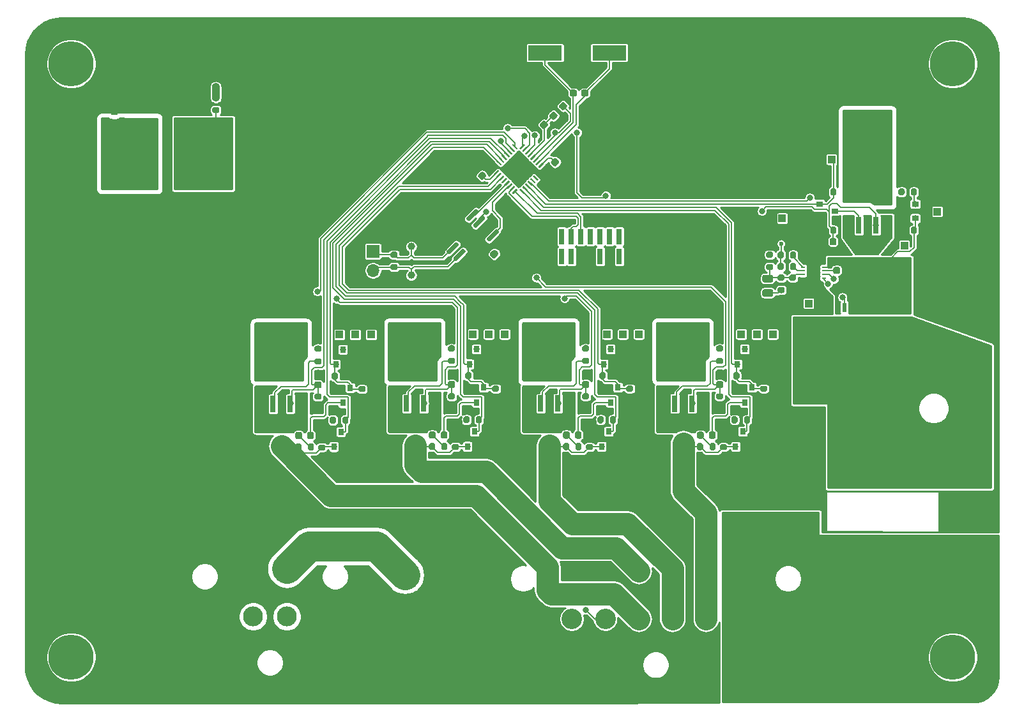
<source format=gtl>
%TF.GenerationSoftware,KiCad,Pcbnew,(5.1.9-0-10_14)*%
%TF.CreationDate,2021-08-31T12:07:11+08:00*%
%TF.ProjectId,pdm,70646d2e-6b69-4636-9164-5f7063625858,rev?*%
%TF.SameCoordinates,Original*%
%TF.FileFunction,Copper,L1,Top*%
%TF.FilePolarity,Positive*%
%FSLAX46Y46*%
G04 Gerber Fmt 4.6, Leading zero omitted, Abs format (unit mm)*
G04 Created by KiCad (PCBNEW (5.1.9-0-10_14)) date 2021-08-31 12:07:11*
%MOMM*%
%LPD*%
G01*
G04 APERTURE LIST*
%TA.AperFunction,SMDPad,CuDef*%
%ADD10C,0.100000*%
%TD*%
%TA.AperFunction,SMDPad,CuDef*%
%ADD11R,5.400000X2.900000*%
%TD*%
%TA.AperFunction,ComponentPad*%
%ADD12R,0.750000X2.100000*%
%TD*%
%TA.AperFunction,ComponentPad*%
%ADD13R,1.000000X1.000000*%
%TD*%
%TA.AperFunction,ComponentPad*%
%ADD14R,2.000000X2.000000*%
%TD*%
%TA.AperFunction,ComponentPad*%
%ADD15O,2.000000X2.000000*%
%TD*%
%TA.AperFunction,SMDPad,CuDef*%
%ADD16C,1.000000*%
%TD*%
%TA.AperFunction,SMDPad,CuDef*%
%ADD17R,3.910000X3.810000*%
%TD*%
%TA.AperFunction,SMDPad,CuDef*%
%ADD18R,0.610000X1.020000*%
%TD*%
%TA.AperFunction,SMDPad,CuDef*%
%ADD19R,0.610000X1.270000*%
%TD*%
%TA.AperFunction,SMDPad,CuDef*%
%ADD20R,2.500000X3.300000*%
%TD*%
%TA.AperFunction,ComponentPad*%
%ADD21O,1.700000X1.700000*%
%TD*%
%TA.AperFunction,ComponentPad*%
%ADD22R,1.700000X1.700000*%
%TD*%
%TA.AperFunction,SMDPad,CuDef*%
%ADD23R,0.800000X2.200000*%
%TD*%
%TA.AperFunction,SMDPad,CuDef*%
%ADD24R,5.800000X6.400000*%
%TD*%
%TA.AperFunction,SMDPad,CuDef*%
%ADD25R,0.900000X0.800000*%
%TD*%
%TA.AperFunction,SMDPad,CuDef*%
%ADD26R,0.600000X0.250000*%
%TD*%
%TA.AperFunction,SMDPad,CuDef*%
%ADD27R,1.600000X2.000000*%
%TD*%
%TA.AperFunction,SMDPad,CuDef*%
%ADD28R,1.100000X4.600000*%
%TD*%
%TA.AperFunction,SMDPad,CuDef*%
%ADD29R,10.800000X9.400000*%
%TD*%
%TA.AperFunction,SMDPad,CuDef*%
%ADD30R,0.800000X0.900000*%
%TD*%
%TA.AperFunction,SMDPad,CuDef*%
%ADD31R,4.500000X2.000000*%
%TD*%
%TA.AperFunction,ComponentPad*%
%ADD32C,2.715000*%
%TD*%
%TA.AperFunction,ComponentPad*%
%ADD33R,2.715000X2.715000*%
%TD*%
%TA.AperFunction,ComponentPad*%
%ADD34C,0.800000*%
%TD*%
%TA.AperFunction,ComponentPad*%
%ADD35C,6.000000*%
%TD*%
%TA.AperFunction,ComponentPad*%
%ADD36C,2.640000*%
%TD*%
%TA.AperFunction,ComponentPad*%
%ADD37R,2.640000X2.640000*%
%TD*%
%TA.AperFunction,ViaPad*%
%ADD38C,0.800000*%
%TD*%
%TA.AperFunction,ViaPad*%
%ADD39C,0.600000*%
%TD*%
%TA.AperFunction,Conductor*%
%ADD40C,0.203200*%
%TD*%
%TA.AperFunction,Conductor*%
%ADD41C,4.000000*%
%TD*%
%TA.AperFunction,Conductor*%
%ADD42C,3.000000*%
%TD*%
%TA.AperFunction,Conductor*%
%ADD43C,0.508000*%
%TD*%
%TA.AperFunction,Conductor*%
%ADD44C,1.000000*%
%TD*%
%TA.AperFunction,Conductor*%
%ADD45C,0.254000*%
%TD*%
%TA.AperFunction,Conductor*%
%ADD46C,0.100000*%
%TD*%
G04 APERTURE END LIST*
%TA.AperFunction,SMDPad,CuDef*%
D10*
%TO.P,U3,33*%
%TO.N,GND*%
G36*
X169926000Y-66394482D02*
G01*
X172365518Y-68834000D01*
X169926000Y-71273518D01*
X167486482Y-68834000D01*
X169926000Y-66394482D01*
G37*
%TD.AperFunction*%
%TO.P,U3,32*%
%TA.AperFunction,SMDPad,CuDef*%
G36*
G01*
X172710233Y-68966583D02*
X173240563Y-69496913D01*
G75*
G02*
X173240563Y-69585301I-44194J-44194D01*
G01*
X173152175Y-69673689D01*
G75*
G02*
X173063787Y-69673689I-44194J44194D01*
G01*
X172533457Y-69143359D01*
G75*
G02*
X172533457Y-69054971I44194J44194D01*
G01*
X172621845Y-68966583D01*
G75*
G02*
X172710233Y-68966583I44194J-44194D01*
G01*
G37*
%TD.AperFunction*%
%TO.P,U3,31*%
%TA.AperFunction,SMDPad,CuDef*%
G36*
G01*
X172356679Y-69320136D02*
X172887009Y-69850466D01*
G75*
G02*
X172887009Y-69938854I-44194J-44194D01*
G01*
X172798621Y-70027242D01*
G75*
G02*
X172710233Y-70027242I-44194J44194D01*
G01*
X172179903Y-69496912D01*
G75*
G02*
X172179903Y-69408524I44194J44194D01*
G01*
X172268291Y-69320136D01*
G75*
G02*
X172356679Y-69320136I44194J-44194D01*
G01*
G37*
%TD.AperFunction*%
%TO.P,U3,30*%
%TO.N,N/C*%
%TA.AperFunction,SMDPad,CuDef*%
G36*
G01*
X172003126Y-69673690D02*
X172533456Y-70204020D01*
G75*
G02*
X172533456Y-70292408I-44194J-44194D01*
G01*
X172445068Y-70380796D01*
G75*
G02*
X172356680Y-70380796I-44194J44194D01*
G01*
X171826350Y-69850466D01*
G75*
G02*
X171826350Y-69762078I44194J44194D01*
G01*
X171914738Y-69673690D01*
G75*
G02*
X172003126Y-69673690I44194J-44194D01*
G01*
G37*
%TD.AperFunction*%
%TO.P,U3,29*%
%TA.AperFunction,SMDPad,CuDef*%
G36*
G01*
X171649572Y-70027243D02*
X172179902Y-70557573D01*
G75*
G02*
X172179902Y-70645961I-44194J-44194D01*
G01*
X172091514Y-70734349D01*
G75*
G02*
X172003126Y-70734349I-44194J44194D01*
G01*
X171472796Y-70204019D01*
G75*
G02*
X171472796Y-70115631I44194J44194D01*
G01*
X171561184Y-70027243D01*
G75*
G02*
X171649572Y-70027243I44194J-44194D01*
G01*
G37*
%TD.AperFunction*%
%TO.P,U3,28*%
%TO.N,/fuse5*%
%TA.AperFunction,SMDPad,CuDef*%
G36*
G01*
X171296019Y-70380796D02*
X171826349Y-70911126D01*
G75*
G02*
X171826349Y-70999514I-44194J-44194D01*
G01*
X171737961Y-71087902D01*
G75*
G02*
X171649573Y-71087902I-44194J44194D01*
G01*
X171119243Y-70557572D01*
G75*
G02*
X171119243Y-70469184I44194J44194D01*
G01*
X171207631Y-70380796D01*
G75*
G02*
X171296019Y-70380796I44194J-44194D01*
G01*
G37*
%TD.AperFunction*%
%TO.P,U3,27*%
%TO.N,/act5*%
%TA.AperFunction,SMDPad,CuDef*%
G36*
G01*
X170942466Y-70734350D02*
X171472796Y-71264680D01*
G75*
G02*
X171472796Y-71353068I-44194J-44194D01*
G01*
X171384408Y-71441456D01*
G75*
G02*
X171296020Y-71441456I-44194J44194D01*
G01*
X170765690Y-70911126D01*
G75*
G02*
X170765690Y-70822738I44194J44194D01*
G01*
X170854078Y-70734350D01*
G75*
G02*
X170942466Y-70734350I44194J-44194D01*
G01*
G37*
%TD.AperFunction*%
%TO.P,U3,26*%
%TO.N,/act4*%
%TA.AperFunction,SMDPad,CuDef*%
G36*
G01*
X170588912Y-71087903D02*
X171119242Y-71618233D01*
G75*
G02*
X171119242Y-71706621I-44194J-44194D01*
G01*
X171030854Y-71795009D01*
G75*
G02*
X170942466Y-71795009I-44194J44194D01*
G01*
X170412136Y-71264679D01*
G75*
G02*
X170412136Y-71176291I44194J44194D01*
G01*
X170500524Y-71087903D01*
G75*
G02*
X170588912Y-71087903I44194J-44194D01*
G01*
G37*
%TD.AperFunction*%
%TO.P,U3,25*%
%TO.N,/fuse4*%
%TA.AperFunction,SMDPad,CuDef*%
G36*
G01*
X170235359Y-71441457D02*
X170765689Y-71971787D01*
G75*
G02*
X170765689Y-72060175I-44194J-44194D01*
G01*
X170677301Y-72148563D01*
G75*
G02*
X170588913Y-72148563I-44194J44194D01*
G01*
X170058583Y-71618233D01*
G75*
G02*
X170058583Y-71529845I44194J44194D01*
G01*
X170146971Y-71441457D01*
G75*
G02*
X170235359Y-71441457I44194J-44194D01*
G01*
G37*
%TD.AperFunction*%
%TO.P,U3,24*%
%TO.N,/SWCLK*%
%TA.AperFunction,SMDPad,CuDef*%
G36*
G01*
X169705029Y-71441457D02*
X169793417Y-71529845D01*
G75*
G02*
X169793417Y-71618233I-44194J-44194D01*
G01*
X169263087Y-72148563D01*
G75*
G02*
X169174699Y-72148563I-44194J44194D01*
G01*
X169086311Y-72060175D01*
G75*
G02*
X169086311Y-71971787I44194J44194D01*
G01*
X169616641Y-71441457D01*
G75*
G02*
X169705029Y-71441457I44194J-44194D01*
G01*
G37*
%TD.AperFunction*%
%TO.P,U3,23*%
%TO.N,/SWDIO*%
%TA.AperFunction,SMDPad,CuDef*%
G36*
G01*
X169351476Y-71087903D02*
X169439864Y-71176291D01*
G75*
G02*
X169439864Y-71264679I-44194J-44194D01*
G01*
X168909534Y-71795009D01*
G75*
G02*
X168821146Y-71795009I-44194J44194D01*
G01*
X168732758Y-71706621D01*
G75*
G02*
X168732758Y-71618233I44194J44194D01*
G01*
X169263088Y-71087903D01*
G75*
G02*
X169351476Y-71087903I44194J-44194D01*
G01*
G37*
%TD.AperFunction*%
%TO.P,U3,22*%
%TO.N,/cantx*%
%TA.AperFunction,SMDPad,CuDef*%
G36*
G01*
X168997922Y-70734350D02*
X169086310Y-70822738D01*
G75*
G02*
X169086310Y-70911126I-44194J-44194D01*
G01*
X168555980Y-71441456D01*
G75*
G02*
X168467592Y-71441456I-44194J44194D01*
G01*
X168379204Y-71353068D01*
G75*
G02*
X168379204Y-71264680I44194J44194D01*
G01*
X168909534Y-70734350D01*
G75*
G02*
X168997922Y-70734350I44194J-44194D01*
G01*
G37*
%TD.AperFunction*%
%TO.P,U3,21*%
%TO.N,/canrx*%
%TA.AperFunction,SMDPad,CuDef*%
G36*
G01*
X168644369Y-70380796D02*
X168732757Y-70469184D01*
G75*
G02*
X168732757Y-70557572I-44194J-44194D01*
G01*
X168202427Y-71087902D01*
G75*
G02*
X168114039Y-71087902I-44194J44194D01*
G01*
X168025651Y-70999514D01*
G75*
G02*
X168025651Y-70911126I44194J44194D01*
G01*
X168555981Y-70380796D01*
G75*
G02*
X168644369Y-70380796I44194J-44194D01*
G01*
G37*
%TD.AperFunction*%
%TO.P,U3,20*%
%TO.N,N/C*%
%TA.AperFunction,SMDPad,CuDef*%
G36*
G01*
X168290816Y-70027243D02*
X168379204Y-70115631D01*
G75*
G02*
X168379204Y-70204019I-44194J-44194D01*
G01*
X167848874Y-70734349D01*
G75*
G02*
X167760486Y-70734349I-44194J44194D01*
G01*
X167672098Y-70645961D01*
G75*
G02*
X167672098Y-70557573I44194J44194D01*
G01*
X168202428Y-70027243D01*
G75*
G02*
X168290816Y-70027243I44194J-44194D01*
G01*
G37*
%TD.AperFunction*%
%TO.P,U3,19*%
%TO.N,/act3*%
%TA.AperFunction,SMDPad,CuDef*%
G36*
G01*
X167937262Y-69673690D02*
X168025650Y-69762078D01*
G75*
G02*
X168025650Y-69850466I-44194J-44194D01*
G01*
X167495320Y-70380796D01*
G75*
G02*
X167406932Y-70380796I-44194J44194D01*
G01*
X167318544Y-70292408D01*
G75*
G02*
X167318544Y-70204020I44194J44194D01*
G01*
X167848874Y-69673690D01*
G75*
G02*
X167937262Y-69673690I44194J-44194D01*
G01*
G37*
%TD.AperFunction*%
%TO.P,U3,18*%
%TO.N,/fuse3*%
%TA.AperFunction,SMDPad,CuDef*%
G36*
G01*
X167583709Y-69320136D02*
X167672097Y-69408524D01*
G75*
G02*
X167672097Y-69496912I-44194J-44194D01*
G01*
X167141767Y-70027242D01*
G75*
G02*
X167053379Y-70027242I-44194J44194D01*
G01*
X166964991Y-69938854D01*
G75*
G02*
X166964991Y-69850466I44194J44194D01*
G01*
X167495321Y-69320136D01*
G75*
G02*
X167583709Y-69320136I44194J-44194D01*
G01*
G37*
%TD.AperFunction*%
%TO.P,U3,17*%
%TO.N,+3V3*%
%TA.AperFunction,SMDPad,CuDef*%
G36*
G01*
X167230155Y-68966583D02*
X167318543Y-69054971D01*
G75*
G02*
X167318543Y-69143359I-44194J-44194D01*
G01*
X166788213Y-69673689D01*
G75*
G02*
X166699825Y-69673689I-44194J44194D01*
G01*
X166611437Y-69585301D01*
G75*
G02*
X166611437Y-69496913I44194J44194D01*
G01*
X167141767Y-68966583D01*
G75*
G02*
X167230155Y-68966583I44194J-44194D01*
G01*
G37*
%TD.AperFunction*%
%TO.P,U3,16*%
%TO.N,GND*%
%TA.AperFunction,SMDPad,CuDef*%
G36*
G01*
X166788213Y-67994311D02*
X167318543Y-68524641D01*
G75*
G02*
X167318543Y-68613029I-44194J-44194D01*
G01*
X167230155Y-68701417D01*
G75*
G02*
X167141767Y-68701417I-44194J44194D01*
G01*
X166611437Y-68171087D01*
G75*
G02*
X166611437Y-68082699I44194J44194D01*
G01*
X166699825Y-67994311D01*
G75*
G02*
X166788213Y-67994311I44194J-44194D01*
G01*
G37*
%TD.AperFunction*%
%TO.P,U3,15*%
%TO.N,/act2*%
%TA.AperFunction,SMDPad,CuDef*%
G36*
G01*
X167141767Y-67640758D02*
X167672097Y-68171088D01*
G75*
G02*
X167672097Y-68259476I-44194J-44194D01*
G01*
X167583709Y-68347864D01*
G75*
G02*
X167495321Y-68347864I-44194J44194D01*
G01*
X166964991Y-67817534D01*
G75*
G02*
X166964991Y-67729146I44194J44194D01*
G01*
X167053379Y-67640758D01*
G75*
G02*
X167141767Y-67640758I44194J-44194D01*
G01*
G37*
%TD.AperFunction*%
%TO.P,U3,14*%
%TO.N,/fuse2*%
%TA.AperFunction,SMDPad,CuDef*%
G36*
G01*
X167495320Y-67287204D02*
X168025650Y-67817534D01*
G75*
G02*
X168025650Y-67905922I-44194J-44194D01*
G01*
X167937262Y-67994310D01*
G75*
G02*
X167848874Y-67994310I-44194J44194D01*
G01*
X167318544Y-67463980D01*
G75*
G02*
X167318544Y-67375592I44194J44194D01*
G01*
X167406932Y-67287204D01*
G75*
G02*
X167495320Y-67287204I44194J-44194D01*
G01*
G37*
%TD.AperFunction*%
%TO.P,U3,13*%
%TO.N,/act1*%
%TA.AperFunction,SMDPad,CuDef*%
G36*
G01*
X167848874Y-66933651D02*
X168379204Y-67463981D01*
G75*
G02*
X168379204Y-67552369I-44194J-44194D01*
G01*
X168290816Y-67640757D01*
G75*
G02*
X168202428Y-67640757I-44194J44194D01*
G01*
X167672098Y-67110427D01*
G75*
G02*
X167672098Y-67022039I44194J44194D01*
G01*
X167760486Y-66933651D01*
G75*
G02*
X167848874Y-66933651I44194J-44194D01*
G01*
G37*
%TD.AperFunction*%
%TO.P,U3,12*%
%TO.N,/fuse1*%
%TA.AperFunction,SMDPad,CuDef*%
G36*
G01*
X168202427Y-66580098D02*
X168732757Y-67110428D01*
G75*
G02*
X168732757Y-67198816I-44194J-44194D01*
G01*
X168644369Y-67287204D01*
G75*
G02*
X168555981Y-67287204I-44194J44194D01*
G01*
X168025651Y-66756874D01*
G75*
G02*
X168025651Y-66668486I44194J44194D01*
G01*
X168114039Y-66580098D01*
G75*
G02*
X168202427Y-66580098I44194J-44194D01*
G01*
G37*
%TD.AperFunction*%
%TO.P,U3,11*%
%TO.N,/DAC2*%
%TA.AperFunction,SMDPad,CuDef*%
G36*
G01*
X168555980Y-66226544D02*
X169086310Y-66756874D01*
G75*
G02*
X169086310Y-66845262I-44194J-44194D01*
G01*
X168997922Y-66933650D01*
G75*
G02*
X168909534Y-66933650I-44194J44194D01*
G01*
X168379204Y-66403320D01*
G75*
G02*
X168379204Y-66314932I44194J44194D01*
G01*
X168467592Y-66226544D01*
G75*
G02*
X168555980Y-66226544I44194J-44194D01*
G01*
G37*
%TD.AperFunction*%
%TO.P,U3,10*%
%TO.N,/sense1*%
%TA.AperFunction,SMDPad,CuDef*%
G36*
G01*
X168909534Y-65872991D02*
X169439864Y-66403321D01*
G75*
G02*
X169439864Y-66491709I-44194J-44194D01*
G01*
X169351476Y-66580097D01*
G75*
G02*
X169263088Y-66580097I-44194J44194D01*
G01*
X168732758Y-66049767D01*
G75*
G02*
X168732758Y-65961379I44194J44194D01*
G01*
X168821146Y-65872991D01*
G75*
G02*
X168909534Y-65872991I44194J-44194D01*
G01*
G37*
%TD.AperFunction*%
%TO.P,U3,9*%
%TO.N,/sense2*%
%TA.AperFunction,SMDPad,CuDef*%
G36*
G01*
X169263087Y-65519437D02*
X169793417Y-66049767D01*
G75*
G02*
X169793417Y-66138155I-44194J-44194D01*
G01*
X169705029Y-66226543D01*
G75*
G02*
X169616641Y-66226543I-44194J44194D01*
G01*
X169086311Y-65696213D01*
G75*
G02*
X169086311Y-65607825I44194J44194D01*
G01*
X169174699Y-65519437D01*
G75*
G02*
X169263087Y-65519437I44194J-44194D01*
G01*
G37*
%TD.AperFunction*%
%TO.P,U3,8*%
%TO.N,/sense3*%
%TA.AperFunction,SMDPad,CuDef*%
G36*
G01*
X170677301Y-65519437D02*
X170765689Y-65607825D01*
G75*
G02*
X170765689Y-65696213I-44194J-44194D01*
G01*
X170235359Y-66226543D01*
G75*
G02*
X170146971Y-66226543I-44194J44194D01*
G01*
X170058583Y-66138155D01*
G75*
G02*
X170058583Y-66049767I44194J44194D01*
G01*
X170588913Y-65519437D01*
G75*
G02*
X170677301Y-65519437I44194J-44194D01*
G01*
G37*
%TD.AperFunction*%
%TO.P,U3,7*%
%TO.N,/sense4*%
%TA.AperFunction,SMDPad,CuDef*%
G36*
G01*
X171030854Y-65872991D02*
X171119242Y-65961379D01*
G75*
G02*
X171119242Y-66049767I-44194J-44194D01*
G01*
X170588912Y-66580097D01*
G75*
G02*
X170500524Y-66580097I-44194J44194D01*
G01*
X170412136Y-66491709D01*
G75*
G02*
X170412136Y-66403321I44194J44194D01*
G01*
X170942466Y-65872991D01*
G75*
G02*
X171030854Y-65872991I44194J-44194D01*
G01*
G37*
%TD.AperFunction*%
%TO.P,U3,6*%
%TO.N,/sense5*%
%TA.AperFunction,SMDPad,CuDef*%
G36*
G01*
X171384408Y-66226544D02*
X171472796Y-66314932D01*
G75*
G02*
X171472796Y-66403320I-44194J-44194D01*
G01*
X170942466Y-66933650D01*
G75*
G02*
X170854078Y-66933650I-44194J44194D01*
G01*
X170765690Y-66845262D01*
G75*
G02*
X170765690Y-66756874I44194J44194D01*
G01*
X171296020Y-66226544D01*
G75*
G02*
X171384408Y-66226544I44194J-44194D01*
G01*
G37*
%TD.AperFunction*%
%TO.P,U3,5*%
%TO.N,+3V3*%
%TA.AperFunction,SMDPad,CuDef*%
G36*
G01*
X171737961Y-66580098D02*
X171826349Y-66668486D01*
G75*
G02*
X171826349Y-66756874I-44194J-44194D01*
G01*
X171296019Y-67287204D01*
G75*
G02*
X171207631Y-67287204I-44194J44194D01*
G01*
X171119243Y-67198816D01*
G75*
G02*
X171119243Y-67110428I44194J44194D01*
G01*
X171649573Y-66580098D01*
G75*
G02*
X171737961Y-66580098I44194J-44194D01*
G01*
G37*
%TD.AperFunction*%
%TO.P,U3,4*%
%TO.N,/NRST*%
%TA.AperFunction,SMDPad,CuDef*%
G36*
G01*
X172091514Y-66933651D02*
X172179902Y-67022039D01*
G75*
G02*
X172179902Y-67110427I-44194J-44194D01*
G01*
X171649572Y-67640757D01*
G75*
G02*
X171561184Y-67640757I-44194J44194D01*
G01*
X171472796Y-67552369D01*
G75*
G02*
X171472796Y-67463981I44194J44194D01*
G01*
X172003126Y-66933651D01*
G75*
G02*
X172091514Y-66933651I44194J-44194D01*
G01*
G37*
%TD.AperFunction*%
%TO.P,U3,3*%
%TO.N,/OSC_P*%
%TA.AperFunction,SMDPad,CuDef*%
G36*
G01*
X172445068Y-67287204D02*
X172533456Y-67375592D01*
G75*
G02*
X172533456Y-67463980I-44194J-44194D01*
G01*
X172003126Y-67994310D01*
G75*
G02*
X171914738Y-67994310I-44194J44194D01*
G01*
X171826350Y-67905922D01*
G75*
G02*
X171826350Y-67817534I44194J44194D01*
G01*
X172356680Y-67287204D01*
G75*
G02*
X172445068Y-67287204I44194J-44194D01*
G01*
G37*
%TD.AperFunction*%
%TO.P,U3,2*%
%TO.N,/OSC_N*%
%TA.AperFunction,SMDPad,CuDef*%
G36*
G01*
X172798621Y-67640758D02*
X172887009Y-67729146D01*
G75*
G02*
X172887009Y-67817534I-44194J-44194D01*
G01*
X172356679Y-68347864D01*
G75*
G02*
X172268291Y-68347864I-44194J44194D01*
G01*
X172179903Y-68259476D01*
G75*
G02*
X172179903Y-68171088I44194J44194D01*
G01*
X172710233Y-67640758D01*
G75*
G02*
X172798621Y-67640758I44194J-44194D01*
G01*
G37*
%TD.AperFunction*%
%TO.P,U3,1*%
%TO.N,+3V3*%
%TA.AperFunction,SMDPad,CuDef*%
G36*
G01*
X173152175Y-67994311D02*
X173240563Y-68082699D01*
G75*
G02*
X173240563Y-68171087I-44194J-44194D01*
G01*
X172710233Y-68701417D01*
G75*
G02*
X172621845Y-68701417I-44194J44194D01*
G01*
X172533457Y-68613029D01*
G75*
G02*
X172533457Y-68524641I44194J44194D01*
G01*
X173063787Y-67994311D01*
G75*
G02*
X173152175Y-67994311I44194J-44194D01*
G01*
G37*
%TD.AperFunction*%
%TD*%
D11*
%TO.P,L1,2*%
%TO.N,/vout5*%
X218216000Y-119250000D03*
%TO.P,L1,1*%
%TO.N,/sheet60F4D953/PMOS_OUT*%
X218216000Y-109350000D03*
%TD*%
%TO.P,C9,2*%
%TO.N,GND*%
%TA.AperFunction,SMDPad,CuDef*%
G36*
G01*
X132517000Y-63467000D02*
X132517000Y-62517000D01*
G75*
G02*
X132767000Y-62267000I250000J0D01*
G01*
X133442000Y-62267000D01*
G75*
G02*
X133692000Y-62517000I0J-250000D01*
G01*
X133692000Y-63467000D01*
G75*
G02*
X133442000Y-63717000I-250000J0D01*
G01*
X132767000Y-63717000D01*
G75*
G02*
X132517000Y-63467000I0J250000D01*
G01*
G37*
%TD.AperFunction*%
%TO.P,C9,1*%
%TO.N,+3V3*%
%TA.AperFunction,SMDPad,CuDef*%
G36*
G01*
X130442000Y-63467000D02*
X130442000Y-62517000D01*
G75*
G02*
X130692000Y-62267000I250000J0D01*
G01*
X131367000Y-62267000D01*
G75*
G02*
X131617000Y-62517000I0J-250000D01*
G01*
X131617000Y-63467000D01*
G75*
G02*
X131367000Y-63717000I-250000J0D01*
G01*
X130692000Y-63717000D01*
G75*
G02*
X130442000Y-63467000I0J250000D01*
G01*
G37*
%TD.AperFunction*%
%TD*%
D12*
%TO.P,U9,1*%
%TO.N,N/C*%
X175641000Y-80456000D03*
%TO.P,U9,2*%
X175641000Y-77786000D03*
%TO.P,U9,3*%
%TO.N,+3V3*%
X176911000Y-80456000D03*
%TO.P,U9,4*%
%TO.N,/SWDIO*%
X176911000Y-77786000D03*
%TO.P,U9,5*%
%TO.N,GND*%
X178181000Y-80456000D03*
%TO.P,U9,6*%
%TO.N,/SWCLK*%
X178181000Y-77786000D03*
%TO.P,U9,7*%
%TO.N,GND*%
X179451000Y-80456000D03*
%TO.P,U9,8*%
%TO.N,N/C*%
X179451000Y-77786000D03*
%TO.P,U9,9*%
X180721000Y-80456000D03*
%TO.P,U9,10*%
X180721000Y-77786000D03*
%TO.P,U9,11*%
%TO.N,GND*%
X181991000Y-80456000D03*
%TO.P,U9,12*%
%TO.N,/NRST*%
X181991000Y-77786000D03*
%TO.P,U9,13*%
%TO.N,N/C*%
X183261000Y-80456000D03*
%TO.P,U9,14*%
X183261000Y-77786000D03*
%TD*%
D13*
%TO.P,TP20,1*%
%TO.N,GND*%
X123190000Y-50673000D03*
%TD*%
%TO.P,TP2,1*%
%TO.N,+3V3*%
X125476000Y-70358000D03*
%TD*%
%TO.P,TP1,1*%
%TO.N,+12V*%
X120904000Y-70485000D03*
%TD*%
%TO.P,TP19,1*%
%TO.N,/DAC2*%
X204851000Y-75374500D03*
%TD*%
%TO.P,TP18,1*%
%TO.N,/vout5*%
X208343500Y-86677500D03*
%TD*%
%TO.P,TP17,1*%
%TO.N,/sense5*%
X221043500Y-78994000D03*
%TD*%
%TO.P,TP16,1*%
%TO.N,/sheet60F4D953/BUCK_FUSE_OUT*%
X225425000Y-74485500D03*
%TD*%
%TO.P,TP15,1*%
%TO.N,/act5*%
X211391500Y-67564000D03*
%TD*%
%TO.P,TP14,1*%
%TO.N,/sense4*%
X199420000Y-90761000D03*
%TD*%
%TO.P,TP13,1*%
%TO.N,/vout4*%
X203611000Y-90761000D03*
%TD*%
%TO.P,TP12,1*%
%TO.N,/act4*%
X201515500Y-90761000D03*
%TD*%
%TO.P,TP11,1*%
%TO.N,/sense2*%
X163877000Y-90751000D03*
%TD*%
%TO.P,TP10,1*%
%TO.N,/vout2*%
X168068000Y-90751000D03*
%TD*%
%TO.P,TP9,1*%
%TO.N,/act2*%
X165972500Y-90751000D03*
%TD*%
%TO.P,TP8,1*%
%TO.N,/sense1*%
X146177000Y-90805000D03*
%TD*%
%TO.P,TP7,1*%
%TO.N,/vout1*%
X150368000Y-90805000D03*
%TD*%
%TO.P,TP6,1*%
%TO.N,/act1*%
X148272500Y-90805000D03*
%TD*%
%TO.P,TP5,1*%
%TO.N,/sense3*%
X181655280Y-90752159D03*
%TD*%
%TO.P,TP4,1*%
%TO.N,/vout3*%
X185846280Y-90752159D03*
%TD*%
%TO.P,TP3,1*%
%TO.N,/act3*%
X183750780Y-90752159D03*
%TD*%
%TO.P,C10,2*%
%TO.N,GND*%
%TA.AperFunction,SMDPad,CuDef*%
G36*
G01*
X175206967Y-59537413D02*
X174853413Y-59890967D01*
G75*
G02*
X174535215Y-59890967I-159099J159099D01*
G01*
X174217017Y-59572769D01*
G75*
G02*
X174217017Y-59254571I159099J159099D01*
G01*
X174570571Y-58901017D01*
G75*
G02*
X174888769Y-58901017I159099J-159099D01*
G01*
X175206967Y-59219215D01*
G75*
G02*
X175206967Y-59537413I-159099J-159099D01*
G01*
G37*
%TD.AperFunction*%
%TO.P,C10,1*%
%TO.N,/NRST*%
%TA.AperFunction,SMDPad,CuDef*%
G36*
G01*
X176302983Y-60633429D02*
X175949429Y-60986983D01*
G75*
G02*
X175631231Y-60986983I-159099J159099D01*
G01*
X175313033Y-60668785D01*
G75*
G02*
X175313033Y-60350587I159099J159099D01*
G01*
X175666587Y-59997033D01*
G75*
G02*
X175984785Y-59997033I159099J-159099D01*
G01*
X176302983Y-60315231D01*
G75*
G02*
X176302983Y-60633429I-159099J-159099D01*
G01*
G37*
%TD.AperFunction*%
%TD*%
D14*
%TO.P,D6,1*%
%TO.N,/sheet60F4D953/PMOS_OUT*%
X208280000Y-98044000D03*
D15*
%TO.P,D6,2*%
%TO.N,GND*%
X208280000Y-103124000D03*
%TD*%
%TO.P,C26,2*%
%TO.N,GND*%
%TA.AperFunction,SMDPad,CuDef*%
G36*
G01*
X203929000Y-113850000D02*
X202979000Y-113850000D01*
G75*
G02*
X202729000Y-113600000I0J250000D01*
G01*
X202729000Y-113100000D01*
G75*
G02*
X202979000Y-112850000I250000J0D01*
G01*
X203929000Y-112850000D01*
G75*
G02*
X204179000Y-113100000I0J-250000D01*
G01*
X204179000Y-113600000D01*
G75*
G02*
X203929000Y-113850000I-250000J0D01*
G01*
G37*
%TD.AperFunction*%
%TO.P,C26,1*%
%TO.N,/vout5*%
%TA.AperFunction,SMDPad,CuDef*%
G36*
G01*
X203929000Y-115750000D02*
X202979000Y-115750000D01*
G75*
G02*
X202729000Y-115500000I0J250000D01*
G01*
X202729000Y-115000000D01*
G75*
G02*
X202979000Y-114750000I250000J0D01*
G01*
X203929000Y-114750000D01*
G75*
G02*
X204179000Y-115000000I0J-250000D01*
G01*
X204179000Y-115500000D01*
G75*
G02*
X203929000Y-115750000I-250000J0D01*
G01*
G37*
%TD.AperFunction*%
%TD*%
%TO.P,C25,2*%
%TO.N,GND*%
%TA.AperFunction,SMDPad,CuDef*%
G36*
G01*
X205961000Y-113850000D02*
X205011000Y-113850000D01*
G75*
G02*
X204761000Y-113600000I0J250000D01*
G01*
X204761000Y-113100000D01*
G75*
G02*
X205011000Y-112850000I250000J0D01*
G01*
X205961000Y-112850000D01*
G75*
G02*
X206211000Y-113100000I0J-250000D01*
G01*
X206211000Y-113600000D01*
G75*
G02*
X205961000Y-113850000I-250000J0D01*
G01*
G37*
%TD.AperFunction*%
%TO.P,C25,1*%
%TO.N,/vout5*%
%TA.AperFunction,SMDPad,CuDef*%
G36*
G01*
X205961000Y-115750000D02*
X205011000Y-115750000D01*
G75*
G02*
X204761000Y-115500000I0J250000D01*
G01*
X204761000Y-115000000D01*
G75*
G02*
X205011000Y-114750000I250000J0D01*
G01*
X205961000Y-114750000D01*
G75*
G02*
X206211000Y-115000000I0J-250000D01*
G01*
X206211000Y-115500000D01*
G75*
G02*
X205961000Y-115750000I-250000J0D01*
G01*
G37*
%TD.AperFunction*%
%TD*%
%TO.P,C22,2*%
%TO.N,GND*%
%TA.AperFunction,SMDPad,CuDef*%
G36*
G01*
X199865000Y-113850000D02*
X198915000Y-113850000D01*
G75*
G02*
X198665000Y-113600000I0J250000D01*
G01*
X198665000Y-113100000D01*
G75*
G02*
X198915000Y-112850000I250000J0D01*
G01*
X199865000Y-112850000D01*
G75*
G02*
X200115000Y-113100000I0J-250000D01*
G01*
X200115000Y-113600000D01*
G75*
G02*
X199865000Y-113850000I-250000J0D01*
G01*
G37*
%TD.AperFunction*%
%TO.P,C22,1*%
%TO.N,/vout5*%
%TA.AperFunction,SMDPad,CuDef*%
G36*
G01*
X199865000Y-115750000D02*
X198915000Y-115750000D01*
G75*
G02*
X198665000Y-115500000I0J250000D01*
G01*
X198665000Y-115000000D01*
G75*
G02*
X198915000Y-114750000I250000J0D01*
G01*
X199865000Y-114750000D01*
G75*
G02*
X200115000Y-115000000I0J-250000D01*
G01*
X200115000Y-115500000D01*
G75*
G02*
X199865000Y-115750000I-250000J0D01*
G01*
G37*
%TD.AperFunction*%
%TD*%
%TO.P,C21,2*%
%TO.N,GND*%
%TA.AperFunction,SMDPad,CuDef*%
G36*
G01*
X201897000Y-113850000D02*
X200947000Y-113850000D01*
G75*
G02*
X200697000Y-113600000I0J250000D01*
G01*
X200697000Y-113100000D01*
G75*
G02*
X200947000Y-112850000I250000J0D01*
G01*
X201897000Y-112850000D01*
G75*
G02*
X202147000Y-113100000I0J-250000D01*
G01*
X202147000Y-113600000D01*
G75*
G02*
X201897000Y-113850000I-250000J0D01*
G01*
G37*
%TD.AperFunction*%
%TO.P,C21,1*%
%TO.N,/vout5*%
%TA.AperFunction,SMDPad,CuDef*%
G36*
G01*
X201897000Y-115750000D02*
X200947000Y-115750000D01*
G75*
G02*
X200697000Y-115500000I0J250000D01*
G01*
X200697000Y-115000000D01*
G75*
G02*
X200947000Y-114750000I250000J0D01*
G01*
X201897000Y-114750000D01*
G75*
G02*
X202147000Y-115000000I0J-250000D01*
G01*
X202147000Y-115500000D01*
G75*
G02*
X201897000Y-115750000I-250000J0D01*
G01*
G37*
%TD.AperFunction*%
%TD*%
%TO.P,C20,2*%
%TO.N,Net-(C20-Pad2)*%
%TA.AperFunction,SMDPad,CuDef*%
G36*
G01*
X203421000Y-83878000D02*
X202471000Y-83878000D01*
G75*
G02*
X202221000Y-83628000I0J250000D01*
G01*
X202221000Y-83128000D01*
G75*
G02*
X202471000Y-82878000I250000J0D01*
G01*
X203421000Y-82878000D01*
G75*
G02*
X203671000Y-83128000I0J-250000D01*
G01*
X203671000Y-83628000D01*
G75*
G02*
X203421000Y-83878000I-250000J0D01*
G01*
G37*
%TD.AperFunction*%
%TO.P,C20,1*%
%TO.N,/vout5*%
%TA.AperFunction,SMDPad,CuDef*%
G36*
G01*
X203421000Y-85778000D02*
X202471000Y-85778000D01*
G75*
G02*
X202221000Y-85528000I0J250000D01*
G01*
X202221000Y-85028000D01*
G75*
G02*
X202471000Y-84778000I250000J0D01*
G01*
X203421000Y-84778000D01*
G75*
G02*
X203671000Y-85028000I0J-250000D01*
G01*
X203671000Y-85528000D01*
G75*
G02*
X203421000Y-85778000I-250000J0D01*
G01*
G37*
%TD.AperFunction*%
%TD*%
D16*
%TO.P,CANH_TP1,1*%
%TO.N,/_N*%
X155702000Y-79121000D03*
%TD*%
%TO.P,C8,2*%
%TO.N,GND*%
%TA.AperFunction,SMDPad,CuDef*%
G36*
G01*
X172666967Y-62015782D02*
X172313413Y-62369336D01*
G75*
G02*
X171995215Y-62369336I-159099J159099D01*
G01*
X171677017Y-62051138D01*
G75*
G02*
X171677017Y-61732940I159099J159099D01*
G01*
X172030571Y-61379386D01*
G75*
G02*
X172348769Y-61379386I159099J-159099D01*
G01*
X172666967Y-61697584D01*
G75*
G02*
X172666967Y-62015782I-159099J-159099D01*
G01*
G37*
%TD.AperFunction*%
%TO.P,C8,1*%
%TO.N,+3V3*%
%TA.AperFunction,SMDPad,CuDef*%
G36*
G01*
X173762983Y-63111798D02*
X173409429Y-63465352D01*
G75*
G02*
X173091231Y-63465352I-159099J159099D01*
G01*
X172773033Y-63147154D01*
G75*
G02*
X172773033Y-62828956I159099J159099D01*
G01*
X173126587Y-62475402D01*
G75*
G02*
X173444785Y-62475402I159099J-159099D01*
G01*
X173762983Y-62793600D01*
G75*
G02*
X173762983Y-63111798I-159099J-159099D01*
G01*
G37*
%TD.AperFunction*%
%TD*%
%TO.P,C7,2*%
%TO.N,GND*%
%TA.AperFunction,SMDPad,CuDef*%
G36*
G01*
X173936967Y-60807413D02*
X173583413Y-61160967D01*
G75*
G02*
X173265215Y-61160967I-159099J159099D01*
G01*
X172947017Y-60842769D01*
G75*
G02*
X172947017Y-60524571I159099J159099D01*
G01*
X173300571Y-60171017D01*
G75*
G02*
X173618769Y-60171017I159099J-159099D01*
G01*
X173936967Y-60489215D01*
G75*
G02*
X173936967Y-60807413I-159099J-159099D01*
G01*
G37*
%TD.AperFunction*%
%TO.P,C7,1*%
%TO.N,+3V3*%
%TA.AperFunction,SMDPad,CuDef*%
G36*
G01*
X175032983Y-61903429D02*
X174679429Y-62256983D01*
G75*
G02*
X174361231Y-62256983I-159099J159099D01*
G01*
X174043033Y-61938785D01*
G75*
G02*
X174043033Y-61620587I159099J159099D01*
G01*
X174396587Y-61267033D01*
G75*
G02*
X174714785Y-61267033I159099J-159099D01*
G01*
X175032983Y-61585231D01*
G75*
G02*
X175032983Y-61903429I-159099J-159099D01*
G01*
G37*
%TD.AperFunction*%
%TD*%
%TO.P,C5,2*%
%TO.N,GND*%
%TA.AperFunction,SMDPad,CuDef*%
G36*
G01*
X175367187Y-68881377D02*
X175720741Y-68527823D01*
G75*
G02*
X176038939Y-68527823I159099J-159099D01*
G01*
X176357137Y-68846021D01*
G75*
G02*
X176357137Y-69164219I-159099J-159099D01*
G01*
X176003583Y-69517773D01*
G75*
G02*
X175685385Y-69517773I-159099J159099D01*
G01*
X175367187Y-69199575D01*
G75*
G02*
X175367187Y-68881377I159099J159099D01*
G01*
G37*
%TD.AperFunction*%
%TO.P,C5,1*%
%TO.N,+3V3*%
%TA.AperFunction,SMDPad,CuDef*%
G36*
G01*
X174271171Y-67785361D02*
X174624725Y-67431807D01*
G75*
G02*
X174942923Y-67431807I159099J-159099D01*
G01*
X175261121Y-67750005D01*
G75*
G02*
X175261121Y-68068203I-159099J-159099D01*
G01*
X174907567Y-68421757D01*
G75*
G02*
X174589369Y-68421757I-159099J159099D01*
G01*
X174271171Y-68103559D01*
G75*
G02*
X174271171Y-67785361I159099J159099D01*
G01*
G37*
%TD.AperFunction*%
%TD*%
%TO.P,C4,2*%
%TO.N,GND*%
%TA.AperFunction,SMDPad,CuDef*%
G36*
G01*
X164484813Y-68786623D02*
X164131259Y-69140177D01*
G75*
G02*
X163813061Y-69140177I-159099J159099D01*
G01*
X163494863Y-68821979D01*
G75*
G02*
X163494863Y-68503781I159099J159099D01*
G01*
X163848417Y-68150227D01*
G75*
G02*
X164166615Y-68150227I159099J-159099D01*
G01*
X164484813Y-68468425D01*
G75*
G02*
X164484813Y-68786623I-159099J-159099D01*
G01*
G37*
%TD.AperFunction*%
%TO.P,C4,1*%
%TO.N,+3V3*%
%TA.AperFunction,SMDPad,CuDef*%
G36*
G01*
X165580829Y-69882639D02*
X165227275Y-70236193D01*
G75*
G02*
X164909077Y-70236193I-159099J159099D01*
G01*
X164590879Y-69917995D01*
G75*
G02*
X164590879Y-69599797I159099J159099D01*
G01*
X164944433Y-69246243D01*
G75*
G02*
X165262631Y-69246243I159099J-159099D01*
G01*
X165580829Y-69564441D01*
G75*
G02*
X165580829Y-69882639I-159099J-159099D01*
G01*
G37*
%TD.AperFunction*%
%TD*%
%TO.P,C23,2*%
%TO.N,GND*%
%TA.AperFunction,SMDPad,CuDef*%
G36*
G01*
X207993000Y-113850000D02*
X207043000Y-113850000D01*
G75*
G02*
X206793000Y-113600000I0J250000D01*
G01*
X206793000Y-113100000D01*
G75*
G02*
X207043000Y-112850000I250000J0D01*
G01*
X207993000Y-112850000D01*
G75*
G02*
X208243000Y-113100000I0J-250000D01*
G01*
X208243000Y-113600000D01*
G75*
G02*
X207993000Y-113850000I-250000J0D01*
G01*
G37*
%TD.AperFunction*%
%TO.P,C23,1*%
%TO.N,/vout5*%
%TA.AperFunction,SMDPad,CuDef*%
G36*
G01*
X207993000Y-115750000D02*
X207043000Y-115750000D01*
G75*
G02*
X206793000Y-115500000I0J250000D01*
G01*
X206793000Y-115000000D01*
G75*
G02*
X207043000Y-114750000I250000J0D01*
G01*
X207993000Y-114750000D01*
G75*
G02*
X208243000Y-115000000I0J-250000D01*
G01*
X208243000Y-115500000D01*
G75*
G02*
X207993000Y-115750000I-250000J0D01*
G01*
G37*
%TD.AperFunction*%
%TD*%
%TO.P,C18,2*%
%TO.N,/sheet60F4D953/BUCK_FUSE_OUT*%
%TA.AperFunction,SMDPad,CuDef*%
G36*
G01*
X221673000Y-84742000D02*
X221673000Y-85692000D01*
G75*
G02*
X221423000Y-85942000I-250000J0D01*
G01*
X220923000Y-85942000D01*
G75*
G02*
X220673000Y-85692000I0J250000D01*
G01*
X220673000Y-84742000D01*
G75*
G02*
X220923000Y-84492000I250000J0D01*
G01*
X221423000Y-84492000D01*
G75*
G02*
X221673000Y-84742000I0J-250000D01*
G01*
G37*
%TD.AperFunction*%
%TO.P,C18,1*%
%TO.N,GND*%
%TA.AperFunction,SMDPad,CuDef*%
G36*
G01*
X223573000Y-84742000D02*
X223573000Y-85692000D01*
G75*
G02*
X223323000Y-85942000I-250000J0D01*
G01*
X222823000Y-85942000D01*
G75*
G02*
X222573000Y-85692000I0J250000D01*
G01*
X222573000Y-84742000D01*
G75*
G02*
X222823000Y-84492000I250000J0D01*
G01*
X223323000Y-84492000D01*
G75*
G02*
X223573000Y-84742000I0J-250000D01*
G01*
G37*
%TD.AperFunction*%
%TD*%
%TO.P,C16,2*%
%TO.N,/sheet60F4D953/BUCK_FUSE_OUT*%
%TA.AperFunction,SMDPad,CuDef*%
G36*
G01*
X221606999Y-82710000D02*
X221606999Y-83660000D01*
G75*
G02*
X221356999Y-83910000I-250000J0D01*
G01*
X220856999Y-83910000D01*
G75*
G02*
X220606999Y-83660000I0J250000D01*
G01*
X220606999Y-82710000D01*
G75*
G02*
X220856999Y-82460000I250000J0D01*
G01*
X221356999Y-82460000D01*
G75*
G02*
X221606999Y-82710000I0J-250000D01*
G01*
G37*
%TD.AperFunction*%
%TO.P,C16,1*%
%TO.N,GND*%
%TA.AperFunction,SMDPad,CuDef*%
G36*
G01*
X223506999Y-82710000D02*
X223506999Y-83660000D01*
G75*
G02*
X223256999Y-83910000I-250000J0D01*
G01*
X222756999Y-83910000D01*
G75*
G02*
X222506999Y-83660000I0J250000D01*
G01*
X222506999Y-82710000D01*
G75*
G02*
X222756999Y-82460000I250000J0D01*
G01*
X223256999Y-82460000D01*
G75*
G02*
X223506999Y-82710000I0J-250000D01*
G01*
G37*
%TD.AperFunction*%
%TD*%
%TO.P,C12,2*%
%TO.N,/sheet60F4D953/BUCK_FUSE_OUT*%
%TA.AperFunction,SMDPad,CuDef*%
G36*
G01*
X221673000Y-86774000D02*
X221673000Y-87724000D01*
G75*
G02*
X221423000Y-87974000I-250000J0D01*
G01*
X220923000Y-87974000D01*
G75*
G02*
X220673000Y-87724000I0J250000D01*
G01*
X220673000Y-86774000D01*
G75*
G02*
X220923000Y-86524000I250000J0D01*
G01*
X221423000Y-86524000D01*
G75*
G02*
X221673000Y-86774000I0J-250000D01*
G01*
G37*
%TD.AperFunction*%
%TO.P,C12,1*%
%TO.N,GND*%
%TA.AperFunction,SMDPad,CuDef*%
G36*
G01*
X223573000Y-86774000D02*
X223573000Y-87724000D01*
G75*
G02*
X223323000Y-87974000I-250000J0D01*
G01*
X222823000Y-87974000D01*
G75*
G02*
X222573000Y-87724000I0J250000D01*
G01*
X222573000Y-86774000D01*
G75*
G02*
X222823000Y-86524000I250000J0D01*
G01*
X223323000Y-86524000D01*
G75*
G02*
X223573000Y-86774000I0J-250000D01*
G01*
G37*
%TD.AperFunction*%
%TD*%
D17*
%TO.P,Q15,5*%
%TO.N,/sheet60F4D953/PMOS_OUT*%
X215011000Y-90551000D03*
D18*
X216916000Y-92656000D03*
X215646000Y-92656000D03*
X214376000Y-92656000D03*
X213106000Y-92656000D03*
D19*
%TO.P,Q15,4*%
%TO.N,Net-(Q15-Pad4)*%
X213106000Y-87191000D03*
%TO.P,Q15,3*%
%TO.N,/sheet60F4D953/BUCK_FUSE_OUT*%
X214376000Y-87191000D03*
%TO.P,Q15,2*%
X215646000Y-87191000D03*
%TO.P,Q15,1*%
X216916000Y-87191000D03*
%TD*%
D20*
%TO.P,D2,2*%
%TO.N,GND*%
X161642000Y-122682000D03*
%TO.P,D2,1*%
%TO.N,+12V*%
X154842000Y-122682000D03*
%TD*%
D21*
%TO.P,J3,2*%
%TO.N,/_P*%
X150622000Y-82296000D03*
D22*
%TO.P,J3,1*%
%TO.N,/_N*%
X150622000Y-79756000D03*
%TD*%
D23*
%TO.P,U7,1*%
%TO.N,Net-(F4-Pad2)*%
X213874000Y-76336000D03*
%TO.P,U7,2*%
%TO.N,Net-(Q11-Pad3)*%
X215014000Y-76336000D03*
%TO.P,U7,4*%
%TO.N,/sense5*%
X217294000Y-76336000D03*
%TO.P,U7,5*%
%TO.N,Net-(F4-Pad2)*%
X218434000Y-76336000D03*
D24*
%TO.P,U7,3*%
%TO.N,+12V*%
X216154000Y-70036000D03*
%TD*%
%TO.P,R31,2*%
%TO.N,GND*%
%TA.AperFunction,SMDPad,CuDef*%
G36*
G01*
X221063000Y-76687000D02*
X221063000Y-77237000D01*
G75*
G02*
X220863000Y-77437000I-200000J0D01*
G01*
X220463000Y-77437000D01*
G75*
G02*
X220263000Y-77237000I0J200000D01*
G01*
X220263000Y-76687000D01*
G75*
G02*
X220463000Y-76487000I200000J0D01*
G01*
X220863000Y-76487000D01*
G75*
G02*
X221063000Y-76687000I0J-200000D01*
G01*
G37*
%TD.AperFunction*%
%TO.P,R31,1*%
%TO.N,/sheet60F4D953/BUCK_FUSE_OUT*%
%TA.AperFunction,SMDPad,CuDef*%
G36*
G01*
X222713000Y-76687000D02*
X222713000Y-77237000D01*
G75*
G02*
X222513000Y-77437000I-200000J0D01*
G01*
X222113000Y-77437000D01*
G75*
G02*
X221913000Y-77237000I0J200000D01*
G01*
X221913000Y-76687000D01*
G75*
G02*
X222113000Y-76487000I200000J0D01*
G01*
X222513000Y-76487000D01*
G75*
G02*
X222713000Y-76687000I0J-200000D01*
G01*
G37*
%TD.AperFunction*%
%TD*%
%TO.P,R30,2*%
%TO.N,/fuse5*%
%TA.AperFunction,SMDPad,CuDef*%
G36*
G01*
X221913000Y-72157000D02*
X221913000Y-71607000D01*
G75*
G02*
X222113000Y-71407000I200000J0D01*
G01*
X222513000Y-71407000D01*
G75*
G02*
X222713000Y-71607000I0J-200000D01*
G01*
X222713000Y-72157000D01*
G75*
G02*
X222513000Y-72357000I-200000J0D01*
G01*
X222113000Y-72357000D01*
G75*
G02*
X221913000Y-72157000I0J200000D01*
G01*
G37*
%TD.AperFunction*%
%TO.P,R30,1*%
%TO.N,+3V3*%
%TA.AperFunction,SMDPad,CuDef*%
G36*
G01*
X220263000Y-72157000D02*
X220263000Y-71607000D01*
G75*
G02*
X220463000Y-71407000I200000J0D01*
G01*
X220863000Y-71407000D01*
G75*
G02*
X221063000Y-71607000I0J-200000D01*
G01*
X221063000Y-72157000D01*
G75*
G02*
X220863000Y-72357000I-200000J0D01*
G01*
X220463000Y-72357000D01*
G75*
G02*
X220263000Y-72157000I0J200000D01*
G01*
G37*
%TD.AperFunction*%
%TD*%
%TO.P,R9,2*%
%TO.N,GND*%
%TA.AperFunction,SMDPad,CuDef*%
G36*
G01*
X210395000Y-76687000D02*
X210395000Y-77237000D01*
G75*
G02*
X210195000Y-77437000I-200000J0D01*
G01*
X209795000Y-77437000D01*
G75*
G02*
X209595000Y-77237000I0J200000D01*
G01*
X209595000Y-76687000D01*
G75*
G02*
X209795000Y-76487000I200000J0D01*
G01*
X210195000Y-76487000D01*
G75*
G02*
X210395000Y-76687000I0J-200000D01*
G01*
G37*
%TD.AperFunction*%
%TO.P,R9,1*%
%TO.N,/sense5*%
%TA.AperFunction,SMDPad,CuDef*%
G36*
G01*
X212045000Y-76687000D02*
X212045000Y-77237000D01*
G75*
G02*
X211845000Y-77437000I-200000J0D01*
G01*
X211445000Y-77437000D01*
G75*
G02*
X211245000Y-77237000I0J200000D01*
G01*
X211245000Y-76687000D01*
G75*
G02*
X211445000Y-76487000I200000J0D01*
G01*
X211845000Y-76487000D01*
G75*
G02*
X212045000Y-76687000I0J-200000D01*
G01*
G37*
%TD.AperFunction*%
%TD*%
%TO.P,R8,2*%
%TO.N,GND*%
%TA.AperFunction,SMDPad,CuDef*%
G36*
G01*
X210395000Y-71606999D02*
X210395000Y-72156999D01*
G75*
G02*
X210195000Y-72356999I-200000J0D01*
G01*
X209795000Y-72356999D01*
G75*
G02*
X209595000Y-72156999I0J200000D01*
G01*
X209595000Y-71606999D01*
G75*
G02*
X209795000Y-71406999I200000J0D01*
G01*
X210195000Y-71406999D01*
G75*
G02*
X210395000Y-71606999I0J-200000D01*
G01*
G37*
%TD.AperFunction*%
%TO.P,R8,1*%
%TO.N,/act5*%
%TA.AperFunction,SMDPad,CuDef*%
G36*
G01*
X212045000Y-71606999D02*
X212045000Y-72156999D01*
G75*
G02*
X211845000Y-72356999I-200000J0D01*
G01*
X211445000Y-72356999D01*
G75*
G02*
X211245000Y-72156999I0J200000D01*
G01*
X211245000Y-71606999D01*
G75*
G02*
X211445000Y-71406999I200000J0D01*
G01*
X211845000Y-71406999D01*
G75*
G02*
X212045000Y-71606999I0J-200000D01*
G01*
G37*
%TD.AperFunction*%
%TD*%
D25*
%TO.P,Q11,3*%
%TO.N,Net-(Q11-Pad3)*%
X211820000Y-74422000D03*
%TO.P,Q11,2*%
%TO.N,GND*%
X209820000Y-75372000D03*
%TO.P,Q11,1*%
%TO.N,/act5*%
X209820000Y-73472000D03*
%TD*%
%TO.P,Q10,3*%
%TO.N,GND*%
X220488000Y-74422000D03*
%TO.P,Q10,2*%
%TO.N,/fuse5*%
X222488000Y-73472000D03*
%TO.P,Q10,1*%
%TO.N,/sheet60F4D953/BUCK_FUSE_OUT*%
X222488000Y-75372000D03*
%TD*%
%TO.P,C17,2*%
%TO.N,GND*%
%TA.AperFunction,SMDPad,CuDef*%
G36*
G01*
X210495000Y-78236001D02*
X210495000Y-78736001D01*
G75*
G02*
X210270000Y-78961001I-225000J0D01*
G01*
X209820000Y-78961001D01*
G75*
G02*
X209595000Y-78736001I0J225000D01*
G01*
X209595000Y-78236001D01*
G75*
G02*
X209820000Y-78011001I225000J0D01*
G01*
X210270000Y-78011001D01*
G75*
G02*
X210495000Y-78236001I0J-225000D01*
G01*
G37*
%TD.AperFunction*%
%TO.P,C17,1*%
%TO.N,/sense5*%
%TA.AperFunction,SMDPad,CuDef*%
G36*
G01*
X212045000Y-78236001D02*
X212045000Y-78736001D01*
G75*
G02*
X211820000Y-78961001I-225000J0D01*
G01*
X211370000Y-78961001D01*
G75*
G02*
X211145000Y-78736001I0J225000D01*
G01*
X211145000Y-78236001D01*
G75*
G02*
X211370000Y-78011001I225000J0D01*
G01*
X211820000Y-78011001D01*
G75*
G02*
X212045000Y-78236001I0J-225000D01*
G01*
G37*
%TD.AperFunction*%
%TD*%
D26*
%TO.P,U8,3*%
%TO.N,Net-(C20-Pad2)*%
X207584000Y-82842000D03*
%TO.P,U8,7*%
%TO.N,Net-(C14-Pad1)*%
X210384000Y-82342000D03*
%TO.P,U8,8*%
%TO.N,/sheet60F4D953/BUCK_FUSE_OUT*%
X210384000Y-81842000D03*
D27*
%TO.P,U8,9*%
%TO.N,GND*%
X208984000Y-82592000D03*
D26*
%TO.P,U8,1*%
%TO.N,Net-(R33-Pad1)*%
X207584000Y-81842000D03*
%TO.P,U8,2*%
%TO.N,Net-(R32-Pad2)*%
X207584000Y-82342000D03*
%TO.P,U8,4*%
%TO.N,GND*%
X207584000Y-83342000D03*
%TO.P,U8,5*%
%TO.N,/sheet60F4D953/PMOS_OUT*%
X210384000Y-83342000D03*
%TO.P,U8,6*%
%TO.N,Net-(Q15-Pad4)*%
X210384000Y-82842000D03*
%TD*%
%TO.P,R37,2*%
%TO.N,Net-(C20-Pad2)*%
%TA.AperFunction,SMDPad,CuDef*%
G36*
G01*
X202925000Y-81451000D02*
X203475000Y-81451000D01*
G75*
G02*
X203675000Y-81651000I0J-200000D01*
G01*
X203675000Y-82051000D01*
G75*
G02*
X203475000Y-82251000I-200000J0D01*
G01*
X202925000Y-82251000D01*
G75*
G02*
X202725000Y-82051000I0J200000D01*
G01*
X202725000Y-81651000D01*
G75*
G02*
X202925000Y-81451000I200000J0D01*
G01*
G37*
%TD.AperFunction*%
%TO.P,R37,1*%
%TO.N,/DAC2*%
%TA.AperFunction,SMDPad,CuDef*%
G36*
G01*
X202925000Y-79801000D02*
X203475000Y-79801000D01*
G75*
G02*
X203675000Y-80001000I0J-200000D01*
G01*
X203675000Y-80401000D01*
G75*
G02*
X203475000Y-80601000I-200000J0D01*
G01*
X202925000Y-80601000D01*
G75*
G02*
X202725000Y-80401000I0J200000D01*
G01*
X202725000Y-80001000D01*
G75*
G02*
X202925000Y-79801000I200000J0D01*
G01*
G37*
%TD.AperFunction*%
%TD*%
%TO.P,R36,2*%
%TO.N,GND*%
%TA.AperFunction,SMDPad,CuDef*%
G36*
G01*
X205973000Y-84499000D02*
X206523000Y-84499000D01*
G75*
G02*
X206723000Y-84699000I0J-200000D01*
G01*
X206723000Y-85099000D01*
G75*
G02*
X206523000Y-85299000I-200000J0D01*
G01*
X205973000Y-85299000D01*
G75*
G02*
X205773000Y-85099000I0J200000D01*
G01*
X205773000Y-84699000D01*
G75*
G02*
X205973000Y-84499000I200000J0D01*
G01*
G37*
%TD.AperFunction*%
%TO.P,R36,1*%
%TO.N,Net-(C20-Pad2)*%
%TA.AperFunction,SMDPad,CuDef*%
G36*
G01*
X205973000Y-82849000D02*
X206523000Y-82849000D01*
G75*
G02*
X206723000Y-83049000I0J-200000D01*
G01*
X206723000Y-83449000D01*
G75*
G02*
X206523000Y-83649000I-200000J0D01*
G01*
X205973000Y-83649000D01*
G75*
G02*
X205773000Y-83449000I0J200000D01*
G01*
X205773000Y-83049000D01*
G75*
G02*
X205973000Y-82849000I200000J0D01*
G01*
G37*
%TD.AperFunction*%
%TD*%
%TO.P,R35,2*%
%TO.N,Net-(C20-Pad2)*%
%TA.AperFunction,SMDPad,CuDef*%
G36*
G01*
X204999000Y-83649000D02*
X204449000Y-83649000D01*
G75*
G02*
X204249000Y-83449000I0J200000D01*
G01*
X204249000Y-83049000D01*
G75*
G02*
X204449000Y-82849000I200000J0D01*
G01*
X204999000Y-82849000D01*
G75*
G02*
X205199000Y-83049000I0J-200000D01*
G01*
X205199000Y-83449000D01*
G75*
G02*
X204999000Y-83649000I-200000J0D01*
G01*
G37*
%TD.AperFunction*%
%TO.P,R35,1*%
%TO.N,/vout5*%
%TA.AperFunction,SMDPad,CuDef*%
G36*
G01*
X204999000Y-85299000D02*
X204449000Y-85299000D01*
G75*
G02*
X204249000Y-85099000I0J200000D01*
G01*
X204249000Y-84699000D01*
G75*
G02*
X204449000Y-84499000I200000J0D01*
G01*
X204999000Y-84499000D01*
G75*
G02*
X205199000Y-84699000I0J-200000D01*
G01*
X205199000Y-85099000D01*
G75*
G02*
X204999000Y-85299000I-200000J0D01*
G01*
G37*
%TD.AperFunction*%
%TD*%
%TO.P,R33,2*%
%TO.N,/sheet60F4D953/BUCK_FUSE_OUT*%
%TA.AperFunction,SMDPad,CuDef*%
G36*
G01*
X205061000Y-79989000D02*
X205061000Y-80539000D01*
G75*
G02*
X204861000Y-80739000I-200000J0D01*
G01*
X204461000Y-80739000D01*
G75*
G02*
X204261000Y-80539000I0J200000D01*
G01*
X204261000Y-79989000D01*
G75*
G02*
X204461000Y-79789000I200000J0D01*
G01*
X204861000Y-79789000D01*
G75*
G02*
X205061000Y-79989000I0J-200000D01*
G01*
G37*
%TD.AperFunction*%
%TO.P,R33,1*%
%TO.N,Net-(R33-Pad1)*%
%TA.AperFunction,SMDPad,CuDef*%
G36*
G01*
X206711000Y-79989000D02*
X206711000Y-80539000D01*
G75*
G02*
X206511000Y-80739000I-200000J0D01*
G01*
X206111000Y-80739000D01*
G75*
G02*
X205911000Y-80539000I0J200000D01*
G01*
X205911000Y-79989000D01*
G75*
G02*
X206111000Y-79789000I200000J0D01*
G01*
X206511000Y-79789000D01*
G75*
G02*
X206711000Y-79989000I0J-200000D01*
G01*
G37*
%TD.AperFunction*%
%TD*%
%TO.P,R32,2*%
%TO.N,Net-(R32-Pad2)*%
%TA.AperFunction,SMDPad,CuDef*%
G36*
G01*
X205911000Y-82063000D02*
X205911000Y-81513000D01*
G75*
G02*
X206111000Y-81313000I200000J0D01*
G01*
X206511000Y-81313000D01*
G75*
G02*
X206711000Y-81513000I0J-200000D01*
G01*
X206711000Y-82063000D01*
G75*
G02*
X206511000Y-82263000I-200000J0D01*
G01*
X206111000Y-82263000D01*
G75*
G02*
X205911000Y-82063000I0J200000D01*
G01*
G37*
%TD.AperFunction*%
%TO.P,R32,1*%
%TO.N,/sheet60F4D953/BUCK_FUSE_OUT*%
%TA.AperFunction,SMDPad,CuDef*%
G36*
G01*
X204261000Y-82063000D02*
X204261000Y-81513000D01*
G75*
G02*
X204461000Y-81313000I200000J0D01*
G01*
X204861000Y-81313000D01*
G75*
G02*
X205061000Y-81513000I0J-200000D01*
G01*
X205061000Y-82063000D01*
G75*
G02*
X204861000Y-82263000I-200000J0D01*
G01*
X204461000Y-82263000D01*
G75*
G02*
X204261000Y-82063000I0J200000D01*
G01*
G37*
%TD.AperFunction*%
%TD*%
%TO.P,F4,2*%
%TO.N,Net-(F4-Pad2)*%
%TA.AperFunction,SMDPad,CuDef*%
G36*
G01*
X216779000Y-79743000D02*
X215529000Y-79743000D01*
G75*
G02*
X215279000Y-79493000I0J250000D01*
G01*
X215279000Y-78743000D01*
G75*
G02*
X215529000Y-78493000I250000J0D01*
G01*
X216779000Y-78493000D01*
G75*
G02*
X217029000Y-78743000I0J-250000D01*
G01*
X217029000Y-79493000D01*
G75*
G02*
X216779000Y-79743000I-250000J0D01*
G01*
G37*
%TD.AperFunction*%
%TO.P,F4,1*%
%TO.N,/sheet60F4D953/BUCK_FUSE_OUT*%
%TA.AperFunction,SMDPad,CuDef*%
G36*
G01*
X216779000Y-82543000D02*
X215529000Y-82543000D01*
G75*
G02*
X215279000Y-82293000I0J250000D01*
G01*
X215279000Y-81543000D01*
G75*
G02*
X215529000Y-81293000I250000J0D01*
G01*
X216779000Y-81293000D01*
G75*
G02*
X217029000Y-81543000I0J-250000D01*
G01*
X217029000Y-82293000D01*
G75*
G02*
X216779000Y-82543000I-250000J0D01*
G01*
G37*
%TD.AperFunction*%
%TD*%
%TO.P,C19,2*%
%TO.N,/sheet60F4D953/BUCK_FUSE_OUT*%
%TA.AperFunction,SMDPad,CuDef*%
G36*
G01*
X221798000Y-81157000D02*
X221798000Y-81657000D01*
G75*
G02*
X221573000Y-81882000I-225000J0D01*
G01*
X221123000Y-81882000D01*
G75*
G02*
X220898000Y-81657000I0J225000D01*
G01*
X220898000Y-81157000D01*
G75*
G02*
X221123000Y-80932000I225000J0D01*
G01*
X221573000Y-80932000D01*
G75*
G02*
X221798000Y-81157000I0J-225000D01*
G01*
G37*
%TD.AperFunction*%
%TO.P,C19,1*%
%TO.N,GND*%
%TA.AperFunction,SMDPad,CuDef*%
G36*
G01*
X223348000Y-81157000D02*
X223348000Y-81657000D01*
G75*
G02*
X223123000Y-81882000I-225000J0D01*
G01*
X222673000Y-81882000D01*
G75*
G02*
X222448000Y-81657000I0J225000D01*
G01*
X222448000Y-81157000D01*
G75*
G02*
X222673000Y-80932000I225000J0D01*
G01*
X223123000Y-80932000D01*
G75*
G02*
X223348000Y-81157000I0J-225000D01*
G01*
G37*
%TD.AperFunction*%
%TD*%
%TO.P,C14,2*%
%TO.N,/sheet60F4D953/BUCK_FUSE_OUT*%
%TA.AperFunction,SMDPad,CuDef*%
G36*
G01*
X213177000Y-82545999D02*
X213177000Y-82045999D01*
G75*
G02*
X213402000Y-81820999I225000J0D01*
G01*
X213852000Y-81820999D01*
G75*
G02*
X214077000Y-82045999I0J-225000D01*
G01*
X214077000Y-82545999D01*
G75*
G02*
X213852000Y-82770999I-225000J0D01*
G01*
X213402000Y-82770999D01*
G75*
G02*
X213177000Y-82545999I0J225000D01*
G01*
G37*
%TD.AperFunction*%
%TO.P,C14,1*%
%TO.N,Net-(C14-Pad1)*%
%TA.AperFunction,SMDPad,CuDef*%
G36*
G01*
X211627000Y-82545999D02*
X211627000Y-82045999D01*
G75*
G02*
X211852000Y-81820999I225000J0D01*
G01*
X212302000Y-81820999D01*
G75*
G02*
X212527000Y-82045999I0J-225000D01*
G01*
X212527000Y-82545999D01*
G75*
G02*
X212302000Y-82770999I-225000J0D01*
G01*
X211852000Y-82770999D01*
G75*
G02*
X211627000Y-82545999I0J225000D01*
G01*
G37*
%TD.AperFunction*%
%TD*%
D28*
%TO.P,U2,1*%
%TO.N,+12V*%
X120650000Y-65973000D03*
%TO.P,U2,2*%
%TO.N,GND*%
X123190000Y-65973000D03*
%TO.P,U2,3*%
%TO.N,+3V3*%
X125730000Y-65973000D03*
D29*
%TO.P,U2,2*%
%TO.N,GND*%
X123190000Y-56823000D03*
%TD*%
D23*
%TO.P,U10,1*%
%TO.N,/sheet60D2AFEF/out-unfused*%
X189473000Y-99968000D03*
%TO.P,U10,2*%
%TO.N,Net-(R39-Pad2)*%
X190613000Y-99968000D03*
%TO.P,U10,4*%
%TO.N,/sense4*%
X192893000Y-99968000D03*
%TO.P,U10,5*%
%TO.N,/sheet60D2AFEF/out-unfused*%
X194033000Y-99968000D03*
D24*
%TO.P,U10,3*%
%TO.N,+12V*%
X191753000Y-93668000D03*
%TD*%
D23*
%TO.P,U5,1*%
%TO.N,/fuse_block/out-unfused*%
X136230000Y-100012000D03*
%TO.P,U5,2*%
%TO.N,Net-(R13-Pad2)*%
X137370000Y-100012000D03*
%TO.P,U5,4*%
%TO.N,/sense1*%
X139650000Y-100012000D03*
%TO.P,U5,5*%
%TO.N,/fuse_block/out-unfused*%
X140790000Y-100012000D03*
D24*
%TO.P,U5,3*%
%TO.N,+12V*%
X138510000Y-93712000D03*
%TD*%
D23*
%TO.P,U4,1*%
%TO.N,/sheet5F955F69/out-unfused*%
X171708280Y-99959159D03*
%TO.P,U4,2*%
%TO.N,Net-(R4-Pad2)*%
X172848280Y-99959159D03*
%TO.P,U4,4*%
%TO.N,/sense3*%
X175128280Y-99959159D03*
%TO.P,U4,5*%
%TO.N,/sheet5F955F69/out-unfused*%
X176268280Y-99959159D03*
D24*
%TO.P,U4,3*%
%TO.N,+12V*%
X173988280Y-93659159D03*
%TD*%
%TO.P,R46,2*%
%TO.N,/fuse4*%
%TA.AperFunction,SMDPad,CuDef*%
G36*
G01*
X199798000Y-102393000D02*
X199798000Y-101843000D01*
G75*
G02*
X199998000Y-101643000I200000J0D01*
G01*
X200398000Y-101643000D01*
G75*
G02*
X200598000Y-101843000I0J-200000D01*
G01*
X200598000Y-102393000D01*
G75*
G02*
X200398000Y-102593000I-200000J0D01*
G01*
X199998000Y-102593000D01*
G75*
G02*
X199798000Y-102393000I0J200000D01*
G01*
G37*
%TD.AperFunction*%
%TO.P,R46,1*%
%TO.N,+3V3*%
%TA.AperFunction,SMDPad,CuDef*%
G36*
G01*
X198148000Y-102393000D02*
X198148000Y-101843000D01*
G75*
G02*
X198348000Y-101643000I200000J0D01*
G01*
X198748000Y-101643000D01*
G75*
G02*
X198948000Y-101843000I0J-200000D01*
G01*
X198948000Y-102393000D01*
G75*
G02*
X198748000Y-102593000I-200000J0D01*
G01*
X198348000Y-102593000D01*
G75*
G02*
X198148000Y-102393000I0J200000D01*
G01*
G37*
%TD.AperFunction*%
%TD*%
%TO.P,R45,2*%
%TO.N,GND*%
%TA.AperFunction,SMDPad,CuDef*%
G36*
G01*
X197362000Y-104487000D02*
X196812000Y-104487000D01*
G75*
G02*
X196612000Y-104287000I0J200000D01*
G01*
X196612000Y-103887000D01*
G75*
G02*
X196812000Y-103687000I200000J0D01*
G01*
X197362000Y-103687000D01*
G75*
G02*
X197562000Y-103887000I0J-200000D01*
G01*
X197562000Y-104287000D01*
G75*
G02*
X197362000Y-104487000I-200000J0D01*
G01*
G37*
%TD.AperFunction*%
%TO.P,R45,1*%
%TO.N,/vout4*%
%TA.AperFunction,SMDPad,CuDef*%
G36*
G01*
X197362000Y-106137000D02*
X196812000Y-106137000D01*
G75*
G02*
X196612000Y-105937000I0J200000D01*
G01*
X196612000Y-105537000D01*
G75*
G02*
X196812000Y-105337000I200000J0D01*
G01*
X197362000Y-105337000D01*
G75*
G02*
X197562000Y-105537000I0J-200000D01*
G01*
X197562000Y-105937000D01*
G75*
G02*
X197362000Y-106137000I-200000J0D01*
G01*
G37*
%TD.AperFunction*%
%TD*%
%TO.P,R42,2*%
%TO.N,GND*%
%TA.AperFunction,SMDPad,CuDef*%
G36*
G01*
X202146000Y-99241000D02*
X202696000Y-99241000D01*
G75*
G02*
X202896000Y-99441000I0J-200000D01*
G01*
X202896000Y-99841000D01*
G75*
G02*
X202696000Y-100041000I-200000J0D01*
G01*
X202146000Y-100041000D01*
G75*
G02*
X201946000Y-99841000I0J200000D01*
G01*
X201946000Y-99441000D01*
G75*
G02*
X202146000Y-99241000I200000J0D01*
G01*
G37*
%TD.AperFunction*%
%TO.P,R42,1*%
%TO.N,/act4*%
%TA.AperFunction,SMDPad,CuDef*%
G36*
G01*
X202146000Y-97591000D02*
X202696000Y-97591000D01*
G75*
G02*
X202896000Y-97791000I0J-200000D01*
G01*
X202896000Y-98191000D01*
G75*
G02*
X202696000Y-98391000I-200000J0D01*
G01*
X202146000Y-98391000D01*
G75*
G02*
X201946000Y-98191000I0J200000D01*
G01*
X201946000Y-97791000D01*
G75*
G02*
X202146000Y-97591000I200000J0D01*
G01*
G37*
%TD.AperFunction*%
%TD*%
%TO.P,R41,2*%
%TO.N,Net-(D7-Pad2)*%
%TA.AperFunction,SMDPad,CuDef*%
G36*
G01*
X195226000Y-105949000D02*
X195226000Y-105399000D01*
G75*
G02*
X195426000Y-105199000I200000J0D01*
G01*
X195826000Y-105199000D01*
G75*
G02*
X196026000Y-105399000I0J-200000D01*
G01*
X196026000Y-105949000D01*
G75*
G02*
X195826000Y-106149000I-200000J0D01*
G01*
X195426000Y-106149000D01*
G75*
G02*
X195226000Y-105949000I0J200000D01*
G01*
G37*
%TD.AperFunction*%
%TO.P,R41,1*%
%TO.N,/vout4*%
%TA.AperFunction,SMDPad,CuDef*%
G36*
G01*
X193576000Y-105949000D02*
X193576000Y-105399000D01*
G75*
G02*
X193776000Y-105199000I200000J0D01*
G01*
X194176000Y-105199000D01*
G75*
G02*
X194376000Y-105399000I0J-200000D01*
G01*
X194376000Y-105949000D01*
G75*
G02*
X194176000Y-106149000I-200000J0D01*
G01*
X193776000Y-106149000D01*
G75*
G02*
X193576000Y-105949000I0J200000D01*
G01*
G37*
%TD.AperFunction*%
%TD*%
%TO.P,R40,2*%
%TO.N,/sense4*%
%TA.AperFunction,SMDPad,CuDef*%
G36*
G01*
X196854000Y-99407000D02*
X196304000Y-99407000D01*
G75*
G02*
X196104000Y-99207000I0J200000D01*
G01*
X196104000Y-98807000D01*
G75*
G02*
X196304000Y-98607000I200000J0D01*
G01*
X196854000Y-98607000D01*
G75*
G02*
X197054000Y-98807000I0J-200000D01*
G01*
X197054000Y-99207000D01*
G75*
G02*
X196854000Y-99407000I-200000J0D01*
G01*
G37*
%TD.AperFunction*%
%TO.P,R40,1*%
%TO.N,GND*%
%TA.AperFunction,SMDPad,CuDef*%
G36*
G01*
X196854000Y-101057000D02*
X196304000Y-101057000D01*
G75*
G02*
X196104000Y-100857000I0J200000D01*
G01*
X196104000Y-100457000D01*
G75*
G02*
X196304000Y-100257000I200000J0D01*
G01*
X196854000Y-100257000D01*
G75*
G02*
X197054000Y-100457000I0J-200000D01*
G01*
X197054000Y-100857000D01*
G75*
G02*
X196854000Y-101057000I-200000J0D01*
G01*
G37*
%TD.AperFunction*%
%TD*%
%TO.P,R39,2*%
%TO.N,Net-(R39-Pad2)*%
%TA.AperFunction,SMDPad,CuDef*%
G36*
G01*
X196304000Y-93907000D02*
X196854000Y-93907000D01*
G75*
G02*
X197054000Y-94107000I0J-200000D01*
G01*
X197054000Y-94507000D01*
G75*
G02*
X196854000Y-94707000I-200000J0D01*
G01*
X196304000Y-94707000D01*
G75*
G02*
X196104000Y-94507000I0J200000D01*
G01*
X196104000Y-94107000D01*
G75*
G02*
X196304000Y-93907000I200000J0D01*
G01*
G37*
%TD.AperFunction*%
%TO.P,R39,1*%
%TO.N,Net-(Q12-Pad3)*%
%TA.AperFunction,SMDPad,CuDef*%
G36*
G01*
X196304000Y-92257000D02*
X196854000Y-92257000D01*
G75*
G02*
X197054000Y-92457000I0J-200000D01*
G01*
X197054000Y-92857000D01*
G75*
G02*
X196854000Y-93057000I-200000J0D01*
G01*
X196304000Y-93057000D01*
G75*
G02*
X196104000Y-92857000I0J200000D01*
G01*
X196104000Y-92457000D01*
G75*
G02*
X196304000Y-92257000I200000J0D01*
G01*
G37*
%TD.AperFunction*%
%TD*%
%TO.P,R38,2*%
%TO.N,GND*%
%TA.AperFunction,SMDPad,CuDef*%
G36*
G01*
X200052000Y-96551000D02*
X200052000Y-96001000D01*
G75*
G02*
X200252000Y-95801000I200000J0D01*
G01*
X200652000Y-95801000D01*
G75*
G02*
X200852000Y-96001000I0J-200000D01*
G01*
X200852000Y-96551000D01*
G75*
G02*
X200652000Y-96751000I-200000J0D01*
G01*
X200252000Y-96751000D01*
G75*
G02*
X200052000Y-96551000I0J200000D01*
G01*
G37*
%TD.AperFunction*%
%TO.P,R38,1*%
%TO.N,/act4*%
%TA.AperFunction,SMDPad,CuDef*%
G36*
G01*
X198402000Y-96551000D02*
X198402000Y-96001000D01*
G75*
G02*
X198602000Y-95801000I200000J0D01*
G01*
X199002000Y-95801000D01*
G75*
G02*
X199202000Y-96001000I0J-200000D01*
G01*
X199202000Y-96551000D01*
G75*
G02*
X199002000Y-96751000I-200000J0D01*
G01*
X198602000Y-96751000D01*
G75*
G02*
X198402000Y-96551000I0J200000D01*
G01*
G37*
%TD.AperFunction*%
%TD*%
%TO.P,R20,2*%
%TO.N,/fuse1*%
%TA.AperFunction,SMDPad,CuDef*%
G36*
G01*
X146555000Y-102437000D02*
X146555000Y-101887000D01*
G75*
G02*
X146755000Y-101687000I200000J0D01*
G01*
X147155000Y-101687000D01*
G75*
G02*
X147355000Y-101887000I0J-200000D01*
G01*
X147355000Y-102437000D01*
G75*
G02*
X147155000Y-102637000I-200000J0D01*
G01*
X146755000Y-102637000D01*
G75*
G02*
X146555000Y-102437000I0J200000D01*
G01*
G37*
%TD.AperFunction*%
%TO.P,R20,1*%
%TO.N,+3V3*%
%TA.AperFunction,SMDPad,CuDef*%
G36*
G01*
X144905000Y-102437000D02*
X144905000Y-101887000D01*
G75*
G02*
X145105000Y-101687000I200000J0D01*
G01*
X145505000Y-101687000D01*
G75*
G02*
X145705000Y-101887000I0J-200000D01*
G01*
X145705000Y-102437000D01*
G75*
G02*
X145505000Y-102637000I-200000J0D01*
G01*
X145105000Y-102637000D01*
G75*
G02*
X144905000Y-102437000I0J200000D01*
G01*
G37*
%TD.AperFunction*%
%TD*%
%TO.P,R19,2*%
%TO.N,GND*%
%TA.AperFunction,SMDPad,CuDef*%
G36*
G01*
X144119000Y-104531000D02*
X143569000Y-104531000D01*
G75*
G02*
X143369000Y-104331000I0J200000D01*
G01*
X143369000Y-103931000D01*
G75*
G02*
X143569000Y-103731000I200000J0D01*
G01*
X144119000Y-103731000D01*
G75*
G02*
X144319000Y-103931000I0J-200000D01*
G01*
X144319000Y-104331000D01*
G75*
G02*
X144119000Y-104531000I-200000J0D01*
G01*
G37*
%TD.AperFunction*%
%TO.P,R19,1*%
%TO.N,/vout1*%
%TA.AperFunction,SMDPad,CuDef*%
G36*
G01*
X144119000Y-106181000D02*
X143569000Y-106181000D01*
G75*
G02*
X143369000Y-105981000I0J200000D01*
G01*
X143369000Y-105581000D01*
G75*
G02*
X143569000Y-105381000I200000J0D01*
G01*
X144119000Y-105381000D01*
G75*
G02*
X144319000Y-105581000I0J-200000D01*
G01*
X144319000Y-105981000D01*
G75*
G02*
X144119000Y-106181000I-200000J0D01*
G01*
G37*
%TD.AperFunction*%
%TD*%
%TO.P,R16,2*%
%TO.N,GND*%
%TA.AperFunction,SMDPad,CuDef*%
G36*
G01*
X148903000Y-99285000D02*
X149453000Y-99285000D01*
G75*
G02*
X149653000Y-99485000I0J-200000D01*
G01*
X149653000Y-99885000D01*
G75*
G02*
X149453000Y-100085000I-200000J0D01*
G01*
X148903000Y-100085000D01*
G75*
G02*
X148703000Y-99885000I0J200000D01*
G01*
X148703000Y-99485000D01*
G75*
G02*
X148903000Y-99285000I200000J0D01*
G01*
G37*
%TD.AperFunction*%
%TO.P,R16,1*%
%TO.N,/act1*%
%TA.AperFunction,SMDPad,CuDef*%
G36*
G01*
X148903000Y-97635000D02*
X149453000Y-97635000D01*
G75*
G02*
X149653000Y-97835000I0J-200000D01*
G01*
X149653000Y-98235000D01*
G75*
G02*
X149453000Y-98435000I-200000J0D01*
G01*
X148903000Y-98435000D01*
G75*
G02*
X148703000Y-98235000I0J200000D01*
G01*
X148703000Y-97835000D01*
G75*
G02*
X148903000Y-97635000I200000J0D01*
G01*
G37*
%TD.AperFunction*%
%TD*%
%TO.P,R15,2*%
%TO.N,Net-(D4-Pad2)*%
%TA.AperFunction,SMDPad,CuDef*%
G36*
G01*
X141983000Y-105993000D02*
X141983000Y-105443000D01*
G75*
G02*
X142183000Y-105243000I200000J0D01*
G01*
X142583000Y-105243000D01*
G75*
G02*
X142783000Y-105443000I0J-200000D01*
G01*
X142783000Y-105993000D01*
G75*
G02*
X142583000Y-106193000I-200000J0D01*
G01*
X142183000Y-106193000D01*
G75*
G02*
X141983000Y-105993000I0J200000D01*
G01*
G37*
%TD.AperFunction*%
%TO.P,R15,1*%
%TO.N,/vout1*%
%TA.AperFunction,SMDPad,CuDef*%
G36*
G01*
X140333000Y-105993000D02*
X140333000Y-105443000D01*
G75*
G02*
X140533000Y-105243000I200000J0D01*
G01*
X140933000Y-105243000D01*
G75*
G02*
X141133000Y-105443000I0J-200000D01*
G01*
X141133000Y-105993000D01*
G75*
G02*
X140933000Y-106193000I-200000J0D01*
G01*
X140533000Y-106193000D01*
G75*
G02*
X140333000Y-105993000I0J200000D01*
G01*
G37*
%TD.AperFunction*%
%TD*%
%TO.P,R14,2*%
%TO.N,/sense1*%
%TA.AperFunction,SMDPad,CuDef*%
G36*
G01*
X143611000Y-99451000D02*
X143061000Y-99451000D01*
G75*
G02*
X142861000Y-99251000I0J200000D01*
G01*
X142861000Y-98851000D01*
G75*
G02*
X143061000Y-98651000I200000J0D01*
G01*
X143611000Y-98651000D01*
G75*
G02*
X143811000Y-98851000I0J-200000D01*
G01*
X143811000Y-99251000D01*
G75*
G02*
X143611000Y-99451000I-200000J0D01*
G01*
G37*
%TD.AperFunction*%
%TO.P,R14,1*%
%TO.N,GND*%
%TA.AperFunction,SMDPad,CuDef*%
G36*
G01*
X143611000Y-101101000D02*
X143061000Y-101101000D01*
G75*
G02*
X142861000Y-100901000I0J200000D01*
G01*
X142861000Y-100501000D01*
G75*
G02*
X143061000Y-100301000I200000J0D01*
G01*
X143611000Y-100301000D01*
G75*
G02*
X143811000Y-100501000I0J-200000D01*
G01*
X143811000Y-100901000D01*
G75*
G02*
X143611000Y-101101000I-200000J0D01*
G01*
G37*
%TD.AperFunction*%
%TD*%
%TO.P,R13,2*%
%TO.N,Net-(R13-Pad2)*%
%TA.AperFunction,SMDPad,CuDef*%
G36*
G01*
X143061000Y-93951000D02*
X143611000Y-93951000D01*
G75*
G02*
X143811000Y-94151000I0J-200000D01*
G01*
X143811000Y-94551000D01*
G75*
G02*
X143611000Y-94751000I-200000J0D01*
G01*
X143061000Y-94751000D01*
G75*
G02*
X142861000Y-94551000I0J200000D01*
G01*
X142861000Y-94151000D01*
G75*
G02*
X143061000Y-93951000I200000J0D01*
G01*
G37*
%TD.AperFunction*%
%TO.P,R13,1*%
%TO.N,Net-(Q4-Pad3)*%
%TA.AperFunction,SMDPad,CuDef*%
G36*
G01*
X143061000Y-92301000D02*
X143611000Y-92301000D01*
G75*
G02*
X143811000Y-92501000I0J-200000D01*
G01*
X143811000Y-92901000D01*
G75*
G02*
X143611000Y-93101000I-200000J0D01*
G01*
X143061000Y-93101000D01*
G75*
G02*
X142861000Y-92901000I0J200000D01*
G01*
X142861000Y-92501000D01*
G75*
G02*
X143061000Y-92301000I200000J0D01*
G01*
G37*
%TD.AperFunction*%
%TD*%
%TO.P,R12,2*%
%TO.N,GND*%
%TA.AperFunction,SMDPad,CuDef*%
G36*
G01*
X146809000Y-96595000D02*
X146809000Y-96045000D01*
G75*
G02*
X147009000Y-95845000I200000J0D01*
G01*
X147409000Y-95845000D01*
G75*
G02*
X147609000Y-96045000I0J-200000D01*
G01*
X147609000Y-96595000D01*
G75*
G02*
X147409000Y-96795000I-200000J0D01*
G01*
X147009000Y-96795000D01*
G75*
G02*
X146809000Y-96595000I0J200000D01*
G01*
G37*
%TD.AperFunction*%
%TO.P,R12,1*%
%TO.N,/act1*%
%TA.AperFunction,SMDPad,CuDef*%
G36*
G01*
X145159000Y-96595000D02*
X145159000Y-96045000D01*
G75*
G02*
X145359000Y-95845000I200000J0D01*
G01*
X145759000Y-95845000D01*
G75*
G02*
X145959000Y-96045000I0J-200000D01*
G01*
X145959000Y-96595000D01*
G75*
G02*
X145759000Y-96795000I-200000J0D01*
G01*
X145359000Y-96795000D01*
G75*
G02*
X145159000Y-96595000I0J200000D01*
G01*
G37*
%TD.AperFunction*%
%TD*%
%TO.P,R11,2*%
%TO.N,/fuse3*%
%TA.AperFunction,SMDPad,CuDef*%
G36*
G01*
X182033280Y-102384159D02*
X182033280Y-101834159D01*
G75*
G02*
X182233280Y-101634159I200000J0D01*
G01*
X182633280Y-101634159D01*
G75*
G02*
X182833280Y-101834159I0J-200000D01*
G01*
X182833280Y-102384159D01*
G75*
G02*
X182633280Y-102584159I-200000J0D01*
G01*
X182233280Y-102584159D01*
G75*
G02*
X182033280Y-102384159I0J200000D01*
G01*
G37*
%TD.AperFunction*%
%TO.P,R11,1*%
%TO.N,+3V3*%
%TA.AperFunction,SMDPad,CuDef*%
G36*
G01*
X180383280Y-102384159D02*
X180383280Y-101834159D01*
G75*
G02*
X180583280Y-101634159I200000J0D01*
G01*
X180983280Y-101634159D01*
G75*
G02*
X181183280Y-101834159I0J-200000D01*
G01*
X181183280Y-102384159D01*
G75*
G02*
X180983280Y-102584159I-200000J0D01*
G01*
X180583280Y-102584159D01*
G75*
G02*
X180383280Y-102384159I0J200000D01*
G01*
G37*
%TD.AperFunction*%
%TD*%
%TO.P,R10,2*%
%TO.N,GND*%
%TA.AperFunction,SMDPad,CuDef*%
G36*
G01*
X179597280Y-104478159D02*
X179047280Y-104478159D01*
G75*
G02*
X178847280Y-104278159I0J200000D01*
G01*
X178847280Y-103878159D01*
G75*
G02*
X179047280Y-103678159I200000J0D01*
G01*
X179597280Y-103678159D01*
G75*
G02*
X179797280Y-103878159I0J-200000D01*
G01*
X179797280Y-104278159D01*
G75*
G02*
X179597280Y-104478159I-200000J0D01*
G01*
G37*
%TD.AperFunction*%
%TO.P,R10,1*%
%TO.N,/vout3*%
%TA.AperFunction,SMDPad,CuDef*%
G36*
G01*
X179597280Y-106128159D02*
X179047280Y-106128159D01*
G75*
G02*
X178847280Y-105928159I0J200000D01*
G01*
X178847280Y-105528159D01*
G75*
G02*
X179047280Y-105328159I200000J0D01*
G01*
X179597280Y-105328159D01*
G75*
G02*
X179797280Y-105528159I0J-200000D01*
G01*
X179797280Y-105928159D01*
G75*
G02*
X179597280Y-106128159I-200000J0D01*
G01*
G37*
%TD.AperFunction*%
%TD*%
%TO.P,R7,2*%
%TO.N,GND*%
%TA.AperFunction,SMDPad,CuDef*%
G36*
G01*
X184381280Y-99232159D02*
X184931280Y-99232159D01*
G75*
G02*
X185131280Y-99432159I0J-200000D01*
G01*
X185131280Y-99832159D01*
G75*
G02*
X184931280Y-100032159I-200000J0D01*
G01*
X184381280Y-100032159D01*
G75*
G02*
X184181280Y-99832159I0J200000D01*
G01*
X184181280Y-99432159D01*
G75*
G02*
X184381280Y-99232159I200000J0D01*
G01*
G37*
%TD.AperFunction*%
%TO.P,R7,1*%
%TO.N,/act3*%
%TA.AperFunction,SMDPad,CuDef*%
G36*
G01*
X184381280Y-97582159D02*
X184931280Y-97582159D01*
G75*
G02*
X185131280Y-97782159I0J-200000D01*
G01*
X185131280Y-98182159D01*
G75*
G02*
X184931280Y-98382159I-200000J0D01*
G01*
X184381280Y-98382159D01*
G75*
G02*
X184181280Y-98182159I0J200000D01*
G01*
X184181280Y-97782159D01*
G75*
G02*
X184381280Y-97582159I200000J0D01*
G01*
G37*
%TD.AperFunction*%
%TD*%
%TO.P,R6,2*%
%TO.N,Net-(D3-Pad2)*%
%TA.AperFunction,SMDPad,CuDef*%
G36*
G01*
X177461280Y-105940159D02*
X177461280Y-105390159D01*
G75*
G02*
X177661280Y-105190159I200000J0D01*
G01*
X178061280Y-105190159D01*
G75*
G02*
X178261280Y-105390159I0J-200000D01*
G01*
X178261280Y-105940159D01*
G75*
G02*
X178061280Y-106140159I-200000J0D01*
G01*
X177661280Y-106140159D01*
G75*
G02*
X177461280Y-105940159I0J200000D01*
G01*
G37*
%TD.AperFunction*%
%TO.P,R6,1*%
%TO.N,/vout3*%
%TA.AperFunction,SMDPad,CuDef*%
G36*
G01*
X175811280Y-105940159D02*
X175811280Y-105390159D01*
G75*
G02*
X176011280Y-105190159I200000J0D01*
G01*
X176411280Y-105190159D01*
G75*
G02*
X176611280Y-105390159I0J-200000D01*
G01*
X176611280Y-105940159D01*
G75*
G02*
X176411280Y-106140159I-200000J0D01*
G01*
X176011280Y-106140159D01*
G75*
G02*
X175811280Y-105940159I0J200000D01*
G01*
G37*
%TD.AperFunction*%
%TD*%
%TO.P,R5,2*%
%TO.N,/sense3*%
%TA.AperFunction,SMDPad,CuDef*%
G36*
G01*
X179089280Y-99398159D02*
X178539280Y-99398159D01*
G75*
G02*
X178339280Y-99198159I0J200000D01*
G01*
X178339280Y-98798159D01*
G75*
G02*
X178539280Y-98598159I200000J0D01*
G01*
X179089280Y-98598159D01*
G75*
G02*
X179289280Y-98798159I0J-200000D01*
G01*
X179289280Y-99198159D01*
G75*
G02*
X179089280Y-99398159I-200000J0D01*
G01*
G37*
%TD.AperFunction*%
%TO.P,R5,1*%
%TO.N,GND*%
%TA.AperFunction,SMDPad,CuDef*%
G36*
G01*
X179089280Y-101048159D02*
X178539280Y-101048159D01*
G75*
G02*
X178339280Y-100848159I0J200000D01*
G01*
X178339280Y-100448159D01*
G75*
G02*
X178539280Y-100248159I200000J0D01*
G01*
X179089280Y-100248159D01*
G75*
G02*
X179289280Y-100448159I0J-200000D01*
G01*
X179289280Y-100848159D01*
G75*
G02*
X179089280Y-101048159I-200000J0D01*
G01*
G37*
%TD.AperFunction*%
%TD*%
%TO.P,R4,2*%
%TO.N,Net-(R4-Pad2)*%
%TA.AperFunction,SMDPad,CuDef*%
G36*
G01*
X178539280Y-93898159D02*
X179089280Y-93898159D01*
G75*
G02*
X179289280Y-94098159I0J-200000D01*
G01*
X179289280Y-94498159D01*
G75*
G02*
X179089280Y-94698159I-200000J0D01*
G01*
X178539280Y-94698159D01*
G75*
G02*
X178339280Y-94498159I0J200000D01*
G01*
X178339280Y-94098159D01*
G75*
G02*
X178539280Y-93898159I200000J0D01*
G01*
G37*
%TD.AperFunction*%
%TO.P,R4,1*%
%TO.N,Net-(Q1-Pad3)*%
%TA.AperFunction,SMDPad,CuDef*%
G36*
G01*
X178539280Y-92248159D02*
X179089280Y-92248159D01*
G75*
G02*
X179289280Y-92448159I0J-200000D01*
G01*
X179289280Y-92848159D01*
G75*
G02*
X179089280Y-93048159I-200000J0D01*
G01*
X178539280Y-93048159D01*
G75*
G02*
X178339280Y-92848159I0J200000D01*
G01*
X178339280Y-92448159D01*
G75*
G02*
X178539280Y-92248159I200000J0D01*
G01*
G37*
%TD.AperFunction*%
%TD*%
%TO.P,R3,2*%
%TO.N,GND*%
%TA.AperFunction,SMDPad,CuDef*%
G36*
G01*
X182287280Y-96542159D02*
X182287280Y-95992159D01*
G75*
G02*
X182487280Y-95792159I200000J0D01*
G01*
X182887280Y-95792159D01*
G75*
G02*
X183087280Y-95992159I0J-200000D01*
G01*
X183087280Y-96542159D01*
G75*
G02*
X182887280Y-96742159I-200000J0D01*
G01*
X182487280Y-96742159D01*
G75*
G02*
X182287280Y-96542159I0J200000D01*
G01*
G37*
%TD.AperFunction*%
%TO.P,R3,1*%
%TO.N,/act3*%
%TA.AperFunction,SMDPad,CuDef*%
G36*
G01*
X180637280Y-96542159D02*
X180637280Y-95992159D01*
G75*
G02*
X180837280Y-95792159I200000J0D01*
G01*
X181237280Y-95792159D01*
G75*
G02*
X181437280Y-95992159I0J-200000D01*
G01*
X181437280Y-96542159D01*
G75*
G02*
X181237280Y-96742159I-200000J0D01*
G01*
X180837280Y-96742159D01*
G75*
G02*
X180637280Y-96542159I0J200000D01*
G01*
G37*
%TD.AperFunction*%
%TD*%
D30*
%TO.P,Q14,3*%
%TO.N,/fuse4*%
X199627000Y-103658000D03*
%TO.P,Q14,2*%
%TO.N,GND*%
X200577000Y-105658000D03*
%TO.P,Q14,1*%
%TO.N,/vout4*%
X198677000Y-105658000D03*
%TD*%
%TO.P,Q13,3*%
%TO.N,Net-(D7-Pad1)*%
X199881000Y-99816000D03*
%TO.P,Q13,2*%
%TO.N,GND*%
X198931000Y-97816000D03*
%TO.P,Q13,1*%
%TO.N,/act4*%
X200831000Y-97816000D03*
%TD*%
%TO.P,Q12,3*%
%TO.N,Net-(Q12-Pad3)*%
X199881000Y-92736000D03*
%TO.P,Q12,2*%
%TO.N,GND*%
X200831000Y-94736000D03*
%TO.P,Q12,1*%
%TO.N,/act4*%
X198931000Y-94736000D03*
%TD*%
%TO.P,Q6,3*%
%TO.N,/fuse1*%
X146384000Y-103702000D03*
%TO.P,Q6,2*%
%TO.N,GND*%
X147334000Y-105702000D03*
%TO.P,Q6,1*%
%TO.N,/vout1*%
X145434000Y-105702000D03*
%TD*%
%TO.P,Q5,3*%
%TO.N,Net-(D4-Pad1)*%
X146638000Y-99860000D03*
%TO.P,Q5,2*%
%TO.N,GND*%
X145688000Y-97860000D03*
%TO.P,Q5,1*%
%TO.N,/act1*%
X147588000Y-97860000D03*
%TD*%
%TO.P,Q4,3*%
%TO.N,Net-(Q4-Pad3)*%
X146638000Y-92780000D03*
%TO.P,Q4,2*%
%TO.N,GND*%
X147588000Y-94780000D03*
%TO.P,Q4,1*%
%TO.N,/act1*%
X145688000Y-94780000D03*
%TD*%
%TO.P,Q3,3*%
%TO.N,/fuse3*%
X181862280Y-103649159D03*
%TO.P,Q3,2*%
%TO.N,GND*%
X182812280Y-105649159D03*
%TO.P,Q3,1*%
%TO.N,/vout3*%
X180912280Y-105649159D03*
%TD*%
%TO.P,Q2,3*%
%TO.N,Net-(D3-Pad1)*%
X182116280Y-99807159D03*
%TO.P,Q2,2*%
%TO.N,GND*%
X181166280Y-97807159D03*
%TO.P,Q2,1*%
%TO.N,/act3*%
X183066280Y-97807159D03*
%TD*%
%TO.P,Q1,3*%
%TO.N,Net-(Q1-Pad3)*%
X182116280Y-92727159D03*
%TO.P,Q1,2*%
%TO.N,GND*%
X183066280Y-94727159D03*
%TO.P,Q1,1*%
%TO.N,/act3*%
X181166280Y-94727159D03*
%TD*%
%TO.P,F5,2*%
%TO.N,/sheet60D2AFEF/out-unfused*%
%TA.AperFunction,SMDPad,CuDef*%
G36*
G01*
X192378000Y-103375000D02*
X191128000Y-103375000D01*
G75*
G02*
X190878000Y-103125000I0J250000D01*
G01*
X190878000Y-102375000D01*
G75*
G02*
X191128000Y-102125000I250000J0D01*
G01*
X192378000Y-102125000D01*
G75*
G02*
X192628000Y-102375000I0J-250000D01*
G01*
X192628000Y-103125000D01*
G75*
G02*
X192378000Y-103375000I-250000J0D01*
G01*
G37*
%TD.AperFunction*%
%TO.P,F5,1*%
%TO.N,/vout4*%
%TA.AperFunction,SMDPad,CuDef*%
G36*
G01*
X192378000Y-106175000D02*
X191128000Y-106175000D01*
G75*
G02*
X190878000Y-105925000I0J250000D01*
G01*
X190878000Y-105175000D01*
G75*
G02*
X191128000Y-104925000I250000J0D01*
G01*
X192378000Y-104925000D01*
G75*
G02*
X192628000Y-105175000I0J-250000D01*
G01*
X192628000Y-105925000D01*
G75*
G02*
X192378000Y-106175000I-250000J0D01*
G01*
G37*
%TD.AperFunction*%
%TD*%
%TO.P,F2,2*%
%TO.N,/fuse_block/out-unfused*%
%TA.AperFunction,SMDPad,CuDef*%
G36*
G01*
X139135000Y-103419000D02*
X137885000Y-103419000D01*
G75*
G02*
X137635000Y-103169000I0J250000D01*
G01*
X137635000Y-102419000D01*
G75*
G02*
X137885000Y-102169000I250000J0D01*
G01*
X139135000Y-102169000D01*
G75*
G02*
X139385000Y-102419000I0J-250000D01*
G01*
X139385000Y-103169000D01*
G75*
G02*
X139135000Y-103419000I-250000J0D01*
G01*
G37*
%TD.AperFunction*%
%TO.P,F2,1*%
%TO.N,/vout1*%
%TA.AperFunction,SMDPad,CuDef*%
G36*
G01*
X139135000Y-106219000D02*
X137885000Y-106219000D01*
G75*
G02*
X137635000Y-105969000I0J250000D01*
G01*
X137635000Y-105219000D01*
G75*
G02*
X137885000Y-104969000I250000J0D01*
G01*
X139135000Y-104969000D01*
G75*
G02*
X139385000Y-105219000I0J-250000D01*
G01*
X139385000Y-105969000D01*
G75*
G02*
X139135000Y-106219000I-250000J0D01*
G01*
G37*
%TD.AperFunction*%
%TD*%
%TO.P,F1,2*%
%TO.N,/sheet5F955F69/out-unfused*%
%TA.AperFunction,SMDPad,CuDef*%
G36*
G01*
X174613280Y-103366159D02*
X173363280Y-103366159D01*
G75*
G02*
X173113280Y-103116159I0J250000D01*
G01*
X173113280Y-102366159D01*
G75*
G02*
X173363280Y-102116159I250000J0D01*
G01*
X174613280Y-102116159D01*
G75*
G02*
X174863280Y-102366159I0J-250000D01*
G01*
X174863280Y-103116159D01*
G75*
G02*
X174613280Y-103366159I-250000J0D01*
G01*
G37*
%TD.AperFunction*%
%TO.P,F1,1*%
%TO.N,/vout3*%
%TA.AperFunction,SMDPad,CuDef*%
G36*
G01*
X174613280Y-106166159D02*
X173363280Y-106166159D01*
G75*
G02*
X173113280Y-105916159I0J250000D01*
G01*
X173113280Y-105166159D01*
G75*
G02*
X173363280Y-104916159I250000J0D01*
G01*
X174613280Y-104916159D01*
G75*
G02*
X174863280Y-105166159I0J-250000D01*
G01*
X174863280Y-105916159D01*
G75*
G02*
X174613280Y-106166159I-250000J0D01*
G01*
G37*
%TD.AperFunction*%
%TD*%
%TO.P,D7,2*%
%TO.N,Net-(D7-Pad2)*%
%TA.AperFunction,SMDPad,CuDef*%
G36*
G01*
X194451000Y-103893750D02*
X194451000Y-104406250D01*
G75*
G02*
X194232250Y-104625000I-218750J0D01*
G01*
X193794750Y-104625000D01*
G75*
G02*
X193576000Y-104406250I0J218750D01*
G01*
X193576000Y-103893750D01*
G75*
G02*
X193794750Y-103675000I218750J0D01*
G01*
X194232250Y-103675000D01*
G75*
G02*
X194451000Y-103893750I0J-218750D01*
G01*
G37*
%TD.AperFunction*%
%TO.P,D7,1*%
%TO.N,Net-(D7-Pad1)*%
%TA.AperFunction,SMDPad,CuDef*%
G36*
G01*
X196026000Y-103893750D02*
X196026000Y-104406250D01*
G75*
G02*
X195807250Y-104625000I-218750J0D01*
G01*
X195369750Y-104625000D01*
G75*
G02*
X195151000Y-104406250I0J218750D01*
G01*
X195151000Y-103893750D01*
G75*
G02*
X195369750Y-103675000I218750J0D01*
G01*
X195807250Y-103675000D01*
G75*
G02*
X196026000Y-103893750I0J-218750D01*
G01*
G37*
%TD.AperFunction*%
%TD*%
%TO.P,D4,2*%
%TO.N,Net-(D4-Pad2)*%
%TA.AperFunction,SMDPad,CuDef*%
G36*
G01*
X141208000Y-103937750D02*
X141208000Y-104450250D01*
G75*
G02*
X140989250Y-104669000I-218750J0D01*
G01*
X140551750Y-104669000D01*
G75*
G02*
X140333000Y-104450250I0J218750D01*
G01*
X140333000Y-103937750D01*
G75*
G02*
X140551750Y-103719000I218750J0D01*
G01*
X140989250Y-103719000D01*
G75*
G02*
X141208000Y-103937750I0J-218750D01*
G01*
G37*
%TD.AperFunction*%
%TO.P,D4,1*%
%TO.N,Net-(D4-Pad1)*%
%TA.AperFunction,SMDPad,CuDef*%
G36*
G01*
X142783000Y-103937750D02*
X142783000Y-104450250D01*
G75*
G02*
X142564250Y-104669000I-218750J0D01*
G01*
X142126750Y-104669000D01*
G75*
G02*
X141908000Y-104450250I0J218750D01*
G01*
X141908000Y-103937750D01*
G75*
G02*
X142126750Y-103719000I218750J0D01*
G01*
X142564250Y-103719000D01*
G75*
G02*
X142783000Y-103937750I0J-218750D01*
G01*
G37*
%TD.AperFunction*%
%TD*%
%TO.P,D3,2*%
%TO.N,Net-(D3-Pad2)*%
%TA.AperFunction,SMDPad,CuDef*%
G36*
G01*
X176686280Y-103884909D02*
X176686280Y-104397409D01*
G75*
G02*
X176467530Y-104616159I-218750J0D01*
G01*
X176030030Y-104616159D01*
G75*
G02*
X175811280Y-104397409I0J218750D01*
G01*
X175811280Y-103884909D01*
G75*
G02*
X176030030Y-103666159I218750J0D01*
G01*
X176467530Y-103666159D01*
G75*
G02*
X176686280Y-103884909I0J-218750D01*
G01*
G37*
%TD.AperFunction*%
%TO.P,D3,1*%
%TO.N,Net-(D3-Pad1)*%
%TA.AperFunction,SMDPad,CuDef*%
G36*
G01*
X178261280Y-103884909D02*
X178261280Y-104397409D01*
G75*
G02*
X178042530Y-104616159I-218750J0D01*
G01*
X177605030Y-104616159D01*
G75*
G02*
X177386280Y-104397409I0J218750D01*
G01*
X177386280Y-103884909D01*
G75*
G02*
X177605030Y-103666159I218750J0D01*
G01*
X178042530Y-103666159D01*
G75*
G02*
X178261280Y-103884909I0J-218750D01*
G01*
G37*
%TD.AperFunction*%
%TD*%
%TO.P,C24,2*%
%TO.N,GND*%
%TA.AperFunction,SMDPad,CuDef*%
G36*
G01*
X196829000Y-96332000D02*
X196329000Y-96332000D01*
G75*
G02*
X196104000Y-96107000I0J225000D01*
G01*
X196104000Y-95657000D01*
G75*
G02*
X196329000Y-95432000I225000J0D01*
G01*
X196829000Y-95432000D01*
G75*
G02*
X197054000Y-95657000I0J-225000D01*
G01*
X197054000Y-96107000D01*
G75*
G02*
X196829000Y-96332000I-225000J0D01*
G01*
G37*
%TD.AperFunction*%
%TO.P,C24,1*%
%TO.N,/sense4*%
%TA.AperFunction,SMDPad,CuDef*%
G36*
G01*
X196829000Y-97882000D02*
X196329000Y-97882000D01*
G75*
G02*
X196104000Y-97657000I0J225000D01*
G01*
X196104000Y-97207000D01*
G75*
G02*
X196329000Y-96982000I225000J0D01*
G01*
X196829000Y-96982000D01*
G75*
G02*
X197054000Y-97207000I0J-225000D01*
G01*
X197054000Y-97657000D01*
G75*
G02*
X196829000Y-97882000I-225000J0D01*
G01*
G37*
%TD.AperFunction*%
%TD*%
%TO.P,C13,2*%
%TO.N,GND*%
%TA.AperFunction,SMDPad,CuDef*%
G36*
G01*
X143586000Y-96376000D02*
X143086000Y-96376000D01*
G75*
G02*
X142861000Y-96151000I0J225000D01*
G01*
X142861000Y-95701000D01*
G75*
G02*
X143086000Y-95476000I225000J0D01*
G01*
X143586000Y-95476000D01*
G75*
G02*
X143811000Y-95701000I0J-225000D01*
G01*
X143811000Y-96151000D01*
G75*
G02*
X143586000Y-96376000I-225000J0D01*
G01*
G37*
%TD.AperFunction*%
%TO.P,C13,1*%
%TO.N,/sense1*%
%TA.AperFunction,SMDPad,CuDef*%
G36*
G01*
X143586000Y-97926000D02*
X143086000Y-97926000D01*
G75*
G02*
X142861000Y-97701000I0J225000D01*
G01*
X142861000Y-97251000D01*
G75*
G02*
X143086000Y-97026000I225000J0D01*
G01*
X143586000Y-97026000D01*
G75*
G02*
X143811000Y-97251000I0J-225000D01*
G01*
X143811000Y-97701000D01*
G75*
G02*
X143586000Y-97926000I-225000J0D01*
G01*
G37*
%TD.AperFunction*%
%TD*%
%TO.P,C11,2*%
%TO.N,GND*%
%TA.AperFunction,SMDPad,CuDef*%
G36*
G01*
X179064280Y-96323159D02*
X178564280Y-96323159D01*
G75*
G02*
X178339280Y-96098159I0J225000D01*
G01*
X178339280Y-95648159D01*
G75*
G02*
X178564280Y-95423159I225000J0D01*
G01*
X179064280Y-95423159D01*
G75*
G02*
X179289280Y-95648159I0J-225000D01*
G01*
X179289280Y-96098159D01*
G75*
G02*
X179064280Y-96323159I-225000J0D01*
G01*
G37*
%TD.AperFunction*%
%TO.P,C11,1*%
%TO.N,/sense3*%
%TA.AperFunction,SMDPad,CuDef*%
G36*
G01*
X179064280Y-97873159D02*
X178564280Y-97873159D01*
G75*
G02*
X178339280Y-97648159I0J225000D01*
G01*
X178339280Y-97198159D01*
G75*
G02*
X178564280Y-96973159I225000J0D01*
G01*
X179064280Y-96973159D01*
G75*
G02*
X179289280Y-97198159I0J-225000D01*
G01*
X179289280Y-97648159D01*
G75*
G02*
X179064280Y-97873159I-225000J0D01*
G01*
G37*
%TD.AperFunction*%
%TD*%
%TO.P,D5,2*%
%TO.N,Net-(D5-Pad2)*%
%TA.AperFunction,SMDPad,CuDef*%
G36*
G01*
X158908000Y-103883750D02*
X158908000Y-104396250D01*
G75*
G02*
X158689250Y-104615000I-218750J0D01*
G01*
X158251750Y-104615000D01*
G75*
G02*
X158033000Y-104396250I0J218750D01*
G01*
X158033000Y-103883750D01*
G75*
G02*
X158251750Y-103665000I218750J0D01*
G01*
X158689250Y-103665000D01*
G75*
G02*
X158908000Y-103883750I0J-218750D01*
G01*
G37*
%TD.AperFunction*%
%TO.P,D5,1*%
%TO.N,Net-(D5-Pad1)*%
%TA.AperFunction,SMDPad,CuDef*%
G36*
G01*
X160483000Y-103883750D02*
X160483000Y-104396250D01*
G75*
G02*
X160264250Y-104615000I-218750J0D01*
G01*
X159826750Y-104615000D01*
G75*
G02*
X159608000Y-104396250I0J218750D01*
G01*
X159608000Y-103883750D01*
G75*
G02*
X159826750Y-103665000I218750J0D01*
G01*
X160264250Y-103665000D01*
G75*
G02*
X160483000Y-103883750I0J-218750D01*
G01*
G37*
%TD.AperFunction*%
%TD*%
%TO.P,R24,2*%
%TO.N,Net-(D5-Pad2)*%
%TA.AperFunction,SMDPad,CuDef*%
G36*
G01*
X159683000Y-105939000D02*
X159683000Y-105389000D01*
G75*
G02*
X159883000Y-105189000I200000J0D01*
G01*
X160283000Y-105189000D01*
G75*
G02*
X160483000Y-105389000I0J-200000D01*
G01*
X160483000Y-105939000D01*
G75*
G02*
X160283000Y-106139000I-200000J0D01*
G01*
X159883000Y-106139000D01*
G75*
G02*
X159683000Y-105939000I0J200000D01*
G01*
G37*
%TD.AperFunction*%
%TO.P,R24,1*%
%TO.N,/vout2*%
%TA.AperFunction,SMDPad,CuDef*%
G36*
G01*
X158033000Y-105939000D02*
X158033000Y-105389000D01*
G75*
G02*
X158233000Y-105189000I200000J0D01*
G01*
X158633000Y-105189000D01*
G75*
G02*
X158833000Y-105389000I0J-200000D01*
G01*
X158833000Y-105939000D01*
G75*
G02*
X158633000Y-106139000I-200000J0D01*
G01*
X158233000Y-106139000D01*
G75*
G02*
X158033000Y-105939000I0J200000D01*
G01*
G37*
%TD.AperFunction*%
%TD*%
%TO.P,R22,2*%
%TO.N,Net-(R22-Pad2)*%
%TA.AperFunction,SMDPad,CuDef*%
G36*
G01*
X160761000Y-93897000D02*
X161311000Y-93897000D01*
G75*
G02*
X161511000Y-94097000I0J-200000D01*
G01*
X161511000Y-94497000D01*
G75*
G02*
X161311000Y-94697000I-200000J0D01*
G01*
X160761000Y-94697000D01*
G75*
G02*
X160561000Y-94497000I0J200000D01*
G01*
X160561000Y-94097000D01*
G75*
G02*
X160761000Y-93897000I200000J0D01*
G01*
G37*
%TD.AperFunction*%
%TO.P,R22,1*%
%TO.N,Net-(Q7-Pad3)*%
%TA.AperFunction,SMDPad,CuDef*%
G36*
G01*
X160761000Y-92247000D02*
X161311000Y-92247000D01*
G75*
G02*
X161511000Y-92447000I0J-200000D01*
G01*
X161511000Y-92847000D01*
G75*
G02*
X161311000Y-93047000I-200000J0D01*
G01*
X160761000Y-93047000D01*
G75*
G02*
X160561000Y-92847000I0J200000D01*
G01*
X160561000Y-92447000D01*
G75*
G02*
X160761000Y-92247000I200000J0D01*
G01*
G37*
%TD.AperFunction*%
%TD*%
%TO.P,R25,2*%
%TO.N,GND*%
%TA.AperFunction,SMDPad,CuDef*%
G36*
G01*
X166603000Y-99231000D02*
X167153000Y-99231000D01*
G75*
G02*
X167353000Y-99431000I0J-200000D01*
G01*
X167353000Y-99831000D01*
G75*
G02*
X167153000Y-100031000I-200000J0D01*
G01*
X166603000Y-100031000D01*
G75*
G02*
X166403000Y-99831000I0J200000D01*
G01*
X166403000Y-99431000D01*
G75*
G02*
X166603000Y-99231000I200000J0D01*
G01*
G37*
%TD.AperFunction*%
%TO.P,R25,1*%
%TO.N,/act2*%
%TA.AperFunction,SMDPad,CuDef*%
G36*
G01*
X166603000Y-97581000D02*
X167153000Y-97581000D01*
G75*
G02*
X167353000Y-97781000I0J-200000D01*
G01*
X167353000Y-98181000D01*
G75*
G02*
X167153000Y-98381000I-200000J0D01*
G01*
X166603000Y-98381000D01*
G75*
G02*
X166403000Y-98181000I0J200000D01*
G01*
X166403000Y-97781000D01*
G75*
G02*
X166603000Y-97581000I200000J0D01*
G01*
G37*
%TD.AperFunction*%
%TD*%
%TO.P,R21,1*%
%TO.N,/act2*%
%TA.AperFunction,SMDPad,CuDef*%
G36*
G01*
X162859000Y-96541000D02*
X162859000Y-95991000D01*
G75*
G02*
X163059000Y-95791000I200000J0D01*
G01*
X163459000Y-95791000D01*
G75*
G02*
X163659000Y-95991000I0J-200000D01*
G01*
X163659000Y-96541000D01*
G75*
G02*
X163459000Y-96741000I-200000J0D01*
G01*
X163059000Y-96741000D01*
G75*
G02*
X162859000Y-96541000I0J200000D01*
G01*
G37*
%TD.AperFunction*%
%TO.P,R21,2*%
%TO.N,GND*%
%TA.AperFunction,SMDPad,CuDef*%
G36*
G01*
X164509000Y-96541000D02*
X164509000Y-95991000D01*
G75*
G02*
X164709000Y-95791000I200000J0D01*
G01*
X165109000Y-95791000D01*
G75*
G02*
X165309000Y-95991000I0J-200000D01*
G01*
X165309000Y-96541000D01*
G75*
G02*
X165109000Y-96741000I-200000J0D01*
G01*
X164709000Y-96741000D01*
G75*
G02*
X164509000Y-96541000I0J200000D01*
G01*
G37*
%TD.AperFunction*%
%TD*%
%TO.P,Q7,3*%
%TO.N,Net-(Q7-Pad3)*%
X164338000Y-92726000D03*
%TO.P,Q7,2*%
%TO.N,GND*%
X165288000Y-94726000D03*
%TO.P,Q7,1*%
%TO.N,/act2*%
X163388000Y-94726000D03*
%TD*%
%TO.P,Q8,3*%
%TO.N,Net-(D5-Pad1)*%
X164338000Y-99806000D03*
%TO.P,Q8,2*%
%TO.N,GND*%
X163388000Y-97806000D03*
%TO.P,Q8,1*%
%TO.N,/act2*%
X165288000Y-97806000D03*
%TD*%
%TO.P,Q9,3*%
%TO.N,/fuse2*%
X164084000Y-103648000D03*
%TO.P,Q9,2*%
%TO.N,GND*%
X165034000Y-105648000D03*
%TO.P,Q9,1*%
%TO.N,/vout2*%
X163134000Y-105648000D03*
%TD*%
%TO.P,D1,2*%
%TO.N,Net-(D1-Pad2)*%
%TA.AperFunction,SMDPad,CuDef*%
G36*
G01*
X129537750Y-57500000D02*
X130050250Y-57500000D01*
G75*
G02*
X130269000Y-57718750I0J-218750D01*
G01*
X130269000Y-58156250D01*
G75*
G02*
X130050250Y-58375000I-218750J0D01*
G01*
X129537750Y-58375000D01*
G75*
G02*
X129319000Y-58156250I0J218750D01*
G01*
X129319000Y-57718750D01*
G75*
G02*
X129537750Y-57500000I218750J0D01*
G01*
G37*
%TD.AperFunction*%
%TO.P,D1,1*%
%TO.N,GND*%
%TA.AperFunction,SMDPad,CuDef*%
G36*
G01*
X129537750Y-55925000D02*
X130050250Y-55925000D01*
G75*
G02*
X130269000Y-56143750I0J-218750D01*
G01*
X130269000Y-56581250D01*
G75*
G02*
X130050250Y-56800000I-218750J0D01*
G01*
X129537750Y-56800000D01*
G75*
G02*
X129319000Y-56581250I0J218750D01*
G01*
X129319000Y-56143750D01*
G75*
G02*
X129537750Y-55925000I218750J0D01*
G01*
G37*
%TD.AperFunction*%
%TD*%
%TO.P,R23,2*%
%TO.N,/sense2*%
%TA.AperFunction,SMDPad,CuDef*%
G36*
G01*
X161311000Y-99397000D02*
X160761000Y-99397000D01*
G75*
G02*
X160561000Y-99197000I0J200000D01*
G01*
X160561000Y-98797000D01*
G75*
G02*
X160761000Y-98597000I200000J0D01*
G01*
X161311000Y-98597000D01*
G75*
G02*
X161511000Y-98797000I0J-200000D01*
G01*
X161511000Y-99197000D01*
G75*
G02*
X161311000Y-99397000I-200000J0D01*
G01*
G37*
%TD.AperFunction*%
%TO.P,R23,1*%
%TO.N,GND*%
%TA.AperFunction,SMDPad,CuDef*%
G36*
G01*
X161311000Y-101047000D02*
X160761000Y-101047000D01*
G75*
G02*
X160561000Y-100847000I0J200000D01*
G01*
X160561000Y-100447000D01*
G75*
G02*
X160761000Y-100247000I200000J0D01*
G01*
X161311000Y-100247000D01*
G75*
G02*
X161511000Y-100447000I0J-200000D01*
G01*
X161511000Y-100847000D01*
G75*
G02*
X161311000Y-101047000I-200000J0D01*
G01*
G37*
%TD.AperFunction*%
%TD*%
%TO.P,R2,2*%
%TO.N,+3V3*%
%TA.AperFunction,SMDPad,CuDef*%
G36*
G01*
X129519000Y-60623000D02*
X130069000Y-60623000D01*
G75*
G02*
X130269000Y-60823000I0J-200000D01*
G01*
X130269000Y-61223000D01*
G75*
G02*
X130069000Y-61423000I-200000J0D01*
G01*
X129519000Y-61423000D01*
G75*
G02*
X129319000Y-61223000I0J200000D01*
G01*
X129319000Y-60823000D01*
G75*
G02*
X129519000Y-60623000I200000J0D01*
G01*
G37*
%TD.AperFunction*%
%TO.P,R2,1*%
%TO.N,Net-(D1-Pad2)*%
%TA.AperFunction,SMDPad,CuDef*%
G36*
G01*
X129519000Y-58973000D02*
X130069000Y-58973000D01*
G75*
G02*
X130269000Y-59173000I0J-200000D01*
G01*
X130269000Y-59573000D01*
G75*
G02*
X130069000Y-59773000I-200000J0D01*
G01*
X129519000Y-59773000D01*
G75*
G02*
X129319000Y-59573000I0J200000D01*
G01*
X129319000Y-59173000D01*
G75*
G02*
X129519000Y-58973000I200000J0D01*
G01*
G37*
%TD.AperFunction*%
%TD*%
%TO.P,R1,2*%
%TO.N,/_N*%
%TA.AperFunction,SMDPad,CuDef*%
G36*
G01*
X153691000Y-80601000D02*
X153141000Y-80601000D01*
G75*
G02*
X152941000Y-80401000I0J200000D01*
G01*
X152941000Y-80001000D01*
G75*
G02*
X153141000Y-79801000I200000J0D01*
G01*
X153691000Y-79801000D01*
G75*
G02*
X153891000Y-80001000I0J-200000D01*
G01*
X153891000Y-80401000D01*
G75*
G02*
X153691000Y-80601000I-200000J0D01*
G01*
G37*
%TD.AperFunction*%
%TO.P,R1,1*%
%TO.N,/_P*%
%TA.AperFunction,SMDPad,CuDef*%
G36*
G01*
X153691000Y-82251000D02*
X153141000Y-82251000D01*
G75*
G02*
X152941000Y-82051000I0J200000D01*
G01*
X152941000Y-81651000D01*
G75*
G02*
X153141000Y-81451000I200000J0D01*
G01*
X153691000Y-81451000D01*
G75*
G02*
X153891000Y-81651000I0J-200000D01*
G01*
X153891000Y-82051000D01*
G75*
G02*
X153691000Y-82251000I-200000J0D01*
G01*
G37*
%TD.AperFunction*%
%TD*%
D31*
%TO.P,Y1,2*%
%TO.N,/OSC_N*%
X181923000Y-53403500D03*
%TO.P,Y1,1*%
%TO.N,/OSC_P*%
X173423000Y-53403500D03*
%TD*%
D23*
%TO.P,U6,1*%
%TO.N,/sheet5F955EDF/out-unfused*%
X153930000Y-99958000D03*
%TO.P,U6,2*%
%TO.N,Net-(R22-Pad2)*%
X155070000Y-99958000D03*
%TO.P,U6,4*%
%TO.N,/sense2*%
X157350000Y-99958000D03*
%TO.P,U6,5*%
%TO.N,/sheet5F955EDF/out-unfused*%
X158490000Y-99958000D03*
D24*
%TO.P,U6,3*%
%TO.N,+12V*%
X156210000Y-93658000D03*
%TD*%
%TO.P,U1,8*%
%TO.N,GND*%
%TA.AperFunction,SMDPad,CuDef*%
G36*
G01*
X163565812Y-80343133D02*
X163777944Y-80555265D01*
G75*
G02*
X163777944Y-80767397I-106066J-106066D01*
G01*
X162611218Y-81934123D01*
G75*
G02*
X162399086Y-81934123I-106066J106066D01*
G01*
X162186954Y-81721991D01*
G75*
G02*
X162186954Y-81509859I106066J106066D01*
G01*
X163353680Y-80343133D01*
G75*
G02*
X163565812Y-80343133I106066J-106066D01*
G01*
G37*
%TD.AperFunction*%
%TO.P,U1,7*%
%TO.N,/_P*%
%TA.AperFunction,SMDPad,CuDef*%
G36*
G01*
X162667787Y-79445107D02*
X162879919Y-79657239D01*
G75*
G02*
X162879919Y-79869371I-106066J-106066D01*
G01*
X161713193Y-81036097D01*
G75*
G02*
X161501061Y-81036097I-106066J106066D01*
G01*
X161288929Y-80823965D01*
G75*
G02*
X161288929Y-80611833I106066J106066D01*
G01*
X162455655Y-79445107D01*
G75*
G02*
X162667787Y-79445107I106066J-106066D01*
G01*
G37*
%TD.AperFunction*%
%TO.P,U1,6*%
%TO.N,/_N*%
%TA.AperFunction,SMDPad,CuDef*%
G36*
G01*
X161769761Y-78547081D02*
X161981893Y-78759213D01*
G75*
G02*
X161981893Y-78971345I-106066J-106066D01*
G01*
X160815167Y-80138071D01*
G75*
G02*
X160603035Y-80138071I-106066J106066D01*
G01*
X160390903Y-79925939D01*
G75*
G02*
X160390903Y-79713807I106066J106066D01*
G01*
X161557629Y-78547081D01*
G75*
G02*
X161769761Y-78547081I106066J-106066D01*
G01*
G37*
%TD.AperFunction*%
%TO.P,U1,5*%
%TO.N,GND*%
%TA.AperFunction,SMDPad,CuDef*%
G36*
G01*
X160871735Y-77649056D02*
X161083867Y-77861188D01*
G75*
G02*
X161083867Y-78073320I-106066J-106066D01*
G01*
X159917141Y-79240046D01*
G75*
G02*
X159705009Y-79240046I-106066J106066D01*
G01*
X159492877Y-79027914D01*
G75*
G02*
X159492877Y-78815782I106066J106066D01*
G01*
X160659603Y-77649056D01*
G75*
G02*
X160871735Y-77649056I106066J-106066D01*
G01*
G37*
%TD.AperFunction*%
%TO.P,U1,4*%
%TO.N,/canrx*%
%TA.AperFunction,SMDPad,CuDef*%
G36*
G01*
X164371914Y-74148877D02*
X164584046Y-74361009D01*
G75*
G02*
X164584046Y-74573141I-106066J-106066D01*
G01*
X163417320Y-75739867D01*
G75*
G02*
X163205188Y-75739867I-106066J106066D01*
G01*
X162993056Y-75527735D01*
G75*
G02*
X162993056Y-75315603I106066J106066D01*
G01*
X164159782Y-74148877D01*
G75*
G02*
X164371914Y-74148877I106066J-106066D01*
G01*
G37*
%TD.AperFunction*%
%TO.P,U1,3*%
%TO.N,+3V3*%
%TA.AperFunction,SMDPad,CuDef*%
G36*
G01*
X165269939Y-75046903D02*
X165482071Y-75259035D01*
G75*
G02*
X165482071Y-75471167I-106066J-106066D01*
G01*
X164315345Y-76637893D01*
G75*
G02*
X164103213Y-76637893I-106066J106066D01*
G01*
X163891081Y-76425761D01*
G75*
G02*
X163891081Y-76213629I106066J106066D01*
G01*
X165057807Y-75046903D01*
G75*
G02*
X165269939Y-75046903I106066J-106066D01*
G01*
G37*
%TD.AperFunction*%
%TO.P,U1,2*%
%TO.N,GND*%
%TA.AperFunction,SMDPad,CuDef*%
G36*
G01*
X166167965Y-75944929D02*
X166380097Y-76157061D01*
G75*
G02*
X166380097Y-76369193I-106066J-106066D01*
G01*
X165213371Y-77535919D01*
G75*
G02*
X165001239Y-77535919I-106066J106066D01*
G01*
X164789107Y-77323787D01*
G75*
G02*
X164789107Y-77111655I106066J106066D01*
G01*
X165955833Y-75944929D01*
G75*
G02*
X166167965Y-75944929I106066J-106066D01*
G01*
G37*
%TD.AperFunction*%
%TO.P,U1,1*%
%TO.N,/cantx*%
%TA.AperFunction,SMDPad,CuDef*%
G36*
G01*
X167065991Y-76842954D02*
X167278123Y-77055086D01*
G75*
G02*
X167278123Y-77267218I-106066J-106066D01*
G01*
X166111397Y-78433944D01*
G75*
G02*
X165899265Y-78433944I-106066J106066D01*
G01*
X165687133Y-78221812D01*
G75*
G02*
X165687133Y-78009680I106066J106066D01*
G01*
X166853859Y-76842954D01*
G75*
G02*
X167065991Y-76842954I106066J-106066D01*
G01*
G37*
%TD.AperFunction*%
%TD*%
%TO.P,R28,2*%
%TO.N,GND*%
%TA.AperFunction,SMDPad,CuDef*%
G36*
G01*
X161819000Y-104477000D02*
X161269000Y-104477000D01*
G75*
G02*
X161069000Y-104277000I0J200000D01*
G01*
X161069000Y-103877000D01*
G75*
G02*
X161269000Y-103677000I200000J0D01*
G01*
X161819000Y-103677000D01*
G75*
G02*
X162019000Y-103877000I0J-200000D01*
G01*
X162019000Y-104277000D01*
G75*
G02*
X161819000Y-104477000I-200000J0D01*
G01*
G37*
%TD.AperFunction*%
%TO.P,R28,1*%
%TO.N,/vout2*%
%TA.AperFunction,SMDPad,CuDef*%
G36*
G01*
X161819000Y-106127000D02*
X161269000Y-106127000D01*
G75*
G02*
X161069000Y-105927000I0J200000D01*
G01*
X161069000Y-105527000D01*
G75*
G02*
X161269000Y-105327000I200000J0D01*
G01*
X161819000Y-105327000D01*
G75*
G02*
X162019000Y-105527000I0J-200000D01*
G01*
X162019000Y-105927000D01*
G75*
G02*
X161819000Y-106127000I-200000J0D01*
G01*
G37*
%TD.AperFunction*%
%TD*%
%TO.P,F3,2*%
%TO.N,/sheet5F955EDF/out-unfused*%
%TA.AperFunction,SMDPad,CuDef*%
G36*
G01*
X156835000Y-103365000D02*
X155585000Y-103365000D01*
G75*
G02*
X155335000Y-103115000I0J250000D01*
G01*
X155335000Y-102365000D01*
G75*
G02*
X155585000Y-102115000I250000J0D01*
G01*
X156835000Y-102115000D01*
G75*
G02*
X157085000Y-102365000I0J-250000D01*
G01*
X157085000Y-103115000D01*
G75*
G02*
X156835000Y-103365000I-250000J0D01*
G01*
G37*
%TD.AperFunction*%
%TO.P,F3,1*%
%TO.N,/vout2*%
%TA.AperFunction,SMDPad,CuDef*%
G36*
G01*
X156835000Y-106165000D02*
X155585000Y-106165000D01*
G75*
G02*
X155335000Y-105915000I0J250000D01*
G01*
X155335000Y-105165000D01*
G75*
G02*
X155585000Y-104915000I250000J0D01*
G01*
X156835000Y-104915000D01*
G75*
G02*
X157085000Y-105165000I0J-250000D01*
G01*
X157085000Y-105915000D01*
G75*
G02*
X156835000Y-106165000I-250000J0D01*
G01*
G37*
%TD.AperFunction*%
%TD*%
D16*
%TO.P,CANL_Test1,1*%
%TO.N,/_P*%
X155702000Y-82931000D03*
%TD*%
%TO.P,C15,2*%
%TO.N,GND*%
%TA.AperFunction,SMDPad,CuDef*%
G36*
G01*
X161286000Y-96322000D02*
X160786000Y-96322000D01*
G75*
G02*
X160561000Y-96097000I0J225000D01*
G01*
X160561000Y-95647000D01*
G75*
G02*
X160786000Y-95422000I225000J0D01*
G01*
X161286000Y-95422000D01*
G75*
G02*
X161511000Y-95647000I0J-225000D01*
G01*
X161511000Y-96097000D01*
G75*
G02*
X161286000Y-96322000I-225000J0D01*
G01*
G37*
%TD.AperFunction*%
%TO.P,C15,1*%
%TO.N,/sense2*%
%TA.AperFunction,SMDPad,CuDef*%
G36*
G01*
X161286000Y-97872000D02*
X160786000Y-97872000D01*
G75*
G02*
X160561000Y-97647000I0J225000D01*
G01*
X160561000Y-97197000D01*
G75*
G02*
X160786000Y-96972000I225000J0D01*
G01*
X161286000Y-96972000D01*
G75*
G02*
X161511000Y-97197000I0J-225000D01*
G01*
X161511000Y-97647000D01*
G75*
G02*
X161286000Y-97872000I-225000J0D01*
G01*
G37*
%TD.AperFunction*%
%TD*%
%TO.P,C6,2*%
%TO.N,GND*%
%TA.AperFunction,SMDPad,CuDef*%
G36*
G01*
X116582000Y-61664000D02*
X116082000Y-61664000D01*
G75*
G02*
X115857000Y-61439000I0J225000D01*
G01*
X115857000Y-60989000D01*
G75*
G02*
X116082000Y-60764000I225000J0D01*
G01*
X116582000Y-60764000D01*
G75*
G02*
X116807000Y-60989000I0J-225000D01*
G01*
X116807000Y-61439000D01*
G75*
G02*
X116582000Y-61664000I-225000J0D01*
G01*
G37*
%TD.AperFunction*%
%TO.P,C6,1*%
%TO.N,+12V*%
%TA.AperFunction,SMDPad,CuDef*%
G36*
G01*
X116582000Y-63214000D02*
X116082000Y-63214000D01*
G75*
G02*
X115857000Y-62989000I0J225000D01*
G01*
X115857000Y-62539000D01*
G75*
G02*
X116082000Y-62314000I225000J0D01*
G01*
X116582000Y-62314000D01*
G75*
G02*
X116807000Y-62539000I0J-225000D01*
G01*
X116807000Y-62989000D01*
G75*
G02*
X116582000Y-63214000I-225000J0D01*
G01*
G37*
%TD.AperFunction*%
%TD*%
%TO.P,C3,2*%
%TO.N,/OSC_N*%
%TA.AperFunction,SMDPad,CuDef*%
G36*
G01*
X178439000Y-58300500D02*
X178939000Y-58300500D01*
G75*
G02*
X179164000Y-58525500I0J-225000D01*
G01*
X179164000Y-58975500D01*
G75*
G02*
X178939000Y-59200500I-225000J0D01*
G01*
X178439000Y-59200500D01*
G75*
G02*
X178214000Y-58975500I0J225000D01*
G01*
X178214000Y-58525500D01*
G75*
G02*
X178439000Y-58300500I225000J0D01*
G01*
G37*
%TD.AperFunction*%
%TO.P,C3,1*%
%TO.N,GND*%
%TA.AperFunction,SMDPad,CuDef*%
G36*
G01*
X178439000Y-56750500D02*
X178939000Y-56750500D01*
G75*
G02*
X179164000Y-56975500I0J-225000D01*
G01*
X179164000Y-57425500D01*
G75*
G02*
X178939000Y-57650500I-225000J0D01*
G01*
X178439000Y-57650500D01*
G75*
G02*
X178214000Y-57425500I0J225000D01*
G01*
X178214000Y-56975500D01*
G75*
G02*
X178439000Y-56750500I225000J0D01*
G01*
G37*
%TD.AperFunction*%
%TD*%
%TO.P,C2,2*%
%TO.N,/OSC_P*%
%TA.AperFunction,SMDPad,CuDef*%
G36*
G01*
X176915000Y-58300500D02*
X177415000Y-58300500D01*
G75*
G02*
X177640000Y-58525500I0J-225000D01*
G01*
X177640000Y-58975500D01*
G75*
G02*
X177415000Y-59200500I-225000J0D01*
G01*
X176915000Y-59200500D01*
G75*
G02*
X176690000Y-58975500I0J225000D01*
G01*
X176690000Y-58525500D01*
G75*
G02*
X176915000Y-58300500I225000J0D01*
G01*
G37*
%TD.AperFunction*%
%TO.P,C2,1*%
%TO.N,GND*%
%TA.AperFunction,SMDPad,CuDef*%
G36*
G01*
X176915000Y-56750500D02*
X177415000Y-56750500D01*
G75*
G02*
X177640000Y-56975500I0J-225000D01*
G01*
X177640000Y-57425500D01*
G75*
G02*
X177415000Y-57650500I-225000J0D01*
G01*
X176915000Y-57650500D01*
G75*
G02*
X176690000Y-57425500I0J225000D01*
G01*
X176690000Y-56975500D01*
G75*
G02*
X176915000Y-56750500I225000J0D01*
G01*
G37*
%TD.AperFunction*%
%TD*%
%TO.P,C1,2*%
%TO.N,GND*%
%TA.AperFunction,SMDPad,CuDef*%
G36*
G01*
X165691587Y-80760835D02*
X166045141Y-81114389D01*
G75*
G02*
X166045141Y-81432587I-159099J-159099D01*
G01*
X165726943Y-81750785D01*
G75*
G02*
X165408745Y-81750785I-159099J159099D01*
G01*
X165055191Y-81397231D01*
G75*
G02*
X165055191Y-81079033I159099J159099D01*
G01*
X165373389Y-80760835D01*
G75*
G02*
X165691587Y-80760835I159099J-159099D01*
G01*
G37*
%TD.AperFunction*%
%TO.P,C1,1*%
%TO.N,+3V3*%
%TA.AperFunction,SMDPad,CuDef*%
G36*
G01*
X166787603Y-79664819D02*
X167141157Y-80018373D01*
G75*
G02*
X167141157Y-80336571I-159099J-159099D01*
G01*
X166822959Y-80654769D01*
G75*
G02*
X166504761Y-80654769I-159099J159099D01*
G01*
X166151207Y-80301215D01*
G75*
G02*
X166151207Y-79983017I159099J159099D01*
G01*
X166469405Y-79664819D01*
G75*
G02*
X166787603Y-79664819I159099J-159099D01*
G01*
G37*
%TD.AperFunction*%
%TD*%
%TO.P,R29,2*%
%TO.N,/fuse2*%
%TA.AperFunction,SMDPad,CuDef*%
G36*
G01*
X164255000Y-102383000D02*
X164255000Y-101833000D01*
G75*
G02*
X164455000Y-101633000I200000J0D01*
G01*
X164855000Y-101633000D01*
G75*
G02*
X165055000Y-101833000I0J-200000D01*
G01*
X165055000Y-102383000D01*
G75*
G02*
X164855000Y-102583000I-200000J0D01*
G01*
X164455000Y-102583000D01*
G75*
G02*
X164255000Y-102383000I0J200000D01*
G01*
G37*
%TD.AperFunction*%
%TO.P,R29,1*%
%TO.N,+3V3*%
%TA.AperFunction,SMDPad,CuDef*%
G36*
G01*
X162605000Y-102383000D02*
X162605000Y-101833000D01*
G75*
G02*
X162805000Y-101633000I200000J0D01*
G01*
X163205000Y-101633000D01*
G75*
G02*
X163405000Y-101833000I0J-200000D01*
G01*
X163405000Y-102383000D01*
G75*
G02*
X163205000Y-102583000I-200000J0D01*
G01*
X162805000Y-102583000D01*
G75*
G02*
X162605000Y-102383000I0J200000D01*
G01*
G37*
%TD.AperFunction*%
%TD*%
D32*
%TO.P,J4,12*%
%TO.N,/_N*%
X176972000Y-128524000D03*
%TO.P,J4,11*%
%TO.N,/_P*%
X181417000Y-128524000D03*
%TO.P,J4,10*%
%TO.N,/vout1*%
X185862000Y-128524000D03*
%TO.P,J4,9*%
%TO.N,/vout3*%
X190312000Y-128524000D03*
%TO.P,J4,8*%
%TO.N,/vout4*%
X194757000Y-128524000D03*
%TO.P,J4,7*%
%TO.N,/vout5*%
X199202000Y-128524000D03*
%TO.P,J4,6*%
X199202000Y-122174000D03*
%TO.P,J4,5*%
%TO.N,/vout4*%
X194757000Y-122174000D03*
%TO.P,J4,4*%
%TO.N,/vout3*%
X190312000Y-122174000D03*
%TO.P,J4,3*%
%TO.N,/vout2*%
X185862000Y-122174000D03*
%TO.P,J4,2*%
%TO.N,GND*%
X181417000Y-122174000D03*
D33*
%TO.P,J4,1*%
X176972000Y-122174000D03*
%TD*%
D34*
%TO.P,H4,1*%
%TO.N,N/C*%
X229047990Y-132013010D03*
X227457000Y-131354000D03*
X225866010Y-132013010D03*
X225207000Y-133604000D03*
X225866010Y-135194990D03*
X227457000Y-135854000D03*
X229047990Y-135194990D03*
X229707000Y-133604000D03*
D35*
X227457000Y-133604000D03*
%TD*%
D34*
%TO.P,H3,1*%
%TO.N,N/C*%
X229047990Y-53273010D03*
X227457000Y-52614000D03*
X225866010Y-53273010D03*
X225207000Y-54864000D03*
X225866010Y-56454990D03*
X227457000Y-57114000D03*
X229047990Y-56454990D03*
X229707000Y-54864000D03*
D35*
X227457000Y-54864000D03*
%TD*%
D34*
%TO.P,H2,1*%
%TO.N,N/C*%
X112207990Y-132013010D03*
X110617000Y-131354000D03*
X109026010Y-132013010D03*
X108367000Y-133604000D03*
X109026010Y-135194990D03*
X110617000Y-135854000D03*
X112207990Y-135194990D03*
X112867000Y-133604000D03*
D35*
X110617000Y-133604000D03*
%TD*%
D34*
%TO.P,H1,1*%
%TO.N,N/C*%
X112207990Y-53273010D03*
X110617000Y-52614000D03*
X109026010Y-53273010D03*
X108367000Y-54864000D03*
X109026010Y-56454990D03*
X110617000Y-57114000D03*
X112207990Y-56454990D03*
X112867000Y-54864000D03*
D35*
X110617000Y-54864000D03*
%TD*%
D36*
%TO.P,J1,2*%
%TO.N,+12V*%
X139192000Y-121874000D03*
D37*
%TO.P,J1,1*%
%TO.N,GND*%
X134742000Y-121874000D03*
D36*
%TO.P,J1,3*%
%TO.N,+12V*%
X139192000Y-128224000D03*
%TO.P,J1,4*%
X134742000Y-128224000D03*
%TD*%
D38*
%TO.N,GND*%
X169926000Y-68834000D03*
X169164000Y-69596000D03*
X170688000Y-69596000D03*
X170688000Y-68072000D03*
X169164000Y-68072000D03*
X168402000Y-68834000D03*
X169926000Y-70358000D03*
X171450000Y-68834000D03*
X169926000Y-67310000D03*
D39*
X209296000Y-81788000D03*
X209296000Y-82550000D03*
X209296000Y-83312000D03*
X208534000Y-83312000D03*
X208534000Y-82550000D03*
X208534000Y-81788000D03*
D38*
X123190000Y-67437000D03*
X123190000Y-66548000D03*
X123190000Y-65659000D03*
X123190000Y-64770000D03*
X123190000Y-63881000D03*
X143336000Y-100638000D03*
X143336000Y-95875990D03*
X145688000Y-97860000D03*
X123190000Y-68326000D03*
X220726000Y-76962000D03*
X220472000Y-74422000D03*
D39*
X209296000Y-81026000D03*
X208534000Y-81026000D03*
X207772000Y-81026000D03*
X210058000Y-81026000D03*
X210058000Y-80264000D03*
X209296000Y-80264000D03*
X208534000Y-80264000D03*
X207772000Y-80264000D03*
X207772000Y-79502000D03*
X208534000Y-79502000D03*
X209296000Y-79502000D03*
X210058000Y-79502000D03*
X209296000Y-84074000D03*
X208534000Y-84074000D03*
X207772000Y-84074000D03*
X207772000Y-84836000D03*
X208534000Y-84836000D03*
X209296000Y-84836000D03*
X210058000Y-84836000D03*
D38*
X165391067Y-81414909D03*
X161036000Y-100584000D03*
X161036000Y-95821990D03*
X163388000Y-97806000D03*
X178814280Y-100585159D03*
X178814280Y-95823149D03*
X181166280Y-97807159D03*
X196579000Y-100594000D03*
X196579000Y-95831990D03*
X198931000Y-97816000D03*
%TO.N,+12V*%
X120396000Y-67818000D03*
X120396000Y-66802000D03*
X213514000Y-72748000D03*
X214530000Y-72748000D03*
X215546000Y-72748000D03*
X216562000Y-72748000D03*
X217578000Y-72748000D03*
X218594000Y-72748000D03*
X218594000Y-71732000D03*
X217578000Y-71732000D03*
X216562000Y-71732000D03*
X215546000Y-71732000D03*
X214530000Y-71732000D03*
X213514000Y-71732000D03*
X213514000Y-70716000D03*
X214530000Y-70716000D03*
X215546000Y-70716000D03*
X216562000Y-70716000D03*
X217578000Y-70716000D03*
X218594000Y-70716000D03*
X218594000Y-69700000D03*
X217578000Y-69700000D03*
X216562000Y-69700000D03*
X215546000Y-69700000D03*
X214530000Y-69700000D03*
X213514000Y-69700000D03*
X213514000Y-68684000D03*
X214530000Y-68684000D03*
X215546000Y-68684000D03*
X216562000Y-68684000D03*
X217578000Y-68684000D03*
X218594000Y-68684000D03*
X218594000Y-67668000D03*
X217578000Y-67668000D03*
X216562000Y-67668000D03*
X215546000Y-67668000D03*
X214530000Y-67668000D03*
X213514000Y-67668000D03*
X120396000Y-65786000D03*
X116332000Y-65786000D03*
X120396000Y-64770000D03*
X120396000Y-63754000D03*
X135890000Y-96266000D03*
X136906000Y-96266000D03*
X137922000Y-96266000D03*
X138938000Y-96266000D03*
X139954000Y-96266000D03*
X140970000Y-96266000D03*
X140970000Y-95250000D03*
X139954000Y-95250000D03*
X138938000Y-95250000D03*
X137922000Y-95250000D03*
X136906000Y-95250000D03*
X135890000Y-95250000D03*
X135890000Y-94234000D03*
X136906000Y-94234000D03*
X137922000Y-94234000D03*
X138938000Y-94234000D03*
X139954000Y-94234000D03*
X140970000Y-94234000D03*
X140970000Y-93218000D03*
X139954000Y-93218000D03*
X138938000Y-93218000D03*
X137922000Y-93218000D03*
X136906000Y-93218000D03*
X135890000Y-93218000D03*
X135890000Y-92202000D03*
X136906000Y-92202000D03*
X137922000Y-92202000D03*
X138938000Y-92202000D03*
X139954000Y-92202000D03*
X140970000Y-92202000D03*
X140970000Y-91186000D03*
X139954000Y-91186000D03*
X138938000Y-91186000D03*
X137922000Y-91186000D03*
X136906000Y-91186000D03*
X135890000Y-91186000D03*
X120396000Y-62738000D03*
X119380000Y-62738000D03*
X118364000Y-62738000D03*
X117348000Y-62738000D03*
X116332000Y-62738000D03*
X115316000Y-62738000D03*
X121412000Y-62738000D03*
X115316000Y-63754000D03*
X116332000Y-63754000D03*
X117348000Y-63754000D03*
X118364000Y-63754000D03*
X119380000Y-63754000D03*
X121412000Y-63754000D03*
X121412000Y-64770000D03*
X119380000Y-64770000D03*
X118364000Y-64770000D03*
X117348000Y-64770000D03*
X116332000Y-64770000D03*
X115316000Y-64770000D03*
X115316000Y-65786000D03*
X117348000Y-65786000D03*
X118364000Y-65786000D03*
X119380000Y-65786000D03*
X121412000Y-65786000D03*
X121412000Y-68834000D03*
X120396000Y-68834000D03*
X119380000Y-68834000D03*
X115316000Y-69850000D03*
X116332000Y-69850000D03*
X117348000Y-69850000D03*
X118364000Y-69850000D03*
X119380000Y-69850000D03*
X115316000Y-70866000D03*
X116332000Y-70866000D03*
X117348000Y-70866000D03*
X118364000Y-70866000D03*
X119380000Y-70866000D03*
X153590000Y-96212000D03*
X154606000Y-96212000D03*
X155622000Y-96212000D03*
X156638000Y-96212000D03*
X157654000Y-96212000D03*
X158670000Y-96212000D03*
X158670000Y-95196000D03*
X157654000Y-95196000D03*
X156638000Y-95196000D03*
X155622000Y-95196000D03*
X154606000Y-95196000D03*
X153590000Y-95196000D03*
X153590000Y-94180000D03*
X154606000Y-94180000D03*
X155622000Y-94180000D03*
X156638000Y-94180000D03*
X157654000Y-94180000D03*
X158670000Y-94180000D03*
X158670000Y-93164000D03*
X157654000Y-93164000D03*
X156638000Y-93164000D03*
X155622000Y-93164000D03*
X154606000Y-93164000D03*
X153590000Y-93164000D03*
X153590000Y-92148000D03*
X154606000Y-92148000D03*
X155622000Y-92148000D03*
X156638000Y-92148000D03*
X157654000Y-92148000D03*
X158670000Y-92148000D03*
X158670000Y-91132000D03*
X157654000Y-91132000D03*
X156638000Y-91132000D03*
X155622000Y-91132000D03*
X154606000Y-91132000D03*
X153590000Y-91132000D03*
X171368280Y-96213159D03*
X172384280Y-96213159D03*
X173400280Y-96213159D03*
X174416280Y-96213159D03*
X175432280Y-96213159D03*
X176448280Y-96213159D03*
X176448280Y-95197159D03*
X175432280Y-95197159D03*
X174416280Y-95197159D03*
X173400280Y-95197159D03*
X172384280Y-95197159D03*
X171368280Y-95197159D03*
X171368280Y-94181159D03*
X172384280Y-94181159D03*
X173400280Y-94181159D03*
X174416280Y-94181159D03*
X175432280Y-94181159D03*
X176448280Y-94181159D03*
X176448280Y-93165159D03*
X175432280Y-93165159D03*
X174416280Y-93165159D03*
X173400280Y-93165159D03*
X172384280Y-93165159D03*
X171368280Y-93165159D03*
X171368280Y-92149159D03*
X172384280Y-92149159D03*
X173400280Y-92149159D03*
X174416280Y-92149159D03*
X175432280Y-92149159D03*
X176448280Y-92149159D03*
X176448280Y-91133159D03*
X175432280Y-91133159D03*
X174416280Y-91133159D03*
X173400280Y-91133159D03*
X172384280Y-91133159D03*
X171368280Y-91133159D03*
X189133000Y-96222000D03*
X190149000Y-96222000D03*
X191165000Y-96222000D03*
X192181000Y-96222000D03*
X193197000Y-96222000D03*
X194213000Y-96222000D03*
X194213000Y-95206000D03*
X193197000Y-95206000D03*
X192181000Y-95206000D03*
X191165000Y-95206000D03*
X190149000Y-95206000D03*
X189133000Y-95206000D03*
X189133000Y-94190000D03*
X190149000Y-94190000D03*
X191165000Y-94190000D03*
X192181000Y-94190000D03*
X193197000Y-94190000D03*
X194213000Y-94190000D03*
X194213000Y-93174000D03*
X193197000Y-93174000D03*
X192181000Y-93174000D03*
X191165000Y-93174000D03*
X190149000Y-93174000D03*
X189133000Y-93174000D03*
X189133000Y-92158000D03*
X190149000Y-92158000D03*
X191165000Y-92158000D03*
X192181000Y-92158000D03*
X193197000Y-92158000D03*
X194213000Y-92158000D03*
X194213000Y-91142000D03*
X193197000Y-91142000D03*
X192181000Y-91142000D03*
X191165000Y-91142000D03*
X190149000Y-91142000D03*
X189133000Y-91142000D03*
X119380000Y-66802000D03*
X121412000Y-66802000D03*
X121412000Y-67818000D03*
X119380000Y-67818000D03*
%TO.N,+3V3*%
X125984000Y-67818000D03*
X125984000Y-66802000D03*
X125984000Y-65786000D03*
X125984000Y-64770000D03*
X125984000Y-63754000D03*
X124968000Y-62738000D03*
X125984000Y-62738000D03*
X127000000Y-62738000D03*
X128016000Y-62738000D03*
X129032000Y-62738000D03*
X130048000Y-62738000D03*
X131064000Y-62738000D03*
X124968000Y-63754000D03*
X127000000Y-63754000D03*
X128016000Y-63754000D03*
X129032000Y-63754000D03*
X130048000Y-63754000D03*
X131064000Y-63754000D03*
X131064000Y-64770000D03*
X129032000Y-64770000D03*
X128016000Y-64770000D03*
X127000000Y-64770000D03*
X124968000Y-64770000D03*
X124968000Y-65786000D03*
X127000000Y-65786000D03*
X128016000Y-65786000D03*
X129032000Y-65786000D03*
X131064000Y-66802000D03*
X128016000Y-66802000D03*
X127000000Y-66802000D03*
X124968000Y-66802000D03*
X124968000Y-67818000D03*
X127000000Y-67818000D03*
X128016000Y-67818000D03*
X131064000Y-67818000D03*
X131064000Y-68834000D03*
X130048000Y-68834000D03*
X129032000Y-68834000D03*
X128016000Y-68834000D03*
X127000000Y-68834000D03*
X125984000Y-68834000D03*
X124968000Y-68834000D03*
X128016000Y-69850000D03*
X129032000Y-69850000D03*
X130048000Y-69850000D03*
X131064000Y-69850000D03*
X131064000Y-70866000D03*
X130048000Y-70866000D03*
X129032000Y-70866000D03*
X127000000Y-69850000D03*
X127000000Y-70866000D03*
X128016000Y-70866000D03*
X145288000Y-102108000D03*
X220726000Y-71882000D03*
X165582383Y-74523383D03*
X165100000Y-69723000D03*
X174766146Y-67926782D03*
X166805280Y-80000695D03*
X162988000Y-102054000D03*
X180766280Y-102055159D03*
X198531000Y-102064000D03*
X173268008Y-62970377D03*
X174498000Y-61722000D03*
%TO.N,/sense5*%
X202184000Y-74422000D03*
X172091201Y-64389000D03*
X217294000Y-76336000D03*
%TO.N,/sense4*%
X172276303Y-83247697D03*
X168462999Y-63427873D03*
X192943000Y-99905000D03*
%TO.N,/sense3*%
X170688000Y-64411516D03*
X176022000Y-86001180D03*
X175178280Y-99896159D03*
%TO.N,/sense2*%
X145781029Y-86067242D03*
X143256000Y-85090000D03*
X157400000Y-99895000D03*
%TO.N,/sense1*%
X139700000Y-99949000D03*
%TO.N,/act4*%
X198931000Y-94736000D03*
%TO.N,/act3*%
X181166280Y-94727159D03*
%TO.N,/act2*%
X163388000Y-94726000D03*
%TO.N,/act1*%
X145688000Y-94780000D03*
%TO.N,/_P*%
X155702000Y-82931000D03*
X178816000Y-127331501D03*
%TO.N,/_N*%
X155702000Y-79121000D03*
%TO.N,Net-(Q7-Pad3)*%
X161036000Y-92583000D03*
X164338000Y-92726000D03*
%TO.N,Net-(Q1-Pad3)*%
X178814280Y-92584159D03*
X182116280Y-92727159D03*
%TO.N,/vout2*%
X163134000Y-105648000D03*
%TO.N,/vout1*%
X145434000Y-105702000D03*
%TO.N,/vout3*%
X180912280Y-105649159D03*
%TO.N,/vout4*%
X198677000Y-105658000D03*
%TO.N,/vout5*%
X204724000Y-84899000D03*
X218440000Y-119380000D03*
%TO.N,Net-(Q4-Pad3)*%
X143336000Y-92637000D03*
X146638000Y-92780000D03*
%TO.N,Net-(Q12-Pad3)*%
X196579000Y-92593000D03*
X199881000Y-92736000D03*
%TO.N,/DAC2*%
X167550883Y-65113116D03*
X203200000Y-80201000D03*
%TO.N,/fuse5*%
X208534000Y-72644000D03*
X222488000Y-73472000D03*
%TO.N,Net-(Q15-Pad4)*%
X212852000Y-85852000D03*
X211709000Y-83439000D03*
%TO.N,/sheet60F4D953/BUCK_FUSE_OUT*%
X212026267Y-81123321D03*
D39*
X204711000Y-78740000D03*
D38*
X222488000Y-75372000D03*
%TO.N,/NRST*%
X181483000Y-72367190D03*
X177673000Y-64008306D03*
X174722723Y-64008306D03*
%TO.N,/sheet60F4D953/PMOS_OUT*%
X210928130Y-84063696D03*
X215011000Y-90551000D03*
%TD*%
D40*
%TO.N,GND*%
X143336000Y-100701000D02*
X143336000Y-100638000D01*
X143336000Y-95926000D02*
X143336000Y-95875990D01*
X220663000Y-76962000D02*
X220726000Y-76962000D01*
X220488000Y-74422000D02*
X220472000Y-74422000D01*
X165550166Y-81255810D02*
X165391067Y-81414909D01*
X161036000Y-100647000D02*
X161036000Y-100584000D01*
X161036000Y-95872000D02*
X161036000Y-95821990D01*
X178814280Y-100648159D02*
X178814280Y-100585159D01*
X178814280Y-95873159D02*
X178814280Y-95823149D01*
X196579000Y-100657000D02*
X196579000Y-100594000D01*
X196579000Y-95882000D02*
X196579000Y-95831990D01*
X172887009Y-69320136D02*
X172533456Y-69673689D01*
X172887010Y-69320136D02*
X172887009Y-69320136D01*
X167554915Y-68834000D02*
X168402000Y-68834000D01*
X167068779Y-68347864D02*
X167554915Y-68834000D01*
X166964990Y-68347864D02*
X167068779Y-68347864D01*
D41*
%TO.N,+12V*%
X142167001Y-118898999D02*
X151058999Y-118898999D01*
X151058999Y-118898999D02*
X154842000Y-122682000D01*
X139192000Y-121874000D02*
X142167001Y-118898999D01*
D40*
%TO.N,+3V3*%
X129794000Y-62484000D02*
X130048000Y-62738000D01*
X129794000Y-61023000D02*
X129794000Y-62484000D01*
X145305000Y-102125000D02*
X145288000Y-102108000D01*
X145305000Y-102162000D02*
X145305000Y-102125000D01*
X220663000Y-71882000D02*
X220726000Y-71882000D01*
X164686576Y-75419190D02*
X165582383Y-74523383D01*
X164686576Y-75842398D02*
X164686576Y-75419190D01*
X165085854Y-69737146D02*
X165100000Y-69723000D01*
X165085854Y-69741218D02*
X165085854Y-69737146D01*
X174733782Y-67926782D02*
X174766146Y-67926782D01*
X174766146Y-67926782D02*
X174212864Y-67373500D01*
X173861374Y-67373500D02*
X172887010Y-68347864D01*
X174212864Y-67373500D02*
X173861374Y-67373500D01*
X165085854Y-69741218D02*
X165512136Y-70167500D01*
X166117626Y-70167500D02*
X166964990Y-69320136D01*
X165512136Y-70167500D02*
X166117626Y-70167500D01*
X173347356Y-65059091D02*
X171472796Y-66933651D01*
X173347356Y-62970377D02*
X173347356Y-65059091D01*
X166646181Y-80159794D02*
X166805280Y-80000695D01*
X163005000Y-102071000D02*
X162988000Y-102054000D01*
X163005000Y-102108000D02*
X163005000Y-102071000D01*
X180783280Y-102072159D02*
X180766280Y-102055159D01*
X180783280Y-102109159D02*
X180783280Y-102072159D01*
X198548000Y-102081000D02*
X198531000Y-102064000D01*
X198548000Y-102118000D02*
X198548000Y-102081000D01*
X174476377Y-61762008D02*
X173268008Y-62970377D01*
X174538008Y-61762008D02*
X174476377Y-61762008D01*
X174538008Y-61762008D02*
X174498000Y-61722000D01*
%TO.N,/SWCLK*%
X177717420Y-74720420D02*
X172365274Y-74720420D01*
X178181000Y-75184000D02*
X177717420Y-74720420D01*
X172365274Y-74720420D02*
X169439864Y-71795010D01*
X178181000Y-78486000D02*
X178181000Y-75184000D01*
%TO.N,/SWDIO*%
X168662606Y-71865161D02*
X169086311Y-71441456D01*
X168662606Y-72063012D02*
X168662606Y-71865161D01*
X177550406Y-75123630D02*
X171723224Y-75123630D01*
X177777790Y-75351014D02*
X177550406Y-75123630D01*
X171723224Y-75123630D02*
X168662606Y-72063012D01*
X177777790Y-76221328D02*
X177777790Y-75351014D01*
X176911000Y-78486000D02*
X176911000Y-76708000D01*
X176911000Y-76708000D02*
X177165441Y-76453559D01*
X177165441Y-76453559D02*
X177545559Y-76453559D01*
X177545559Y-76453559D02*
X177777790Y-76221328D01*
%TO.N,/canrx*%
X164169181Y-74944372D02*
X168379204Y-70734349D01*
X163788551Y-74944372D02*
X164169181Y-74944372D01*
%TO.N,/cantx*%
X167513000Y-76608077D02*
X166482628Y-77638449D01*
X168628968Y-71087903D02*
X166433500Y-73283371D01*
X167513000Y-75438000D02*
X167513000Y-76608077D01*
X166433500Y-74358500D02*
X167513000Y-75438000D01*
X168732757Y-71087903D02*
X168628968Y-71087903D01*
X166433500Y-73283371D02*
X166433500Y-74358500D01*
%TO.N,/sense5*%
X211595000Y-77012000D02*
X211645000Y-76962000D01*
X211595000Y-78486000D02*
X211595000Y-77012000D01*
X211068399Y-76385399D02*
X211645000Y-76962000D01*
X211443118Y-73406000D02*
X211068399Y-73780719D01*
X212090000Y-73406000D02*
X211443118Y-73406000D01*
X217294000Y-76336000D02*
X217294000Y-74800000D01*
X217294000Y-74800000D02*
X216408000Y-73914000D01*
X212598000Y-73914000D02*
X212090000Y-73406000D01*
X216408000Y-73914000D02*
X212598000Y-73914000D01*
X172091201Y-65608139D02*
X172091201Y-64389000D01*
X171119243Y-66580097D02*
X172091201Y-65608139D01*
X211068399Y-73780719D02*
X211068399Y-74491101D01*
X211068399Y-74491101D02*
X211068399Y-76385399D01*
X208830328Y-73875210D02*
X202730790Y-73875210D01*
X202730790Y-73875210D02*
X202184000Y-74422000D01*
X209128719Y-74173601D02*
X208830328Y-73875210D01*
X210750899Y-74173601D02*
X209128719Y-74173601D01*
X211068399Y-74491101D02*
X210750899Y-74173601D01*
%TO.N,/sense4*%
X196579000Y-99007000D02*
X196579000Y-97432001D01*
X193147000Y-99968000D02*
X193147000Y-98183999D01*
X193276999Y-98054000D02*
X195957001Y-98054000D01*
X195957001Y-98054000D02*
X196579000Y-97432001D01*
X193147000Y-98183999D02*
X193276999Y-98054000D01*
X195830000Y-97432001D02*
X195712209Y-97314210D01*
X196579000Y-97432001D02*
X195830000Y-97432001D01*
X195712209Y-97314210D02*
X195712210Y-95491790D01*
X196579000Y-99007000D02*
X196579000Y-97432000D01*
X193147000Y-99968000D02*
X193147000Y-98184000D01*
X193277000Y-98054000D02*
X195957000Y-98054000D01*
X195957000Y-98054000D02*
X196579000Y-97432000D01*
X193147000Y-98184000D02*
X193277000Y-98054000D01*
X195830000Y-97432000D02*
X195712210Y-97314210D01*
X196579000Y-97432000D02*
X195830000Y-97432000D01*
X195712210Y-97314210D02*
X195712210Y-95491790D01*
X197067256Y-95130390D02*
X197355610Y-94842036D01*
X196073610Y-95130390D02*
X197067256Y-95130390D01*
X195712210Y-95491790D02*
X196073610Y-95130390D01*
X197355610Y-91464610D02*
X197355610Y-91155610D01*
X197355610Y-94842036D02*
X197355610Y-91464610D01*
X197355610Y-91464610D02*
X197355610Y-91210610D01*
X197355610Y-91464610D02*
X197355610Y-91155610D01*
X170742727Y-63427873D02*
X168462999Y-63427873D01*
X171389601Y-65602632D02*
X171389601Y-64074747D01*
X171389601Y-64074747D02*
X170742727Y-63427873D01*
X170765689Y-66226544D02*
X171389601Y-65602632D01*
X197355610Y-86419834D02*
X197355610Y-91155610D01*
X173521766Y-84493160D02*
X195428936Y-84493160D01*
X195428936Y-84493160D02*
X197355610Y-86419834D01*
X172276303Y-83247697D02*
X173521766Y-84493160D01*
X192893000Y-99955000D02*
X192943000Y-99905000D01*
X192893000Y-99968000D02*
X192893000Y-99955000D01*
%TO.N,/sense3*%
X170412136Y-64687380D02*
X170688000Y-64411516D01*
X170412136Y-65872990D02*
X170412136Y-64687380D01*
X176320390Y-85702790D02*
X176022000Y-86001180D01*
X177588566Y-85702790D02*
X176320390Y-85702790D01*
X179590890Y-87705114D02*
X177588566Y-85702790D01*
X178814280Y-98998159D02*
X178814280Y-97423160D01*
X175382280Y-99959159D02*
X175382280Y-98175158D01*
X175512279Y-98045159D02*
X178192281Y-98045159D01*
X178192281Y-98045159D02*
X178814280Y-97423160D01*
X175382280Y-98175158D02*
X175512279Y-98045159D01*
X178065280Y-97423160D02*
X177947489Y-97305369D01*
X178814280Y-97423160D02*
X178065280Y-97423160D01*
X177947489Y-97305369D02*
X177947490Y-95482949D01*
X178814280Y-98998159D02*
X178814280Y-97423159D01*
X175382280Y-99959159D02*
X175382280Y-98175159D01*
X175512280Y-98045159D02*
X178192280Y-98045159D01*
X178192280Y-98045159D02*
X178814280Y-97423159D01*
X175382280Y-98175159D02*
X175512280Y-98045159D01*
X178065280Y-97423159D02*
X177947490Y-97305369D01*
X178814280Y-97423159D02*
X178065280Y-97423159D01*
X177947490Y-97305369D02*
X177947490Y-95482949D01*
X178308890Y-95121549D02*
X177947490Y-95482949D01*
X179302536Y-95121549D02*
X178308890Y-95121549D01*
X179590890Y-94833195D02*
X179302536Y-95121549D01*
X179590890Y-87705114D02*
X179590890Y-91409110D01*
X179590890Y-91409110D02*
X179590890Y-94833195D01*
X179590890Y-91209110D02*
X179590890Y-91409110D01*
X179590890Y-94833195D02*
X179590890Y-91455769D01*
X179590890Y-91455769D02*
X179590890Y-91201769D01*
X179590890Y-91455769D02*
X179590890Y-91038549D01*
X175128280Y-99946159D02*
X175178280Y-99896159D01*
X175128280Y-99959159D02*
X175128280Y-99946159D01*
%TO.N,/sense2*%
X157783521Y-63963580D02*
X168009942Y-63963580D01*
X143510000Y-85090000D02*
X143709400Y-84890600D01*
X143709400Y-78037702D02*
X157783521Y-63963580D01*
X168009942Y-63963580D02*
X169439864Y-65393503D01*
X143256000Y-85090000D02*
X143510000Y-85090000D01*
X143709400Y-84890600D02*
X143709400Y-78037702D01*
X169439864Y-65393503D02*
X169439864Y-65872990D01*
X148993210Y-86509210D02*
X146644984Y-86509210D01*
X161122986Y-86509210D02*
X148993210Y-86509210D01*
X145781029Y-86067242D02*
X146222997Y-86509210D01*
X146222997Y-86509210D02*
X148993210Y-86509210D01*
X161036000Y-98997000D02*
X161036000Y-97422001D01*
X157604000Y-99958000D02*
X157604000Y-98173999D01*
X157733999Y-98044000D02*
X160414001Y-98044000D01*
X160414001Y-98044000D02*
X161036000Y-97422001D01*
X157604000Y-98173999D02*
X157733999Y-98044000D01*
X160287000Y-97422001D02*
X160169209Y-97304210D01*
X161036000Y-97422001D02*
X160287000Y-97422001D01*
X160169209Y-97304210D02*
X160169210Y-95481790D01*
X161036000Y-98997000D02*
X161036000Y-97422000D01*
X157604000Y-99958000D02*
X157604000Y-98174000D01*
X157734000Y-98044000D02*
X160414000Y-98044000D01*
X160414000Y-98044000D02*
X161036000Y-97422000D01*
X157604000Y-98174000D02*
X157734000Y-98044000D01*
X160287000Y-97422000D02*
X160169210Y-97304210D01*
X161036000Y-97422000D02*
X160287000Y-97422000D01*
X160169210Y-97304210D02*
X160169210Y-95481790D01*
X161524256Y-95120390D02*
X161812610Y-94832036D01*
X160530610Y-95120390D02*
X161524256Y-95120390D01*
X160169210Y-95481790D02*
X160530610Y-95120390D01*
X161812610Y-91454610D02*
X161812610Y-91200610D01*
X161812610Y-91454610D02*
X161812610Y-91037390D01*
X161812610Y-87198834D02*
X161122986Y-86509210D01*
X161812610Y-91587390D02*
X161812610Y-87198834D01*
X161812610Y-94832036D02*
X161812610Y-91587390D01*
X161812610Y-91587390D02*
X161812610Y-91454610D01*
X161812610Y-94832036D02*
X161812610Y-91454610D01*
X157350000Y-99945000D02*
X157400000Y-99895000D01*
X157350000Y-99958000D02*
X157350000Y-99945000D01*
%TO.N,/sense1*%
X143336000Y-99051000D02*
X143336000Y-97476001D01*
X139904000Y-100012000D02*
X139904000Y-98227999D01*
X140033999Y-98098000D02*
X142714001Y-98098000D01*
X142714001Y-98098000D02*
X143336000Y-97476001D01*
X139904000Y-98227999D02*
X140033999Y-98098000D01*
X142587000Y-97476001D02*
X142469209Y-97358210D01*
X143336000Y-97476001D02*
X142587000Y-97476001D01*
X142469209Y-97358210D02*
X142469210Y-95535790D01*
X143336000Y-99051000D02*
X143336000Y-97476000D01*
X139904000Y-100012000D02*
X139904000Y-98228000D01*
X140034000Y-98098000D02*
X142714000Y-98098000D01*
X142714000Y-98098000D02*
X143336000Y-97476000D01*
X139904000Y-98228000D02*
X140034000Y-98098000D01*
X142587000Y-97476000D02*
X142469210Y-97358210D01*
X143336000Y-97476000D02*
X142587000Y-97476000D01*
X142469210Y-97358210D02*
X142469210Y-95535790D01*
X143824256Y-95174390D02*
X144112610Y-94886036D01*
X142830610Y-95174390D02*
X143824256Y-95174390D01*
X142469210Y-95535790D02*
X142830610Y-95174390D01*
X144112610Y-91508610D02*
X144112610Y-78204715D01*
X144112610Y-94886036D02*
X144112610Y-91508610D01*
X144112610Y-91508610D02*
X144112610Y-91254610D01*
X157714340Y-64602986D02*
X144112610Y-78204715D01*
X157950535Y-64366790D02*
X157714340Y-64602986D01*
X168252484Y-64776347D02*
X167842927Y-64366790D01*
X169086311Y-66216311D02*
X168252484Y-65382484D01*
X167842927Y-64366790D02*
X157950535Y-64366790D01*
X168252484Y-65382484D02*
X168252484Y-64776347D01*
X169086311Y-66226544D02*
X169086311Y-66216311D01*
X139650000Y-99999000D02*
X139700000Y-99949000D01*
X139650000Y-100012000D02*
X139650000Y-99999000D01*
%TO.N,/act5*%
X173503340Y-73472000D02*
X209820000Y-73472000D01*
X171119243Y-71087903D02*
X173503340Y-73472000D01*
X211645000Y-67817500D02*
X211391500Y-67564000D01*
X211645000Y-71881999D02*
X211645000Y-67817500D01*
X211645000Y-72633894D02*
X211645000Y-71881999D01*
X210806894Y-73472000D02*
X211645000Y-72633894D01*
X209820000Y-73472000D02*
X210806894Y-73472000D01*
%TO.N,/act4*%
X198802000Y-96276001D02*
X198802000Y-94865000D01*
X200831000Y-97358000D02*
X200831000Y-97816001D01*
X198802000Y-96276001D02*
X198802000Y-96721000D01*
X201006000Y-97991000D02*
X200831000Y-97816001D01*
X198802000Y-94865000D02*
X198931000Y-94736000D01*
X198802000Y-96276000D02*
X198802000Y-94865000D01*
X200831000Y-97358000D02*
X200831000Y-97816000D01*
X200525610Y-97052610D02*
X200831000Y-97358000D01*
X199133610Y-97052610D02*
X200525610Y-97052610D01*
X198802000Y-96721000D02*
X199133610Y-97052610D01*
X198802000Y-96276000D02*
X198802000Y-96721000D01*
X201006000Y-97991000D02*
X200831000Y-97816000D01*
X202421000Y-97991000D02*
X201006000Y-97991000D01*
X198327800Y-94736000D02*
X198162030Y-94570230D01*
X198931000Y-94736000D02*
X198327800Y-94736000D01*
X198162030Y-91281030D02*
X198162030Y-91142000D01*
X198162030Y-94570230D02*
X198162030Y-92018970D01*
X198162030Y-92018970D02*
X198162030Y-91437970D01*
X198162030Y-91437970D02*
X198162030Y-91281030D01*
X172217116Y-72892884D02*
X173238232Y-73914000D01*
X170765689Y-71441456D02*
X172217116Y-72892884D01*
X173238232Y-73914000D02*
X196088000Y-73914000D01*
X198162030Y-75988030D02*
X196088000Y-73914000D01*
X198162030Y-91437970D02*
X198162030Y-75988030D01*
X198162030Y-92018970D02*
X198162030Y-91281030D01*
%TO.N,/act3*%
X181037280Y-96267160D02*
X181037280Y-94856159D01*
X183066280Y-97349159D02*
X183066280Y-97807160D01*
X181037280Y-96267160D02*
X181037280Y-96712159D01*
X183241280Y-97982159D02*
X183066280Y-97807160D01*
X181037280Y-94856159D02*
X181166280Y-94727159D01*
X181037280Y-96267159D02*
X181037280Y-94856159D01*
X183066280Y-97349159D02*
X183066280Y-97807159D01*
X182760890Y-97043769D02*
X183066280Y-97349159D01*
X181368890Y-97043769D02*
X182760890Y-97043769D01*
X181037280Y-96712159D02*
X181368890Y-97043769D01*
X181037280Y-96267159D02*
X181037280Y-96712159D01*
X183241280Y-97982159D02*
X183066280Y-97807159D01*
X184656280Y-97982159D02*
X183241280Y-97982159D01*
X180563080Y-94727159D02*
X180397310Y-94561389D01*
X181166280Y-94727159D02*
X180563080Y-94727159D01*
X180397310Y-92010129D02*
X180397310Y-91133159D01*
X180397310Y-94561389D02*
X180397310Y-92010129D01*
X177922595Y-84896370D02*
X180397310Y-87371085D01*
X147380370Y-84896370D02*
X177922595Y-84896370D01*
X146558000Y-84074000D02*
X147380370Y-84896370D01*
X146558000Y-79180670D02*
X146558000Y-84074000D01*
X154215460Y-71523210D02*
X146558000Y-79180670D01*
X180397310Y-87371085D02*
X180397310Y-92010129D01*
X166176130Y-71523210D02*
X154215460Y-71523210D01*
X167672097Y-70027243D02*
X166176130Y-71523210D01*
%TO.N,/act2*%
X165303863Y-65979630D02*
X167318544Y-67994311D01*
X145725450Y-84449226D02*
X145725450Y-78872772D01*
X158618592Y-65979630D02*
X165303863Y-65979630D01*
X146979014Y-85702790D02*
X145725450Y-84449226D01*
X145725450Y-78872772D02*
X158618592Y-65979630D01*
X161457015Y-85702790D02*
X146979014Y-85702790D01*
X163259000Y-96266001D02*
X163259000Y-94855000D01*
X165288000Y-97348000D02*
X165288000Y-97806001D01*
X163259000Y-96266001D02*
X163259000Y-96711000D01*
X165463000Y-97981000D02*
X165288000Y-97806001D01*
X163259000Y-94855000D02*
X163388000Y-94726000D01*
X163259000Y-96266000D02*
X163259000Y-94855000D01*
X165288000Y-97348000D02*
X165288000Y-97806000D01*
X164982610Y-97042610D02*
X165288000Y-97348000D01*
X163590610Y-97042610D02*
X164982610Y-97042610D01*
X163259000Y-96711000D02*
X163590610Y-97042610D01*
X163259000Y-96266000D02*
X163259000Y-96711000D01*
X165463000Y-97981000D02*
X165288000Y-97806000D01*
X166878000Y-97981000D02*
X165463000Y-97981000D01*
X162784800Y-94726000D02*
X162619030Y-94560230D01*
X163388000Y-94726000D02*
X162784800Y-94726000D01*
X162619030Y-92008970D02*
X162619030Y-91132000D01*
X162619030Y-86864804D02*
X162177113Y-86422887D01*
X162619030Y-92180970D02*
X162619030Y-86864804D01*
X162177113Y-86422887D02*
X161457015Y-85702790D01*
X162619030Y-94560230D02*
X162619030Y-92180970D01*
X162619030Y-92180970D02*
X162619030Y-92008970D01*
X162619030Y-94560230D02*
X162619030Y-92008970D01*
%TO.N,/act1*%
X145559000Y-96320001D02*
X145559000Y-94909000D01*
X147588000Y-97402000D02*
X147588000Y-97860001D01*
X145559000Y-96320001D02*
X145559000Y-96765000D01*
X147763000Y-98035000D02*
X147588000Y-97860001D01*
X145559000Y-94909000D02*
X145688000Y-94780000D01*
X145559000Y-96320000D02*
X145559000Y-94909000D01*
X147588000Y-97402000D02*
X147588000Y-97860000D01*
X147282610Y-97096610D02*
X147588000Y-97402000D01*
X145890610Y-97096610D02*
X147282610Y-97096610D01*
X145559000Y-96765000D02*
X145890610Y-97096610D01*
X145559000Y-96320000D02*
X145559000Y-96765000D01*
X147763000Y-98035000D02*
X147588000Y-97860000D01*
X149178000Y-98035000D02*
X147763000Y-98035000D01*
X145084800Y-94780000D02*
X144919030Y-94614230D01*
X145688000Y-94780000D02*
X145084800Y-94780000D01*
X144919030Y-92062970D02*
X144919030Y-91186000D01*
X144919030Y-78538745D02*
X144919030Y-92062970D01*
X144919030Y-94614230D02*
X144919030Y-92062970D01*
X168025651Y-67187651D02*
X166011210Y-65173210D01*
X168025651Y-67287204D02*
X168025651Y-67187651D01*
X166011210Y-65173210D02*
X158284564Y-65173210D01*
X150844888Y-72612886D02*
X150844888Y-72612888D01*
X150844888Y-72612888D02*
X144919030Y-78538745D01*
X158284564Y-65173210D02*
X150844888Y-72612886D01*
%TO.N,Net-(D7-Pad2)*%
X195537500Y-105674000D02*
X194013501Y-104150000D01*
X195537500Y-105674000D02*
X194013500Y-104150000D01*
X195626000Y-105674000D02*
X195537500Y-105674000D01*
%TO.N,/_P*%
X151067000Y-81851000D02*
X150622000Y-82296000D01*
X153416000Y-81851000D02*
X151067000Y-81851000D01*
X153416000Y-81851000D02*
X155384000Y-81851000D01*
X155702000Y-82169000D02*
X155702000Y-82931000D01*
X155384000Y-81851000D02*
X155702000Y-82169000D01*
X162084424Y-80240602D02*
X162075398Y-80240602D01*
X162075398Y-80240602D02*
X160528000Y-81788000D01*
X156083000Y-81788000D02*
X155702000Y-82169000D01*
X160528000Y-81788000D02*
X156083000Y-81788000D01*
X180008499Y-128524000D02*
X181417000Y-128524000D01*
X178816000Y-127331501D02*
X180008499Y-128524000D01*
%TO.N,/_N*%
X161186398Y-79342576D02*
X159883974Y-80645000D01*
X159883974Y-80645000D02*
X156083000Y-80645000D01*
X155702000Y-80264000D02*
X155702000Y-79121000D01*
X156083000Y-80645000D02*
X155702000Y-80264000D01*
X153860000Y-80645000D02*
X153416000Y-80201000D01*
X155321000Y-80645000D02*
X153860000Y-80645000D01*
X155702000Y-80264000D02*
X155321000Y-80645000D01*
X151067000Y-80201000D02*
X150622000Y-79756000D01*
X153416000Y-80201000D02*
X151067000Y-80201000D01*
%TO.N,/OSC_N*%
X181923000Y-55516500D02*
X181923000Y-53403500D01*
X178689000Y-58750500D02*
X181923000Y-55516500D01*
X178689000Y-59200500D02*
X177568210Y-60321290D01*
X178689000Y-58750500D02*
X178689000Y-59200500D01*
X177568210Y-62947726D02*
X175889884Y-64626052D01*
X177568210Y-60321290D02*
X177568210Y-62947726D01*
X175889884Y-64626052D02*
X175889884Y-64637884D01*
X175889884Y-64637884D02*
X172533456Y-67994311D01*
%TO.N,/OSC_P*%
X173423000Y-55008500D02*
X173423000Y-53403500D01*
X177165000Y-58750500D02*
X173423000Y-55008500D01*
X177165000Y-62655660D02*
X177165000Y-58750500D01*
X172179903Y-67640757D02*
X177165000Y-62655660D01*
%TO.N,Net-(Q7-Pad3)*%
X161036000Y-92647000D02*
X161036000Y-92583000D01*
%TO.N,Net-(D3-Pad2)*%
X177772780Y-105665159D02*
X176248781Y-104141159D01*
X177772780Y-105665159D02*
X176248780Y-104141159D01*
X177861280Y-105665159D02*
X177772780Y-105665159D01*
%TO.N,Net-(D4-Pad2)*%
X142294500Y-105718000D02*
X140770501Y-104194000D01*
X142294500Y-105718000D02*
X140770500Y-104194000D01*
X142383000Y-105718000D02*
X142294500Y-105718000D01*
%TO.N,Net-(D5-Pad2)*%
X159994500Y-105664000D02*
X158470501Y-104140000D01*
X159994500Y-105664000D02*
X158470500Y-104140000D01*
X160083000Y-105664000D02*
X159994500Y-105664000D01*
%TO.N,Net-(Q1-Pad3)*%
X178814280Y-92648159D02*
X178814280Y-92584159D01*
%TO.N,/vout2*%
X161623000Y-105648000D02*
X161544000Y-105727000D01*
X163134000Y-105648000D02*
X161623000Y-105648000D01*
X159209610Y-106440610D02*
X158433000Y-105664000D01*
X160830390Y-106440610D02*
X159209610Y-106440610D01*
X161544000Y-105727000D02*
X160830390Y-106440610D01*
X156334000Y-105664000D02*
X156210000Y-105540000D01*
X158433000Y-105664000D02*
X156334000Y-105664000D01*
D42*
X185862000Y-122174000D02*
X182804499Y-119116499D01*
X165583099Y-108966000D02*
X157066000Y-108966000D01*
X175733598Y-119116499D02*
X165583099Y-108966000D01*
X182804499Y-119116499D02*
X175733598Y-119116499D01*
X157066000Y-108966000D02*
X156210000Y-108110000D01*
X156210000Y-108110000D02*
X156210000Y-105540000D01*
D43*
%TO.N,/vout1*%
X185862000Y-128524000D02*
X186055000Y-128524000D01*
D40*
X143923000Y-105702000D02*
X143844000Y-105781000D01*
X145434000Y-105702000D02*
X143923000Y-105702000D01*
X141509610Y-106494610D02*
X140733000Y-105718000D01*
X143130390Y-106494610D02*
X141509610Y-106494610D01*
X143844000Y-105781000D02*
X143130390Y-106494610D01*
X138634000Y-105718000D02*
X138510000Y-105594000D01*
X140733000Y-105718000D02*
X138634000Y-105718000D01*
D42*
X164257612Y-112166010D02*
X145082010Y-112166010D01*
X173742001Y-121650399D02*
X164257612Y-112166010D01*
X145082010Y-112166010D02*
X138510000Y-105594000D01*
X174254499Y-125231501D02*
X173742001Y-124719003D01*
X182569501Y-125231501D02*
X174254499Y-125231501D01*
X173742001Y-124719003D02*
X173742001Y-121650399D01*
X185862000Y-128524000D02*
X182569501Y-125231501D01*
%TO.N,/vout3*%
X190312000Y-128524000D02*
X190312000Y-122174000D01*
X177059084Y-115916489D02*
X184363609Y-115916489D01*
X190312000Y-121864879D02*
X190312000Y-122174000D01*
X184363609Y-115916489D02*
X190312000Y-121864879D01*
X173988280Y-112845685D02*
X177059084Y-115916489D01*
D40*
X179401280Y-105649159D02*
X179322280Y-105728159D01*
X180912280Y-105649159D02*
X179401280Y-105649159D01*
X176987890Y-106441769D02*
X176211280Y-105665159D01*
X178608670Y-106441769D02*
X176987890Y-106441769D01*
X179322280Y-105728159D02*
X178608670Y-106441769D01*
X174112280Y-105665159D02*
X173988280Y-105541159D01*
X176211280Y-105665159D02*
X174112280Y-105665159D01*
D42*
X173988280Y-112845685D02*
X173988280Y-105541159D01*
%TO.N,/vout4*%
X194757000Y-114493000D02*
X194757000Y-122174000D01*
X191753000Y-111489000D02*
X194757000Y-114493000D01*
X194757000Y-122174000D02*
X194757000Y-128524000D01*
D40*
X197166000Y-105658000D02*
X197087000Y-105737000D01*
X198677000Y-105658000D02*
X197166000Y-105658000D01*
X194752610Y-106450610D02*
X193976000Y-105674000D01*
X196373390Y-106450610D02*
X194752610Y-106450610D01*
X197087000Y-105737000D02*
X196373390Y-106450610D01*
X191877000Y-105674000D02*
X191753000Y-105550000D01*
X193976000Y-105674000D02*
X191877000Y-105674000D01*
D42*
X191753000Y-105247000D02*
X191753000Y-105550000D01*
X191753000Y-111489000D02*
X191753000Y-105247000D01*
D40*
%TO.N,/vout5*%
X204345000Y-85278000D02*
X204724000Y-84899000D01*
X202946000Y-85278000D02*
X204345000Y-85278000D01*
X218310000Y-119250000D02*
X218440000Y-119380000D01*
X218216000Y-119250000D02*
X218310000Y-119250000D01*
%TO.N,Net-(D4-Pad1)*%
X144352000Y-101400000D02*
X144352001Y-100130000D01*
X144622000Y-99860000D02*
X144352001Y-100130000D01*
X142574000Y-101654000D02*
X144098000Y-101654000D01*
X144352000Y-101400000D02*
X144352000Y-100130000D01*
X144098000Y-101654000D02*
X144352000Y-101400000D01*
X142345500Y-101882500D02*
X142574000Y-101654000D01*
X142345500Y-104194000D02*
X142345500Y-101882500D01*
X146638000Y-99860000D02*
X144622000Y-99860000D01*
X144622000Y-99860000D02*
X144352000Y-100130000D01*
%TO.N,Net-(D5-Pad1)*%
X162052000Y-101346000D02*
X162052001Y-100076000D01*
X162322000Y-99806000D02*
X162052001Y-100076000D01*
X160274000Y-101600000D02*
X161798000Y-101600000D01*
X162052000Y-101346000D02*
X162052000Y-100076000D01*
X161798000Y-101600000D02*
X162052000Y-101346000D01*
X160045500Y-101828500D02*
X160274000Y-101600000D01*
X160045500Y-104140000D02*
X160045500Y-101828500D01*
X164338000Y-99806000D02*
X162322000Y-99806000D01*
X162322000Y-99806000D02*
X162052000Y-100076000D01*
%TO.N,Net-(D7-Pad1)*%
X197595000Y-101356000D02*
X197595001Y-100086000D01*
X197865000Y-99816000D02*
X197595001Y-100086000D01*
X195817000Y-101610000D02*
X197341000Y-101610000D01*
X197595000Y-101356000D02*
X197595000Y-100086000D01*
X197341000Y-101610000D02*
X197595000Y-101356000D01*
X195588500Y-101838500D02*
X195817000Y-101610000D01*
X195588500Y-104150000D02*
X195588500Y-101838500D01*
X199881000Y-99816000D02*
X197865000Y-99816000D01*
X197865000Y-99816000D02*
X197595000Y-100086000D01*
%TO.N,Net-(D3-Pad1)*%
X179830280Y-101347159D02*
X179830281Y-100077159D01*
X180100280Y-99807159D02*
X179830281Y-100077159D01*
X178052280Y-101601159D02*
X179576280Y-101601159D01*
X179830280Y-101347159D02*
X179830280Y-100077159D01*
X179576280Y-101601159D02*
X179830280Y-101347159D01*
X177823780Y-101829659D02*
X178052280Y-101601159D01*
X177823780Y-104141159D02*
X177823780Y-101829659D01*
X182116280Y-99807159D02*
X180100280Y-99807159D01*
X180100280Y-99807159D02*
X179830280Y-100077159D01*
%TO.N,Net-(Q4-Pad3)*%
X143336000Y-92701000D02*
X143336000Y-92637000D01*
D44*
%TO.N,Net-(D1-Pad2)*%
X129794000Y-59373000D02*
X129794000Y-57937500D01*
D40*
%TO.N,Net-(Q11-Pad3)*%
X215013999Y-75032800D02*
X215014000Y-76336000D01*
X214403200Y-74422000D02*
X215013999Y-75032800D01*
X211820000Y-74422000D02*
X214403200Y-74422000D01*
%TO.N,Net-(Q12-Pad3)*%
X196579000Y-92657000D02*
X196579000Y-92593000D01*
%TO.N,/DAC2*%
X167550883Y-65398223D02*
X167550883Y-65113116D01*
X168732757Y-66580097D02*
X167550883Y-65398223D01*
%TO.N,Net-(R4-Pad2)*%
X173883490Y-97641948D02*
X177188372Y-97641949D01*
X173102280Y-98423158D02*
X173883490Y-97641948D01*
X173102280Y-99959158D02*
X173102280Y-98423158D01*
X177735280Y-94298159D02*
X178814280Y-94298159D01*
X177544280Y-94489159D02*
X177735280Y-94298159D01*
X177188372Y-97641949D02*
X177544280Y-97286041D01*
X173883490Y-97641949D02*
X177188372Y-97641949D01*
X177544280Y-97286041D02*
X177544280Y-94489159D01*
X173102280Y-98423159D02*
X173883490Y-97641949D01*
X173102280Y-99959159D02*
X173102280Y-98423159D01*
%TO.N,Net-(R13-Pad2)*%
X138405210Y-97694789D02*
X141710092Y-97694790D01*
X137624000Y-98475999D02*
X138405210Y-97694789D01*
X137624000Y-100011999D02*
X137624000Y-98475999D01*
X142257000Y-94351000D02*
X143336000Y-94351000D01*
X142066000Y-94542000D02*
X142257000Y-94351000D01*
X141710092Y-97694790D02*
X142066000Y-97338882D01*
X138405210Y-97694790D02*
X141710092Y-97694790D01*
X142066000Y-97338882D02*
X142066000Y-94542000D01*
X137624000Y-98476000D02*
X138405210Y-97694790D01*
X137624000Y-100012000D02*
X137624000Y-98476000D01*
%TO.N,Net-(R22-Pad2)*%
X156105210Y-97640789D02*
X159410092Y-97640790D01*
X155324000Y-98421999D02*
X156105210Y-97640789D01*
X155324000Y-99957999D02*
X155324000Y-98421999D01*
X159957000Y-94297000D02*
X161036000Y-94297000D01*
X159766000Y-94488000D02*
X159957000Y-94297000D01*
X159410092Y-97640790D02*
X159766000Y-97284882D01*
X156105210Y-97640790D02*
X159410092Y-97640790D01*
X159766000Y-97284882D02*
X159766000Y-94488000D01*
X155324000Y-98422000D02*
X156105210Y-97640790D01*
X155324000Y-99958000D02*
X155324000Y-98422000D01*
%TO.N,Net-(R32-Pad2)*%
X206865000Y-82342000D02*
X206311000Y-81788000D01*
X207584000Y-82342000D02*
X206865000Y-82342000D01*
%TO.N,Net-(R39-Pad2)*%
X191648210Y-97650789D02*
X194953092Y-97650790D01*
X190867000Y-98431999D02*
X191648210Y-97650789D01*
X190867000Y-99967999D02*
X190867000Y-98431999D01*
X195500000Y-94307000D02*
X196579000Y-94307000D01*
X195309000Y-94498000D02*
X195500000Y-94307000D01*
X194953092Y-97650790D02*
X195309000Y-97294882D01*
X191648210Y-97650790D02*
X194953092Y-97650790D01*
X195309000Y-97294882D02*
X195309000Y-94498000D01*
X190867000Y-98432000D02*
X191648210Y-97650790D01*
X190867000Y-99968000D02*
X190867000Y-98432000D01*
%TO.N,/fuse3*%
X181862280Y-103649159D02*
X182354280Y-103649158D01*
X182433280Y-103570158D02*
X182433280Y-102109158D01*
X182354280Y-103649158D02*
X182433280Y-103570158D01*
X182817880Y-101724558D02*
X182433280Y-102109158D01*
X182817881Y-99115878D02*
X182817880Y-101724558D01*
X181862280Y-103649159D02*
X182354280Y-103649159D01*
X182433280Y-103570159D02*
X182433280Y-102109159D01*
X182354280Y-103649159D02*
X182433280Y-103570159D01*
X182817881Y-101724558D02*
X182433280Y-102109159D01*
X182817881Y-99115878D02*
X182817881Y-101724558D01*
X182757561Y-99055558D02*
X182817881Y-99115878D01*
X180332679Y-99055558D02*
X182757561Y-99055558D01*
X179994100Y-98716979D02*
X180332679Y-99055558D01*
X179994100Y-91023339D02*
X179994100Y-98716979D01*
X179994100Y-91397339D02*
X179994100Y-98716979D01*
X154048446Y-71120000D02*
X165872233Y-71120000D01*
X146128660Y-79039786D02*
X154048446Y-71120000D01*
X147146028Y-85299580D02*
X146128660Y-84282212D01*
X146128660Y-84282212D02*
X146128660Y-79039786D01*
X177755580Y-85299580D02*
X147146028Y-85299580D01*
X179994100Y-87538100D02*
X177755580Y-85299580D01*
X165872233Y-71120000D02*
X167318544Y-69673689D01*
X179994100Y-91294100D02*
X179994100Y-87538100D01*
X179994100Y-91023339D02*
X179994100Y-91294100D01*
X179994100Y-91294100D02*
X179994100Y-91397339D01*
X179994100Y-91023339D02*
X179994100Y-91397339D01*
%TO.N,/fuse1*%
X146384000Y-103702000D02*
X146876000Y-103701999D01*
X146955000Y-103622999D02*
X146955000Y-102161999D01*
X146876000Y-103701999D02*
X146955000Y-103622999D01*
X147339600Y-101777399D02*
X146955000Y-102161999D01*
X147339601Y-99168719D02*
X147339600Y-101777399D01*
X146384000Y-103702000D02*
X146876000Y-103702000D01*
X146955000Y-103623000D02*
X146955000Y-102162000D01*
X146876000Y-103702000D02*
X146955000Y-103623000D01*
X147339601Y-101777399D02*
X146955000Y-102162000D01*
X147339601Y-99168719D02*
X147339601Y-101777399D01*
X147279281Y-99108399D02*
X147339601Y-99168719D01*
X144854399Y-99108399D02*
X147279281Y-99108399D01*
X144515820Y-98769820D02*
X144854399Y-99108399D01*
X144515820Y-78371730D02*
X144515820Y-98769820D01*
X158117550Y-64770000D02*
X144515820Y-78371730D01*
X166215553Y-64770000D02*
X158117550Y-64770000D01*
X168379204Y-66933651D02*
X166215553Y-64770000D01*
%TO.N,/fuse2*%
X167672097Y-67536968D02*
X167672097Y-67640757D01*
X145322240Y-78705758D02*
X158451578Y-65576420D01*
X165711549Y-65576420D02*
X167672097Y-67536968D01*
X145322240Y-84616240D02*
X145322240Y-78705758D01*
X161290000Y-86106000D02*
X146811999Y-86106000D01*
X146049999Y-85343999D02*
X145322240Y-84616240D01*
X146811999Y-86106000D02*
X146049999Y-85343999D01*
X158451578Y-65576420D02*
X165711549Y-65576420D01*
X164084000Y-103648000D02*
X164576000Y-103647999D01*
X164655000Y-103568999D02*
X164655000Y-102107999D01*
X164576000Y-103647999D02*
X164655000Y-103568999D01*
X165039600Y-101723399D02*
X164655000Y-102107999D01*
X165039601Y-99114719D02*
X165039600Y-101723399D01*
X164084000Y-103648000D02*
X164576000Y-103648000D01*
X164655000Y-103569000D02*
X164655000Y-102108000D01*
X164576000Y-103648000D02*
X164655000Y-103569000D01*
X165039601Y-101723399D02*
X164655000Y-102108000D01*
X165039601Y-99114719D02*
X165039601Y-101723399D01*
X164979281Y-99054399D02*
X165039601Y-99114719D01*
X162554399Y-99054399D02*
X164979281Y-99054399D01*
X162215820Y-98715820D02*
X162554399Y-99054399D01*
X162215820Y-91715820D02*
X162215820Y-98715820D01*
X161792000Y-86608000D02*
X162215820Y-87031819D01*
X162215820Y-91715820D02*
X162215820Y-98715820D01*
X162215820Y-87031819D02*
X162215820Y-91715820D01*
X161792000Y-86608000D02*
X161290000Y-86106000D01*
%TO.N,/fuse4*%
X199627000Y-103658000D02*
X200119000Y-103657999D01*
X200198000Y-103578999D02*
X200198000Y-102117999D01*
X200119000Y-103657999D02*
X200198000Y-103578999D01*
X200582600Y-101733399D02*
X200198000Y-102117999D01*
X200582601Y-99124719D02*
X200582600Y-101733399D01*
X199627000Y-103658000D02*
X200119000Y-103658000D01*
X200198000Y-103579000D02*
X200198000Y-102118000D01*
X200119000Y-103658000D02*
X200198000Y-103579000D01*
X200582601Y-101733399D02*
X200198000Y-102118000D01*
X200582601Y-99124719D02*
X200582601Y-101733399D01*
X200522281Y-99064399D02*
X200582601Y-99124719D01*
X198097399Y-99064399D02*
X200522281Y-99064399D01*
X197758820Y-98725820D02*
X198097399Y-99064399D01*
X197758820Y-91801180D02*
X197758820Y-98725820D01*
X195920986Y-74317210D02*
X197758820Y-76155044D01*
X197758820Y-91801180D02*
X197758820Y-98725820D01*
X172934336Y-74317210D02*
X195920986Y-74317210D01*
X197758820Y-76155044D02*
X197758820Y-91801180D01*
X170412136Y-71795010D02*
X172934336Y-74317210D01*
%TO.N,Net-(C14-Pad1)*%
X210430000Y-82296000D02*
X210384000Y-82342000D01*
X212077000Y-82296000D02*
X210430000Y-82296000D01*
%TO.N,/fuse5*%
X171572349Y-70734349D02*
X173906790Y-73068790D01*
X171472796Y-70734349D02*
X171572349Y-70734349D01*
X173906790Y-73068790D02*
X208109210Y-73068790D01*
X208109210Y-73068790D02*
X208534000Y-72644000D01*
X222313000Y-73297000D02*
X222488000Y-73472000D01*
X222313000Y-71882000D02*
X222313000Y-73297000D01*
%TO.N,Net-(R33-Pad1)*%
X206311001Y-80569000D02*
X207584000Y-81841999D01*
X206311000Y-80264000D02*
X206311001Y-80569000D01*
%TO.N,Net-(Q15-Pad4)*%
X213106000Y-86106000D02*
X212852000Y-85852000D01*
X213106000Y-87191000D02*
X213106000Y-86106000D01*
X211112000Y-82842000D02*
X210384000Y-82842000D01*
X211709000Y-83439000D02*
X211112000Y-82842000D01*
%TO.N,/sheet60F4D953/BUCK_FUSE_OUT*%
X204711000Y-80214000D02*
X204661000Y-80264000D01*
X204711000Y-78740000D02*
X204711000Y-80214000D01*
X211307588Y-81842000D02*
X212026267Y-81123321D01*
X210384000Y-81841999D02*
X211307588Y-81842000D01*
X222488000Y-76787000D02*
X222313000Y-76962000D01*
X222488000Y-75372000D02*
X222488000Y-76787000D01*
X204661000Y-80264000D02*
X204661000Y-81788000D01*
X222313000Y-79267382D02*
X221784781Y-79795601D01*
X222313000Y-76962000D02*
X222313000Y-79267382D01*
X221784781Y-79795601D02*
X220178399Y-79795601D01*
X220178399Y-79795601D02*
X219202000Y-80772000D01*
X219202000Y-81534000D02*
X218818000Y-81918000D01*
X219202000Y-80772000D02*
X219202000Y-81534000D01*
X218818000Y-81918000D02*
X216154001Y-81918000D01*
%TO.N,Net-(C20-Pad2)*%
X206248000Y-83249000D02*
X204724000Y-83249000D01*
X204724000Y-83249000D02*
X203200000Y-83249000D01*
X206655000Y-82842000D02*
X206248000Y-83249000D01*
X207584000Y-82842000D02*
X206655000Y-82842000D01*
X203326000Y-83249000D02*
X203200000Y-83375000D01*
X204724000Y-83249000D02*
X203326000Y-83249000D01*
X203200000Y-83124000D02*
X202946000Y-83378000D01*
X203200000Y-81851000D02*
X203200000Y-83124000D01*
%TO.N,/NRST*%
X181483000Y-72367190D02*
X181206190Y-72644000D01*
X181206190Y-72644000D02*
X178308000Y-72644000D01*
X177673000Y-72009000D02*
X177673000Y-64008306D01*
X178308000Y-72644000D02*
X177673000Y-72009000D01*
X174722723Y-64008306D02*
X175242130Y-64008306D01*
X175242130Y-64008306D02*
X176761790Y-62488646D01*
X176761790Y-61445790D02*
X175808008Y-60492008D01*
X176761790Y-62488646D02*
X176761790Y-61445790D01*
X174722723Y-64390830D02*
X174722723Y-64008306D01*
X171826349Y-67287204D02*
X174722723Y-64390830D01*
%TO.N,/sheet60F4D953/PMOS_OUT*%
X210384000Y-83519566D02*
X210928130Y-84063696D01*
X210384000Y-83342000D02*
X210384000Y-83519566D01*
%TD*%
D45*
%TO.N,/fuse_block/out-unfused*%
X137335819Y-98158049D02*
X137319469Y-98171467D01*
X137306051Y-98187817D01*
X137265909Y-98236730D01*
X137226111Y-98311188D01*
X137201602Y-98391979D01*
X137201602Y-98391980D01*
X137193327Y-98476000D01*
X137195401Y-98497058D01*
X137195401Y-98583418D01*
X136970000Y-98583418D01*
X136905897Y-98589732D01*
X136844257Y-98608430D01*
X136787450Y-98638794D01*
X136737657Y-98679657D01*
X136696794Y-98729450D01*
X136666430Y-98786257D01*
X136647732Y-98847897D01*
X136641418Y-98912000D01*
X136641418Y-101112000D01*
X136647732Y-101176103D01*
X136666430Y-101237743D01*
X136696794Y-101294550D01*
X136737657Y-101344343D01*
X136787450Y-101385206D01*
X136844257Y-101415570D01*
X136905897Y-101434268D01*
X136970000Y-101440582D01*
X137770000Y-101440582D01*
X137834103Y-101434268D01*
X137895743Y-101415570D01*
X137952550Y-101385206D01*
X138002343Y-101344343D01*
X138043206Y-101294550D01*
X138073570Y-101237743D01*
X138092268Y-101176103D01*
X138098582Y-101112000D01*
X138098582Y-98912000D01*
X138092268Y-98847897D01*
X138073570Y-98786257D01*
X138052600Y-98747025D01*
X138052600Y-98653531D01*
X138582742Y-98123390D01*
X139487848Y-98123390D01*
X139481602Y-98143979D01*
X139477284Y-98187818D01*
X139473327Y-98228000D01*
X139475401Y-98249058D01*
X139475401Y-98583418D01*
X139250000Y-98583418D01*
X139185897Y-98589732D01*
X139124257Y-98608430D01*
X139067450Y-98638794D01*
X139017657Y-98679657D01*
X138976794Y-98729450D01*
X138946430Y-98786257D01*
X138927732Y-98847897D01*
X138921418Y-98912000D01*
X138921418Y-101112000D01*
X138927732Y-101176103D01*
X138946430Y-101237743D01*
X138976794Y-101294550D01*
X139017657Y-101344343D01*
X139067450Y-101385206D01*
X139124257Y-101415570D01*
X139185897Y-101434268D01*
X139250000Y-101440582D01*
X140050000Y-101440582D01*
X140114103Y-101434268D01*
X140175743Y-101415570D01*
X140232550Y-101385206D01*
X140282343Y-101344343D01*
X140323206Y-101294550D01*
X140353570Y-101237743D01*
X140372268Y-101176103D01*
X140378582Y-101112000D01*
X140378582Y-100210501D01*
X140399062Y-100161058D01*
X140427000Y-100020603D01*
X140427000Y-99877397D01*
X140399062Y-99736942D01*
X140378582Y-99687499D01*
X140378582Y-98912000D01*
X140372268Y-98847897D01*
X140353570Y-98786257D01*
X140332600Y-98747025D01*
X140332600Y-98526600D01*
X141859000Y-98526600D01*
X141859000Y-103463240D01*
X141822669Y-103482660D01*
X141739728Y-103550728D01*
X141671660Y-103633669D01*
X141621081Y-103728295D01*
X141611767Y-103759000D01*
X141504233Y-103759000D01*
X141494919Y-103728295D01*
X141444340Y-103633669D01*
X141376272Y-103550728D01*
X141293331Y-103482660D01*
X141198705Y-103432081D01*
X141096029Y-103400935D01*
X140989250Y-103390418D01*
X140551750Y-103390418D01*
X140444971Y-103400935D01*
X140342295Y-103432081D01*
X140247669Y-103482660D01*
X140164728Y-103550728D01*
X140096660Y-103633669D01*
X140046081Y-103728295D01*
X140036767Y-103759000D01*
X138518528Y-103759000D01*
X138510000Y-103758160D01*
X138501472Y-103759000D01*
X135089711Y-103759000D01*
X135048991Y-103750900D01*
X135025078Y-103734922D01*
X135009100Y-103711009D01*
X135001000Y-103670289D01*
X135001000Y-97751711D01*
X135009100Y-97710991D01*
X135025078Y-97687078D01*
X135048991Y-97671100D01*
X135089711Y-97663000D01*
X137830867Y-97663000D01*
X137335819Y-98158049D01*
%TA.AperFunction,Conductor*%
D46*
G36*
X137335819Y-98158049D02*
G01*
X137319469Y-98171467D01*
X137306051Y-98187817D01*
X137265909Y-98236730D01*
X137226111Y-98311188D01*
X137201602Y-98391979D01*
X137201602Y-98391980D01*
X137193327Y-98476000D01*
X137195401Y-98497058D01*
X137195401Y-98583418D01*
X136970000Y-98583418D01*
X136905897Y-98589732D01*
X136844257Y-98608430D01*
X136787450Y-98638794D01*
X136737657Y-98679657D01*
X136696794Y-98729450D01*
X136666430Y-98786257D01*
X136647732Y-98847897D01*
X136641418Y-98912000D01*
X136641418Y-101112000D01*
X136647732Y-101176103D01*
X136666430Y-101237743D01*
X136696794Y-101294550D01*
X136737657Y-101344343D01*
X136787450Y-101385206D01*
X136844257Y-101415570D01*
X136905897Y-101434268D01*
X136970000Y-101440582D01*
X137770000Y-101440582D01*
X137834103Y-101434268D01*
X137895743Y-101415570D01*
X137952550Y-101385206D01*
X138002343Y-101344343D01*
X138043206Y-101294550D01*
X138073570Y-101237743D01*
X138092268Y-101176103D01*
X138098582Y-101112000D01*
X138098582Y-98912000D01*
X138092268Y-98847897D01*
X138073570Y-98786257D01*
X138052600Y-98747025D01*
X138052600Y-98653531D01*
X138582742Y-98123390D01*
X139487848Y-98123390D01*
X139481602Y-98143979D01*
X139477284Y-98187818D01*
X139473327Y-98228000D01*
X139475401Y-98249058D01*
X139475401Y-98583418D01*
X139250000Y-98583418D01*
X139185897Y-98589732D01*
X139124257Y-98608430D01*
X139067450Y-98638794D01*
X139017657Y-98679657D01*
X138976794Y-98729450D01*
X138946430Y-98786257D01*
X138927732Y-98847897D01*
X138921418Y-98912000D01*
X138921418Y-101112000D01*
X138927732Y-101176103D01*
X138946430Y-101237743D01*
X138976794Y-101294550D01*
X139017657Y-101344343D01*
X139067450Y-101385206D01*
X139124257Y-101415570D01*
X139185897Y-101434268D01*
X139250000Y-101440582D01*
X140050000Y-101440582D01*
X140114103Y-101434268D01*
X140175743Y-101415570D01*
X140232550Y-101385206D01*
X140282343Y-101344343D01*
X140323206Y-101294550D01*
X140353570Y-101237743D01*
X140372268Y-101176103D01*
X140378582Y-101112000D01*
X140378582Y-100210501D01*
X140399062Y-100161058D01*
X140427000Y-100020603D01*
X140427000Y-99877397D01*
X140399062Y-99736942D01*
X140378582Y-99687499D01*
X140378582Y-98912000D01*
X140372268Y-98847897D01*
X140353570Y-98786257D01*
X140332600Y-98747025D01*
X140332600Y-98526600D01*
X141859000Y-98526600D01*
X141859000Y-103463240D01*
X141822669Y-103482660D01*
X141739728Y-103550728D01*
X141671660Y-103633669D01*
X141621081Y-103728295D01*
X141611767Y-103759000D01*
X141504233Y-103759000D01*
X141494919Y-103728295D01*
X141444340Y-103633669D01*
X141376272Y-103550728D01*
X141293331Y-103482660D01*
X141198705Y-103432081D01*
X141096029Y-103400935D01*
X140989250Y-103390418D01*
X140551750Y-103390418D01*
X140444971Y-103400935D01*
X140342295Y-103432081D01*
X140247669Y-103482660D01*
X140164728Y-103550728D01*
X140096660Y-103633669D01*
X140046081Y-103728295D01*
X140036767Y-103759000D01*
X138518528Y-103759000D01*
X138510000Y-103758160D01*
X138501472Y-103759000D01*
X135089711Y-103759000D01*
X135048991Y-103750900D01*
X135025078Y-103734922D01*
X135009100Y-103711009D01*
X135001000Y-103670289D01*
X135001000Y-97751711D01*
X135009100Y-97710991D01*
X135025078Y-97687078D01*
X135048991Y-97671100D01*
X135089711Y-97663000D01*
X137830867Y-97663000D01*
X137335819Y-98158049D01*
G37*
%TD.AperFunction*%
%TD*%
D45*
%TO.N,+12V*%
X141811009Y-89289100D02*
X141834922Y-89305078D01*
X141850900Y-89328991D01*
X141859000Y-89369711D01*
X141859000Y-93737585D01*
X141850253Y-93742260D01*
X141739309Y-93833309D01*
X141716486Y-93861119D01*
X141576114Y-94001491D01*
X141548310Y-94024309D01*
X141457261Y-94135253D01*
X141421099Y-94202909D01*
X141389605Y-94261829D01*
X141347943Y-94399170D01*
X141333875Y-94542000D01*
X141337401Y-94577799D01*
X141337400Y-96901000D01*
X135089711Y-96901000D01*
X135048991Y-96892900D01*
X135025078Y-96876922D01*
X135009100Y-96853009D01*
X135001000Y-96812289D01*
X135001000Y-89369711D01*
X135009100Y-89328991D01*
X135025078Y-89305078D01*
X135048991Y-89289100D01*
X135089711Y-89281000D01*
X141770289Y-89281000D01*
X141811009Y-89289100D01*
%TA.AperFunction,Conductor*%
D46*
G36*
X141811009Y-89289100D02*
G01*
X141834922Y-89305078D01*
X141850900Y-89328991D01*
X141859000Y-89369711D01*
X141859000Y-93737585D01*
X141850253Y-93742260D01*
X141739309Y-93833309D01*
X141716486Y-93861119D01*
X141576114Y-94001491D01*
X141548310Y-94024309D01*
X141457261Y-94135253D01*
X141421099Y-94202909D01*
X141389605Y-94261829D01*
X141347943Y-94399170D01*
X141333875Y-94542000D01*
X141337401Y-94577799D01*
X141337400Y-96901000D01*
X135089711Y-96901000D01*
X135048991Y-96892900D01*
X135025078Y-96876922D01*
X135009100Y-96853009D01*
X135001000Y-96812289D01*
X135001000Y-89369711D01*
X135009100Y-89328991D01*
X135025078Y-89305078D01*
X135048991Y-89289100D01*
X135089711Y-89281000D01*
X141770289Y-89281000D01*
X141811009Y-89289100D01*
G37*
%TD.AperFunction*%
%TD*%
D45*
%TO.N,+12V*%
X115606969Y-62149934D02*
X115754793Y-62228947D01*
X115915191Y-62277604D01*
X116082000Y-62294033D01*
X116582000Y-62294033D01*
X116748809Y-62277604D01*
X116909207Y-62228947D01*
X117057031Y-62149934D01*
X117114221Y-62103000D01*
X117545015Y-62103000D01*
X117548897Y-62105075D01*
X117667087Y-62140927D01*
X117790000Y-62153033D01*
X122047000Y-62153033D01*
X122047000Y-63467912D01*
X122022073Y-63550087D01*
X122009967Y-63673000D01*
X122009967Y-68273000D01*
X122022073Y-68395913D01*
X122047000Y-68478088D01*
X122047000Y-71501000D01*
X114681000Y-71501000D01*
X114681000Y-62103000D01*
X115549779Y-62103000D01*
X115606969Y-62149934D01*
%TA.AperFunction,Conductor*%
D46*
G36*
X115606969Y-62149934D02*
G01*
X115754793Y-62228947D01*
X115915191Y-62277604D01*
X116082000Y-62294033D01*
X116582000Y-62294033D01*
X116748809Y-62277604D01*
X116909207Y-62228947D01*
X117057031Y-62149934D01*
X117114221Y-62103000D01*
X117545015Y-62103000D01*
X117548897Y-62105075D01*
X117667087Y-62140927D01*
X117790000Y-62153033D01*
X122047000Y-62153033D01*
X122047000Y-63467912D01*
X122022073Y-63550087D01*
X122009967Y-63673000D01*
X122009967Y-68273000D01*
X122022073Y-68395913D01*
X122047000Y-68478088D01*
X122047000Y-71501000D01*
X114681000Y-71501000D01*
X114681000Y-62103000D01*
X115549779Y-62103000D01*
X115606969Y-62149934D01*
G37*
%TD.AperFunction*%
%TD*%
D45*
%TO.N,+3V3*%
X131953000Y-71501000D02*
X124333000Y-71501000D01*
X124333000Y-62103000D01*
X131953000Y-62103000D01*
X131953000Y-71501000D01*
%TA.AperFunction,Conductor*%
D46*
G36*
X131953000Y-71501000D02*
G01*
X124333000Y-71501000D01*
X124333000Y-62103000D01*
X131953000Y-62103000D01*
X131953000Y-71501000D01*
G37*
%TD.AperFunction*%
%TD*%
D45*
%TO.N,/sheet60F4D953/PMOS_OUT*%
X221974002Y-88519001D02*
X232537000Y-92291499D01*
X232537000Y-111125000D01*
X210947000Y-111125000D01*
X210947000Y-100379433D01*
X222863000Y-100379433D01*
X222863000Y-100788567D01*
X222942818Y-101189839D01*
X223099386Y-101567829D01*
X223326689Y-101908011D01*
X223615989Y-102197311D01*
X223956171Y-102424614D01*
X224334161Y-102581182D01*
X224735433Y-102661000D01*
X225144567Y-102661000D01*
X225545839Y-102581182D01*
X225923829Y-102424614D01*
X226264011Y-102197311D01*
X226553311Y-101908011D01*
X226780614Y-101567829D01*
X226937182Y-101189839D01*
X227017000Y-100788567D01*
X227017000Y-100379433D01*
X226937182Y-99978161D01*
X226780614Y-99600171D01*
X226553311Y-99259989D01*
X226264011Y-98970689D01*
X225923829Y-98743386D01*
X225545839Y-98586818D01*
X225144567Y-98507000D01*
X224735433Y-98507000D01*
X224334161Y-98586818D01*
X223956171Y-98743386D01*
X223615989Y-98970689D01*
X223326689Y-99259989D01*
X223099386Y-99600171D01*
X222942818Y-99978161D01*
X222863000Y-100379433D01*
X210947000Y-100379433D01*
X210947000Y-100076000D01*
X210944560Y-100051224D01*
X210937333Y-100027399D01*
X210925597Y-100005443D01*
X210909803Y-99986197D01*
X210890557Y-99970403D01*
X210868601Y-99958667D01*
X210844776Y-99951440D01*
X210820000Y-99949000D01*
X206375000Y-99949000D01*
X206375000Y-88519000D01*
X221974002Y-88519001D01*
%TA.AperFunction,Conductor*%
D46*
G36*
X221974002Y-88519001D02*
G01*
X232537000Y-92291499D01*
X232537000Y-111125000D01*
X210947000Y-111125000D01*
X210947000Y-100379433D01*
X222863000Y-100379433D01*
X222863000Y-100788567D01*
X222942818Y-101189839D01*
X223099386Y-101567829D01*
X223326689Y-101908011D01*
X223615989Y-102197311D01*
X223956171Y-102424614D01*
X224334161Y-102581182D01*
X224735433Y-102661000D01*
X225144567Y-102661000D01*
X225545839Y-102581182D01*
X225923829Y-102424614D01*
X226264011Y-102197311D01*
X226553311Y-101908011D01*
X226780614Y-101567829D01*
X226937182Y-101189839D01*
X227017000Y-100788567D01*
X227017000Y-100379433D01*
X226937182Y-99978161D01*
X226780614Y-99600171D01*
X226553311Y-99259989D01*
X226264011Y-98970689D01*
X225923829Y-98743386D01*
X225545839Y-98586818D01*
X225144567Y-98507000D01*
X224735433Y-98507000D01*
X224334161Y-98586818D01*
X223956171Y-98743386D01*
X223615989Y-98970689D01*
X223326689Y-99259989D01*
X223099386Y-99600171D01*
X222942818Y-99978161D01*
X222863000Y-100379433D01*
X210947000Y-100379433D01*
X210947000Y-100076000D01*
X210944560Y-100051224D01*
X210937333Y-100027399D01*
X210925597Y-100005443D01*
X210909803Y-99986197D01*
X210890557Y-99970403D01*
X210868601Y-99958667D01*
X210844776Y-99951440D01*
X210820000Y-99949000D01*
X206375000Y-99949000D01*
X206375000Y-88519000D01*
X221974002Y-88519001D01*
G37*
%TD.AperFunction*%
%TD*%
D45*
%TO.N,/sheet60F4D953/BUCK_FUSE_OUT*%
X221869000Y-88011000D02*
X213682195Y-88011000D01*
X213684206Y-88008550D01*
X213714570Y-87951743D01*
X213733268Y-87890103D01*
X213739582Y-87826000D01*
X213739582Y-86556000D01*
X213733268Y-86491897D01*
X213714570Y-86430257D01*
X213684206Y-86373450D01*
X213643343Y-86323657D01*
X213593550Y-86282794D01*
X213536743Y-86252430D01*
X213534600Y-86251780D01*
X213534600Y-86127045D01*
X213536673Y-86105999D01*
X213536100Y-86100180D01*
X213551062Y-86064058D01*
X213579000Y-85923603D01*
X213579000Y-85780397D01*
X213551062Y-85639942D01*
X213496259Y-85507636D01*
X213416698Y-85388564D01*
X213315436Y-85287302D01*
X213196364Y-85207741D01*
X213064058Y-85152938D01*
X212923603Y-85125000D01*
X212780397Y-85125000D01*
X212639942Y-85152938D01*
X212507636Y-85207741D01*
X212388564Y-85287302D01*
X212287302Y-85388564D01*
X212207741Y-85507636D01*
X212152938Y-85639942D01*
X212125000Y-85780397D01*
X212125000Y-85923603D01*
X212152938Y-86064058D01*
X212207741Y-86196364D01*
X212287302Y-86315436D01*
X212388564Y-86416698D01*
X212482503Y-86479466D01*
X212478732Y-86491897D01*
X212472418Y-86556000D01*
X212472418Y-87826000D01*
X212478732Y-87890103D01*
X212497430Y-87951743D01*
X212527794Y-88008550D01*
X212529805Y-88011000D01*
X211963000Y-88011000D01*
X211963000Y-85598001D01*
X211960560Y-85573225D01*
X211953333Y-85549400D01*
X211941597Y-85527444D01*
X211925803Y-85508198D01*
X211168596Y-84750991D01*
X211272494Y-84707955D01*
X211391566Y-84628394D01*
X211492828Y-84527132D01*
X211572389Y-84408060D01*
X211627192Y-84275754D01*
X211649023Y-84166000D01*
X211780603Y-84166000D01*
X211921058Y-84138062D01*
X212053364Y-84083259D01*
X212172436Y-84003698D01*
X212273698Y-83902436D01*
X212353259Y-83783364D01*
X212408062Y-83651058D01*
X212436000Y-83510603D01*
X212436000Y-83367397D01*
X212408062Y-83226942D01*
X212353259Y-83094636D01*
X212353194Y-83094539D01*
X212409998Y-83088944D01*
X212513847Y-83057442D01*
X212609554Y-83006286D01*
X212693442Y-82937441D01*
X212762287Y-82853553D01*
X212813443Y-82757846D01*
X212844945Y-82653997D01*
X212855582Y-82545999D01*
X212855582Y-82045999D01*
X212844945Y-81938001D01*
X212813443Y-81834152D01*
X212762287Y-81738445D01*
X212693442Y-81654557D01*
X212609554Y-81585712D01*
X212513847Y-81534556D01*
X212409998Y-81503054D01*
X212302000Y-81492417D01*
X211852000Y-81492417D01*
X211744002Y-81503054D01*
X211640153Y-81534556D01*
X211544446Y-81585712D01*
X211460558Y-81654557D01*
X211391713Y-81738445D01*
X211340557Y-81834152D01*
X211330471Y-81867400D01*
X210947000Y-81867400D01*
X210947000Y-80645001D01*
X221869000Y-80645000D01*
X221869000Y-88011000D01*
%TA.AperFunction,Conductor*%
D46*
G36*
X221869000Y-88011000D02*
G01*
X213682195Y-88011000D01*
X213684206Y-88008550D01*
X213714570Y-87951743D01*
X213733268Y-87890103D01*
X213739582Y-87826000D01*
X213739582Y-86556000D01*
X213733268Y-86491897D01*
X213714570Y-86430257D01*
X213684206Y-86373450D01*
X213643343Y-86323657D01*
X213593550Y-86282794D01*
X213536743Y-86252430D01*
X213534600Y-86251780D01*
X213534600Y-86127045D01*
X213536673Y-86105999D01*
X213536100Y-86100180D01*
X213551062Y-86064058D01*
X213579000Y-85923603D01*
X213579000Y-85780397D01*
X213551062Y-85639942D01*
X213496259Y-85507636D01*
X213416698Y-85388564D01*
X213315436Y-85287302D01*
X213196364Y-85207741D01*
X213064058Y-85152938D01*
X212923603Y-85125000D01*
X212780397Y-85125000D01*
X212639942Y-85152938D01*
X212507636Y-85207741D01*
X212388564Y-85287302D01*
X212287302Y-85388564D01*
X212207741Y-85507636D01*
X212152938Y-85639942D01*
X212125000Y-85780397D01*
X212125000Y-85923603D01*
X212152938Y-86064058D01*
X212207741Y-86196364D01*
X212287302Y-86315436D01*
X212388564Y-86416698D01*
X212482503Y-86479466D01*
X212478732Y-86491897D01*
X212472418Y-86556000D01*
X212472418Y-87826000D01*
X212478732Y-87890103D01*
X212497430Y-87951743D01*
X212527794Y-88008550D01*
X212529805Y-88011000D01*
X211963000Y-88011000D01*
X211963000Y-85598001D01*
X211960560Y-85573225D01*
X211953333Y-85549400D01*
X211941597Y-85527444D01*
X211925803Y-85508198D01*
X211168596Y-84750991D01*
X211272494Y-84707955D01*
X211391566Y-84628394D01*
X211492828Y-84527132D01*
X211572389Y-84408060D01*
X211627192Y-84275754D01*
X211649023Y-84166000D01*
X211780603Y-84166000D01*
X211921058Y-84138062D01*
X212053364Y-84083259D01*
X212172436Y-84003698D01*
X212273698Y-83902436D01*
X212353259Y-83783364D01*
X212408062Y-83651058D01*
X212436000Y-83510603D01*
X212436000Y-83367397D01*
X212408062Y-83226942D01*
X212353259Y-83094636D01*
X212353194Y-83094539D01*
X212409998Y-83088944D01*
X212513847Y-83057442D01*
X212609554Y-83006286D01*
X212693442Y-82937441D01*
X212762287Y-82853553D01*
X212813443Y-82757846D01*
X212844945Y-82653997D01*
X212855582Y-82545999D01*
X212855582Y-82045999D01*
X212844945Y-81938001D01*
X212813443Y-81834152D01*
X212762287Y-81738445D01*
X212693442Y-81654557D01*
X212609554Y-81585712D01*
X212513847Y-81534556D01*
X212409998Y-81503054D01*
X212302000Y-81492417D01*
X211852000Y-81492417D01*
X211744002Y-81503054D01*
X211640153Y-81534556D01*
X211544446Y-81585712D01*
X211460558Y-81654557D01*
X211391713Y-81738445D01*
X211340557Y-81834152D01*
X211330471Y-81867400D01*
X210947000Y-81867400D01*
X210947000Y-80645001D01*
X221869000Y-80645000D01*
X221869000Y-88011000D01*
G37*
%TD.AperFunction*%
%TD*%
D45*
%TO.N,Net-(F4-Pad2)*%
X214310430Y-75110257D02*
X214291732Y-75171897D01*
X214285418Y-75236000D01*
X214285418Y-77436000D01*
X214291732Y-77500103D01*
X214310430Y-77561743D01*
X214340794Y-77618550D01*
X214381657Y-77668343D01*
X214431450Y-77709206D01*
X214488257Y-77739570D01*
X214549897Y-77758268D01*
X214614000Y-77764582D01*
X215414000Y-77764582D01*
X215478103Y-77758268D01*
X215539743Y-77739570D01*
X215596550Y-77709206D01*
X215646343Y-77668343D01*
X215687206Y-77618550D01*
X215717570Y-77561743D01*
X215736268Y-77500103D01*
X215742582Y-77436000D01*
X215742582Y-75236000D01*
X215736268Y-75171897D01*
X215717570Y-75110257D01*
X215689104Y-75057000D01*
X216618896Y-75057000D01*
X216590430Y-75110257D01*
X216571732Y-75171897D01*
X216565418Y-75236000D01*
X216565418Y-77436000D01*
X216571732Y-77500103D01*
X216590430Y-77561743D01*
X216620794Y-77618550D01*
X216661657Y-77668343D01*
X216711450Y-77709206D01*
X216768257Y-77739570D01*
X216829897Y-77758268D01*
X216894000Y-77764582D01*
X217694000Y-77764582D01*
X217758103Y-77758268D01*
X217819743Y-77739570D01*
X217876550Y-77709206D01*
X217926343Y-77668343D01*
X217967206Y-77618550D01*
X217997570Y-77561743D01*
X218016268Y-77500103D01*
X218022582Y-77436000D01*
X218022582Y-75236000D01*
X218016268Y-75171897D01*
X217997570Y-75110257D01*
X217969104Y-75057000D01*
X219329000Y-75057000D01*
X219329000Y-77932020D01*
X217491517Y-80137000D01*
X214567936Y-80137000D01*
X212979000Y-77936934D01*
X212979000Y-75057000D01*
X214338896Y-75057000D01*
X214310430Y-75110257D01*
%TA.AperFunction,Conductor*%
D46*
G36*
X214310430Y-75110257D02*
G01*
X214291732Y-75171897D01*
X214285418Y-75236000D01*
X214285418Y-77436000D01*
X214291732Y-77500103D01*
X214310430Y-77561743D01*
X214340794Y-77618550D01*
X214381657Y-77668343D01*
X214431450Y-77709206D01*
X214488257Y-77739570D01*
X214549897Y-77758268D01*
X214614000Y-77764582D01*
X215414000Y-77764582D01*
X215478103Y-77758268D01*
X215539743Y-77739570D01*
X215596550Y-77709206D01*
X215646343Y-77668343D01*
X215687206Y-77618550D01*
X215717570Y-77561743D01*
X215736268Y-77500103D01*
X215742582Y-77436000D01*
X215742582Y-75236000D01*
X215736268Y-75171897D01*
X215717570Y-75110257D01*
X215689104Y-75057000D01*
X216618896Y-75057000D01*
X216590430Y-75110257D01*
X216571732Y-75171897D01*
X216565418Y-75236000D01*
X216565418Y-77436000D01*
X216571732Y-77500103D01*
X216590430Y-77561743D01*
X216620794Y-77618550D01*
X216661657Y-77668343D01*
X216711450Y-77709206D01*
X216768257Y-77739570D01*
X216829897Y-77758268D01*
X216894000Y-77764582D01*
X217694000Y-77764582D01*
X217758103Y-77758268D01*
X217819743Y-77739570D01*
X217876550Y-77709206D01*
X217926343Y-77668343D01*
X217967206Y-77618550D01*
X217997570Y-77561743D01*
X218016268Y-77500103D01*
X218022582Y-77436000D01*
X218022582Y-75236000D01*
X218016268Y-75171897D01*
X217997570Y-75110257D01*
X217969104Y-75057000D01*
X219329000Y-75057000D01*
X219329000Y-77932020D01*
X217491517Y-80137000D01*
X214567936Y-80137000D01*
X212979000Y-77936934D01*
X212979000Y-75057000D01*
X214338896Y-75057000D01*
X214310430Y-75110257D01*
G37*
%TD.AperFunction*%
%TD*%
D45*
%TO.N,+12V*%
X219329000Y-73533000D02*
X217057395Y-73533000D01*
X216948514Y-73424119D01*
X216925691Y-73396309D01*
X216814747Y-73305260D01*
X216688172Y-73237605D01*
X216550831Y-73195943D01*
X216443789Y-73185400D01*
X216408000Y-73181875D01*
X216372211Y-73185400D01*
X212979000Y-73185400D01*
X212979000Y-61087000D01*
X219329000Y-61087000D01*
X219329000Y-73533000D01*
%TA.AperFunction,Conductor*%
D46*
G36*
X219329000Y-73533000D02*
G01*
X217057395Y-73533000D01*
X216948514Y-73424119D01*
X216925691Y-73396309D01*
X216814747Y-73305260D01*
X216688172Y-73237605D01*
X216550831Y-73195943D01*
X216443789Y-73185400D01*
X216408000Y-73181875D01*
X216372211Y-73185400D01*
X212979000Y-73185400D01*
X212979000Y-61087000D01*
X219329000Y-61087000D01*
X219329000Y-73533000D01*
G37*
%TD.AperFunction*%
%TD*%
D45*
%TO.N,/sheet5F955EDF/out-unfused*%
X155035819Y-98104049D02*
X155019469Y-98117467D01*
X155006051Y-98133817D01*
X154965909Y-98182730D01*
X154926111Y-98257188D01*
X154901602Y-98337979D01*
X154901602Y-98337980D01*
X154893327Y-98422000D01*
X154895401Y-98443058D01*
X154895401Y-98529418D01*
X154670000Y-98529418D01*
X154605897Y-98535732D01*
X154544257Y-98554430D01*
X154487450Y-98584794D01*
X154437657Y-98625657D01*
X154396794Y-98675450D01*
X154366430Y-98732257D01*
X154347732Y-98793897D01*
X154341418Y-98858000D01*
X154341418Y-101058000D01*
X154347732Y-101122103D01*
X154366430Y-101183743D01*
X154396794Y-101240550D01*
X154437657Y-101290343D01*
X154487450Y-101331206D01*
X154544257Y-101361570D01*
X154605897Y-101380268D01*
X154670000Y-101386582D01*
X155470000Y-101386582D01*
X155534103Y-101380268D01*
X155595743Y-101361570D01*
X155652550Y-101331206D01*
X155702343Y-101290343D01*
X155743206Y-101240550D01*
X155773570Y-101183743D01*
X155792268Y-101122103D01*
X155798582Y-101058000D01*
X155798582Y-98858000D01*
X155792268Y-98793897D01*
X155773570Y-98732257D01*
X155752600Y-98693025D01*
X155752600Y-98599531D01*
X156282742Y-98069390D01*
X157187848Y-98069390D01*
X157181602Y-98089979D01*
X157177284Y-98133818D01*
X157173327Y-98174000D01*
X157175401Y-98195058D01*
X157175401Y-98529418D01*
X156950000Y-98529418D01*
X156885897Y-98535732D01*
X156824257Y-98554430D01*
X156767450Y-98584794D01*
X156717657Y-98625657D01*
X156676794Y-98675450D01*
X156646430Y-98732257D01*
X156627732Y-98793897D01*
X156621418Y-98858000D01*
X156621418Y-101058000D01*
X156627732Y-101122103D01*
X156646430Y-101183743D01*
X156676794Y-101240550D01*
X156717657Y-101290343D01*
X156767450Y-101331206D01*
X156824257Y-101361570D01*
X156885897Y-101380268D01*
X156950000Y-101386582D01*
X157750000Y-101386582D01*
X157814103Y-101380268D01*
X157875743Y-101361570D01*
X157932550Y-101331206D01*
X157982343Y-101290343D01*
X158023206Y-101240550D01*
X158053570Y-101183743D01*
X158072268Y-101122103D01*
X158078582Y-101058000D01*
X158078582Y-100156501D01*
X158099062Y-100107058D01*
X158127000Y-99966603D01*
X158127000Y-99823397D01*
X158099062Y-99682942D01*
X158078582Y-99633499D01*
X158078582Y-98858000D01*
X158072268Y-98793897D01*
X158053570Y-98732257D01*
X158032600Y-98693025D01*
X158032600Y-98472600D01*
X159559000Y-98472600D01*
X159559000Y-103409240D01*
X159522669Y-103428660D01*
X159439728Y-103496728D01*
X159371660Y-103579669D01*
X159321081Y-103674295D01*
X159311767Y-103705000D01*
X159204233Y-103705000D01*
X159194919Y-103674295D01*
X159144340Y-103579669D01*
X159076272Y-103496728D01*
X158993331Y-103428660D01*
X158898705Y-103378081D01*
X158796029Y-103346935D01*
X158689250Y-103336418D01*
X158251750Y-103336418D01*
X158144971Y-103346935D01*
X158042295Y-103378081D01*
X157947669Y-103428660D01*
X157864728Y-103496728D01*
X157796660Y-103579669D01*
X157746081Y-103674295D01*
X157736767Y-103705000D01*
X156218529Y-103705000D01*
X156210000Y-103704160D01*
X156201471Y-103705000D01*
X152789711Y-103705000D01*
X152748991Y-103696900D01*
X152725078Y-103680922D01*
X152709100Y-103657009D01*
X152701000Y-103616289D01*
X152701000Y-97697711D01*
X152709100Y-97656991D01*
X152725078Y-97633078D01*
X152748991Y-97617100D01*
X152789711Y-97609000D01*
X155530867Y-97609000D01*
X155035819Y-98104049D01*
%TA.AperFunction,Conductor*%
D46*
G36*
X155035819Y-98104049D02*
G01*
X155019469Y-98117467D01*
X155006051Y-98133817D01*
X154965909Y-98182730D01*
X154926111Y-98257188D01*
X154901602Y-98337979D01*
X154901602Y-98337980D01*
X154893327Y-98422000D01*
X154895401Y-98443058D01*
X154895401Y-98529418D01*
X154670000Y-98529418D01*
X154605897Y-98535732D01*
X154544257Y-98554430D01*
X154487450Y-98584794D01*
X154437657Y-98625657D01*
X154396794Y-98675450D01*
X154366430Y-98732257D01*
X154347732Y-98793897D01*
X154341418Y-98858000D01*
X154341418Y-101058000D01*
X154347732Y-101122103D01*
X154366430Y-101183743D01*
X154396794Y-101240550D01*
X154437657Y-101290343D01*
X154487450Y-101331206D01*
X154544257Y-101361570D01*
X154605897Y-101380268D01*
X154670000Y-101386582D01*
X155470000Y-101386582D01*
X155534103Y-101380268D01*
X155595743Y-101361570D01*
X155652550Y-101331206D01*
X155702343Y-101290343D01*
X155743206Y-101240550D01*
X155773570Y-101183743D01*
X155792268Y-101122103D01*
X155798582Y-101058000D01*
X155798582Y-98858000D01*
X155792268Y-98793897D01*
X155773570Y-98732257D01*
X155752600Y-98693025D01*
X155752600Y-98599531D01*
X156282742Y-98069390D01*
X157187848Y-98069390D01*
X157181602Y-98089979D01*
X157177284Y-98133818D01*
X157173327Y-98174000D01*
X157175401Y-98195058D01*
X157175401Y-98529418D01*
X156950000Y-98529418D01*
X156885897Y-98535732D01*
X156824257Y-98554430D01*
X156767450Y-98584794D01*
X156717657Y-98625657D01*
X156676794Y-98675450D01*
X156646430Y-98732257D01*
X156627732Y-98793897D01*
X156621418Y-98858000D01*
X156621418Y-101058000D01*
X156627732Y-101122103D01*
X156646430Y-101183743D01*
X156676794Y-101240550D01*
X156717657Y-101290343D01*
X156767450Y-101331206D01*
X156824257Y-101361570D01*
X156885897Y-101380268D01*
X156950000Y-101386582D01*
X157750000Y-101386582D01*
X157814103Y-101380268D01*
X157875743Y-101361570D01*
X157932550Y-101331206D01*
X157982343Y-101290343D01*
X158023206Y-101240550D01*
X158053570Y-101183743D01*
X158072268Y-101122103D01*
X158078582Y-101058000D01*
X158078582Y-100156501D01*
X158099062Y-100107058D01*
X158127000Y-99966603D01*
X158127000Y-99823397D01*
X158099062Y-99682942D01*
X158078582Y-99633499D01*
X158078582Y-98858000D01*
X158072268Y-98793897D01*
X158053570Y-98732257D01*
X158032600Y-98693025D01*
X158032600Y-98472600D01*
X159559000Y-98472600D01*
X159559000Y-103409240D01*
X159522669Y-103428660D01*
X159439728Y-103496728D01*
X159371660Y-103579669D01*
X159321081Y-103674295D01*
X159311767Y-103705000D01*
X159204233Y-103705000D01*
X159194919Y-103674295D01*
X159144340Y-103579669D01*
X159076272Y-103496728D01*
X158993331Y-103428660D01*
X158898705Y-103378081D01*
X158796029Y-103346935D01*
X158689250Y-103336418D01*
X158251750Y-103336418D01*
X158144971Y-103346935D01*
X158042295Y-103378081D01*
X157947669Y-103428660D01*
X157864728Y-103496728D01*
X157796660Y-103579669D01*
X157746081Y-103674295D01*
X157736767Y-103705000D01*
X156218529Y-103705000D01*
X156210000Y-103704160D01*
X156201471Y-103705000D01*
X152789711Y-103705000D01*
X152748991Y-103696900D01*
X152725078Y-103680922D01*
X152709100Y-103657009D01*
X152701000Y-103616289D01*
X152701000Y-97697711D01*
X152709100Y-97656991D01*
X152725078Y-97633078D01*
X152748991Y-97617100D01*
X152789711Y-97609000D01*
X155530867Y-97609000D01*
X155035819Y-98104049D01*
G37*
%TD.AperFunction*%
%TD*%
D45*
%TO.N,+12V*%
X159511009Y-89235100D02*
X159534922Y-89251078D01*
X159550900Y-89274991D01*
X159559000Y-89315711D01*
X159559000Y-93683585D01*
X159550253Y-93688260D01*
X159439309Y-93779309D01*
X159416486Y-93807119D01*
X159276114Y-93947491D01*
X159248310Y-93970309D01*
X159157261Y-94081253D01*
X159121099Y-94148909D01*
X159089605Y-94207829D01*
X159047943Y-94345170D01*
X159033875Y-94488000D01*
X159037401Y-94523799D01*
X159037400Y-96847000D01*
X152789711Y-96847000D01*
X152748991Y-96838900D01*
X152725078Y-96822922D01*
X152709100Y-96799009D01*
X152701000Y-96758289D01*
X152701000Y-89315711D01*
X152709100Y-89274991D01*
X152725078Y-89251078D01*
X152748991Y-89235100D01*
X152789711Y-89227000D01*
X159470289Y-89227000D01*
X159511009Y-89235100D01*
%TA.AperFunction,Conductor*%
D46*
G36*
X159511009Y-89235100D02*
G01*
X159534922Y-89251078D01*
X159550900Y-89274991D01*
X159559000Y-89315711D01*
X159559000Y-93683585D01*
X159550253Y-93688260D01*
X159439309Y-93779309D01*
X159416486Y-93807119D01*
X159276114Y-93947491D01*
X159248310Y-93970309D01*
X159157261Y-94081253D01*
X159121099Y-94148909D01*
X159089605Y-94207829D01*
X159047943Y-94345170D01*
X159033875Y-94488000D01*
X159037401Y-94523799D01*
X159037400Y-96847000D01*
X152789711Y-96847000D01*
X152748991Y-96838900D01*
X152725078Y-96822922D01*
X152709100Y-96799009D01*
X152701000Y-96758289D01*
X152701000Y-89315711D01*
X152709100Y-89274991D01*
X152725078Y-89251078D01*
X152748991Y-89235100D01*
X152789711Y-89227000D01*
X159470289Y-89227000D01*
X159511009Y-89235100D01*
G37*
%TD.AperFunction*%
%TD*%
D45*
%TO.N,/sheet5F955F69/out-unfused*%
X172814099Y-98105208D02*
X172797749Y-98118626D01*
X172784331Y-98134976D01*
X172744189Y-98183889D01*
X172704391Y-98258347D01*
X172679882Y-98339138D01*
X172679882Y-98339139D01*
X172671607Y-98423159D01*
X172673681Y-98444217D01*
X172673681Y-98530577D01*
X172448280Y-98530577D01*
X172384177Y-98536891D01*
X172322537Y-98555589D01*
X172265730Y-98585953D01*
X172215937Y-98626816D01*
X172175074Y-98676609D01*
X172144710Y-98733416D01*
X172126012Y-98795056D01*
X172119698Y-98859159D01*
X172119698Y-101059159D01*
X172126012Y-101123262D01*
X172144710Y-101184902D01*
X172175074Y-101241709D01*
X172215937Y-101291502D01*
X172265730Y-101332365D01*
X172322537Y-101362729D01*
X172384177Y-101381427D01*
X172448280Y-101387741D01*
X173248280Y-101387741D01*
X173312383Y-101381427D01*
X173374023Y-101362729D01*
X173430830Y-101332365D01*
X173480623Y-101291502D01*
X173521486Y-101241709D01*
X173551850Y-101184902D01*
X173570548Y-101123262D01*
X173576862Y-101059159D01*
X173576862Y-98859159D01*
X173570548Y-98795056D01*
X173551850Y-98733416D01*
X173530880Y-98694184D01*
X173530880Y-98600690D01*
X174061022Y-98070549D01*
X174966128Y-98070549D01*
X174959882Y-98091138D01*
X174955564Y-98134977D01*
X174951607Y-98175159D01*
X174953681Y-98196217D01*
X174953681Y-98530577D01*
X174728280Y-98530577D01*
X174664177Y-98536891D01*
X174602537Y-98555589D01*
X174545730Y-98585953D01*
X174495937Y-98626816D01*
X174455074Y-98676609D01*
X174424710Y-98733416D01*
X174406012Y-98795056D01*
X174399698Y-98859159D01*
X174399698Y-101059159D01*
X174406012Y-101123262D01*
X174424710Y-101184902D01*
X174455074Y-101241709D01*
X174495937Y-101291502D01*
X174545730Y-101332365D01*
X174602537Y-101362729D01*
X174664177Y-101381427D01*
X174728280Y-101387741D01*
X175528280Y-101387741D01*
X175592383Y-101381427D01*
X175654023Y-101362729D01*
X175710830Y-101332365D01*
X175760623Y-101291502D01*
X175801486Y-101241709D01*
X175831850Y-101184902D01*
X175850548Y-101123262D01*
X175856862Y-101059159D01*
X175856862Y-100157660D01*
X175877342Y-100108217D01*
X175905280Y-99967762D01*
X175905280Y-99824556D01*
X175877342Y-99684101D01*
X175856862Y-99634658D01*
X175856862Y-98859159D01*
X175850548Y-98795056D01*
X175831850Y-98733416D01*
X175810880Y-98694184D01*
X175810880Y-98473759D01*
X177337280Y-98473759D01*
X177337280Y-103410399D01*
X177300949Y-103429819D01*
X177218008Y-103497887D01*
X177149940Y-103580828D01*
X177099361Y-103675454D01*
X177090047Y-103706159D01*
X176982513Y-103706159D01*
X176973199Y-103675454D01*
X176922620Y-103580828D01*
X176854552Y-103497887D01*
X176771611Y-103429819D01*
X176676985Y-103379240D01*
X176574309Y-103348094D01*
X176467530Y-103337577D01*
X176030030Y-103337577D01*
X175923251Y-103348094D01*
X175820575Y-103379240D01*
X175725949Y-103429819D01*
X175643008Y-103497887D01*
X175574940Y-103580828D01*
X175524361Y-103675454D01*
X175515047Y-103706159D01*
X173996809Y-103706159D01*
X173988280Y-103705319D01*
X173979751Y-103706159D01*
X170567991Y-103706159D01*
X170527271Y-103698059D01*
X170503358Y-103682081D01*
X170487380Y-103658168D01*
X170479280Y-103617448D01*
X170479280Y-97698870D01*
X170487380Y-97658150D01*
X170503358Y-97634237D01*
X170527271Y-97618259D01*
X170567991Y-97610159D01*
X173309147Y-97610159D01*
X172814099Y-98105208D01*
%TA.AperFunction,Conductor*%
D46*
G36*
X172814099Y-98105208D02*
G01*
X172797749Y-98118626D01*
X172784331Y-98134976D01*
X172744189Y-98183889D01*
X172704391Y-98258347D01*
X172679882Y-98339138D01*
X172679882Y-98339139D01*
X172671607Y-98423159D01*
X172673681Y-98444217D01*
X172673681Y-98530577D01*
X172448280Y-98530577D01*
X172384177Y-98536891D01*
X172322537Y-98555589D01*
X172265730Y-98585953D01*
X172215937Y-98626816D01*
X172175074Y-98676609D01*
X172144710Y-98733416D01*
X172126012Y-98795056D01*
X172119698Y-98859159D01*
X172119698Y-101059159D01*
X172126012Y-101123262D01*
X172144710Y-101184902D01*
X172175074Y-101241709D01*
X172215937Y-101291502D01*
X172265730Y-101332365D01*
X172322537Y-101362729D01*
X172384177Y-101381427D01*
X172448280Y-101387741D01*
X173248280Y-101387741D01*
X173312383Y-101381427D01*
X173374023Y-101362729D01*
X173430830Y-101332365D01*
X173480623Y-101291502D01*
X173521486Y-101241709D01*
X173551850Y-101184902D01*
X173570548Y-101123262D01*
X173576862Y-101059159D01*
X173576862Y-98859159D01*
X173570548Y-98795056D01*
X173551850Y-98733416D01*
X173530880Y-98694184D01*
X173530880Y-98600690D01*
X174061022Y-98070549D01*
X174966128Y-98070549D01*
X174959882Y-98091138D01*
X174955564Y-98134977D01*
X174951607Y-98175159D01*
X174953681Y-98196217D01*
X174953681Y-98530577D01*
X174728280Y-98530577D01*
X174664177Y-98536891D01*
X174602537Y-98555589D01*
X174545730Y-98585953D01*
X174495937Y-98626816D01*
X174455074Y-98676609D01*
X174424710Y-98733416D01*
X174406012Y-98795056D01*
X174399698Y-98859159D01*
X174399698Y-101059159D01*
X174406012Y-101123262D01*
X174424710Y-101184902D01*
X174455074Y-101241709D01*
X174495937Y-101291502D01*
X174545730Y-101332365D01*
X174602537Y-101362729D01*
X174664177Y-101381427D01*
X174728280Y-101387741D01*
X175528280Y-101387741D01*
X175592383Y-101381427D01*
X175654023Y-101362729D01*
X175710830Y-101332365D01*
X175760623Y-101291502D01*
X175801486Y-101241709D01*
X175831850Y-101184902D01*
X175850548Y-101123262D01*
X175856862Y-101059159D01*
X175856862Y-100157660D01*
X175877342Y-100108217D01*
X175905280Y-99967762D01*
X175905280Y-99824556D01*
X175877342Y-99684101D01*
X175856862Y-99634658D01*
X175856862Y-98859159D01*
X175850548Y-98795056D01*
X175831850Y-98733416D01*
X175810880Y-98694184D01*
X175810880Y-98473759D01*
X177337280Y-98473759D01*
X177337280Y-103410399D01*
X177300949Y-103429819D01*
X177218008Y-103497887D01*
X177149940Y-103580828D01*
X177099361Y-103675454D01*
X177090047Y-103706159D01*
X176982513Y-103706159D01*
X176973199Y-103675454D01*
X176922620Y-103580828D01*
X176854552Y-103497887D01*
X176771611Y-103429819D01*
X176676985Y-103379240D01*
X176574309Y-103348094D01*
X176467530Y-103337577D01*
X176030030Y-103337577D01*
X175923251Y-103348094D01*
X175820575Y-103379240D01*
X175725949Y-103429819D01*
X175643008Y-103497887D01*
X175574940Y-103580828D01*
X175524361Y-103675454D01*
X175515047Y-103706159D01*
X173996809Y-103706159D01*
X173988280Y-103705319D01*
X173979751Y-103706159D01*
X170567991Y-103706159D01*
X170527271Y-103698059D01*
X170503358Y-103682081D01*
X170487380Y-103658168D01*
X170479280Y-103617448D01*
X170479280Y-97698870D01*
X170487380Y-97658150D01*
X170503358Y-97634237D01*
X170527271Y-97618259D01*
X170567991Y-97610159D01*
X173309147Y-97610159D01*
X172814099Y-98105208D01*
G37*
%TD.AperFunction*%
%TD*%
D45*
%TO.N,+12V*%
X177289289Y-89236259D02*
X177313202Y-89252237D01*
X177329180Y-89276150D01*
X177337280Y-89316870D01*
X177337280Y-93684744D01*
X177328533Y-93689419D01*
X177217589Y-93780468D01*
X177194766Y-93808278D01*
X177054394Y-93948650D01*
X177026590Y-93971468D01*
X176935541Y-94082412D01*
X176899379Y-94150068D01*
X176867885Y-94208988D01*
X176826223Y-94346329D01*
X176812155Y-94489159D01*
X176815681Y-94524958D01*
X176815680Y-96848159D01*
X170567991Y-96848159D01*
X170527271Y-96840059D01*
X170503358Y-96824081D01*
X170487380Y-96800168D01*
X170479280Y-96759448D01*
X170479280Y-89316870D01*
X170487380Y-89276150D01*
X170503358Y-89252237D01*
X170527271Y-89236259D01*
X170567991Y-89228159D01*
X177248569Y-89228159D01*
X177289289Y-89236259D01*
%TA.AperFunction,Conductor*%
D46*
G36*
X177289289Y-89236259D02*
G01*
X177313202Y-89252237D01*
X177329180Y-89276150D01*
X177337280Y-89316870D01*
X177337280Y-93684744D01*
X177328533Y-93689419D01*
X177217589Y-93780468D01*
X177194766Y-93808278D01*
X177054394Y-93948650D01*
X177026590Y-93971468D01*
X176935541Y-94082412D01*
X176899379Y-94150068D01*
X176867885Y-94208988D01*
X176826223Y-94346329D01*
X176812155Y-94489159D01*
X176815681Y-94524958D01*
X176815680Y-96848159D01*
X170567991Y-96848159D01*
X170527271Y-96840059D01*
X170503358Y-96824081D01*
X170487380Y-96800168D01*
X170479280Y-96759448D01*
X170479280Y-89316870D01*
X170487380Y-89276150D01*
X170503358Y-89252237D01*
X170527271Y-89236259D01*
X170567991Y-89228159D01*
X177248569Y-89228159D01*
X177289289Y-89236259D01*
G37*
%TD.AperFunction*%
%TD*%
D45*
%TO.N,/sheet60D2AFEF/out-unfused*%
X190578819Y-98114049D02*
X190562469Y-98127467D01*
X190549051Y-98143817D01*
X190508909Y-98192730D01*
X190469111Y-98267188D01*
X190444602Y-98347979D01*
X190444602Y-98347980D01*
X190436327Y-98432000D01*
X190438401Y-98453058D01*
X190438401Y-98539418D01*
X190213000Y-98539418D01*
X190148897Y-98545732D01*
X190087257Y-98564430D01*
X190030450Y-98594794D01*
X189980657Y-98635657D01*
X189939794Y-98685450D01*
X189909430Y-98742257D01*
X189890732Y-98803897D01*
X189884418Y-98868000D01*
X189884418Y-101068000D01*
X189890732Y-101132103D01*
X189909430Y-101193743D01*
X189939794Y-101250550D01*
X189980657Y-101300343D01*
X190030450Y-101341206D01*
X190087257Y-101371570D01*
X190148897Y-101390268D01*
X190213000Y-101396582D01*
X191013000Y-101396582D01*
X191077103Y-101390268D01*
X191138743Y-101371570D01*
X191195550Y-101341206D01*
X191245343Y-101300343D01*
X191286206Y-101250550D01*
X191316570Y-101193743D01*
X191335268Y-101132103D01*
X191341582Y-101068000D01*
X191341582Y-98868000D01*
X191335268Y-98803897D01*
X191316570Y-98742257D01*
X191295600Y-98703025D01*
X191295600Y-98609531D01*
X191825742Y-98079390D01*
X192730848Y-98079390D01*
X192724602Y-98099979D01*
X192720284Y-98143818D01*
X192716327Y-98184000D01*
X192718401Y-98205058D01*
X192718401Y-98539418D01*
X192493000Y-98539418D01*
X192428897Y-98545732D01*
X192367257Y-98564430D01*
X192310450Y-98594794D01*
X192260657Y-98635657D01*
X192219794Y-98685450D01*
X192189430Y-98742257D01*
X192170732Y-98803897D01*
X192164418Y-98868000D01*
X192164418Y-101068000D01*
X192170732Y-101132103D01*
X192189430Y-101193743D01*
X192219794Y-101250550D01*
X192260657Y-101300343D01*
X192310450Y-101341206D01*
X192367257Y-101371570D01*
X192428897Y-101390268D01*
X192493000Y-101396582D01*
X193293000Y-101396582D01*
X193357103Y-101390268D01*
X193418743Y-101371570D01*
X193475550Y-101341206D01*
X193525343Y-101300343D01*
X193566206Y-101250550D01*
X193596570Y-101193743D01*
X193615268Y-101132103D01*
X193621582Y-101068000D01*
X193621582Y-100166501D01*
X193642062Y-100117058D01*
X193670000Y-99976603D01*
X193670000Y-99833397D01*
X193642062Y-99692942D01*
X193621582Y-99643499D01*
X193621582Y-98868000D01*
X193615268Y-98803897D01*
X193596570Y-98742257D01*
X193575600Y-98703025D01*
X193575600Y-98482600D01*
X195102000Y-98482600D01*
X195102000Y-103419240D01*
X195065669Y-103438660D01*
X194982728Y-103506728D01*
X194914660Y-103589669D01*
X194864081Y-103684295D01*
X194854767Y-103715000D01*
X194747233Y-103715000D01*
X194737919Y-103684295D01*
X194687340Y-103589669D01*
X194619272Y-103506728D01*
X194536331Y-103438660D01*
X194441705Y-103388081D01*
X194339029Y-103356935D01*
X194232250Y-103346418D01*
X193794750Y-103346418D01*
X193687971Y-103356935D01*
X193585295Y-103388081D01*
X193490669Y-103438660D01*
X193407728Y-103506728D01*
X193339660Y-103589669D01*
X193289081Y-103684295D01*
X193279767Y-103715000D01*
X192762545Y-103715000D01*
X192455546Y-103550905D01*
X192111155Y-103446435D01*
X191753000Y-103411160D01*
X191394845Y-103446435D01*
X191050454Y-103550905D01*
X190743455Y-103715000D01*
X188332711Y-103715000D01*
X188291991Y-103706900D01*
X188268078Y-103690922D01*
X188252100Y-103667009D01*
X188244000Y-103626289D01*
X188244000Y-97707711D01*
X188252100Y-97666991D01*
X188268078Y-97643078D01*
X188291991Y-97627100D01*
X188332711Y-97619000D01*
X191073867Y-97619000D01*
X190578819Y-98114049D01*
%TA.AperFunction,Conductor*%
D46*
G36*
X190578819Y-98114049D02*
G01*
X190562469Y-98127467D01*
X190549051Y-98143817D01*
X190508909Y-98192730D01*
X190469111Y-98267188D01*
X190444602Y-98347979D01*
X190444602Y-98347980D01*
X190436327Y-98432000D01*
X190438401Y-98453058D01*
X190438401Y-98539418D01*
X190213000Y-98539418D01*
X190148897Y-98545732D01*
X190087257Y-98564430D01*
X190030450Y-98594794D01*
X189980657Y-98635657D01*
X189939794Y-98685450D01*
X189909430Y-98742257D01*
X189890732Y-98803897D01*
X189884418Y-98868000D01*
X189884418Y-101068000D01*
X189890732Y-101132103D01*
X189909430Y-101193743D01*
X189939794Y-101250550D01*
X189980657Y-101300343D01*
X190030450Y-101341206D01*
X190087257Y-101371570D01*
X190148897Y-101390268D01*
X190213000Y-101396582D01*
X191013000Y-101396582D01*
X191077103Y-101390268D01*
X191138743Y-101371570D01*
X191195550Y-101341206D01*
X191245343Y-101300343D01*
X191286206Y-101250550D01*
X191316570Y-101193743D01*
X191335268Y-101132103D01*
X191341582Y-101068000D01*
X191341582Y-98868000D01*
X191335268Y-98803897D01*
X191316570Y-98742257D01*
X191295600Y-98703025D01*
X191295600Y-98609531D01*
X191825742Y-98079390D01*
X192730848Y-98079390D01*
X192724602Y-98099979D01*
X192720284Y-98143818D01*
X192716327Y-98184000D01*
X192718401Y-98205058D01*
X192718401Y-98539418D01*
X192493000Y-98539418D01*
X192428897Y-98545732D01*
X192367257Y-98564430D01*
X192310450Y-98594794D01*
X192260657Y-98635657D01*
X192219794Y-98685450D01*
X192189430Y-98742257D01*
X192170732Y-98803897D01*
X192164418Y-98868000D01*
X192164418Y-101068000D01*
X192170732Y-101132103D01*
X192189430Y-101193743D01*
X192219794Y-101250550D01*
X192260657Y-101300343D01*
X192310450Y-101341206D01*
X192367257Y-101371570D01*
X192428897Y-101390268D01*
X192493000Y-101396582D01*
X193293000Y-101396582D01*
X193357103Y-101390268D01*
X193418743Y-101371570D01*
X193475550Y-101341206D01*
X193525343Y-101300343D01*
X193566206Y-101250550D01*
X193596570Y-101193743D01*
X193615268Y-101132103D01*
X193621582Y-101068000D01*
X193621582Y-100166501D01*
X193642062Y-100117058D01*
X193670000Y-99976603D01*
X193670000Y-99833397D01*
X193642062Y-99692942D01*
X193621582Y-99643499D01*
X193621582Y-98868000D01*
X193615268Y-98803897D01*
X193596570Y-98742257D01*
X193575600Y-98703025D01*
X193575600Y-98482600D01*
X195102000Y-98482600D01*
X195102000Y-103419240D01*
X195065669Y-103438660D01*
X194982728Y-103506728D01*
X194914660Y-103589669D01*
X194864081Y-103684295D01*
X194854767Y-103715000D01*
X194747233Y-103715000D01*
X194737919Y-103684295D01*
X194687340Y-103589669D01*
X194619272Y-103506728D01*
X194536331Y-103438660D01*
X194441705Y-103388081D01*
X194339029Y-103356935D01*
X194232250Y-103346418D01*
X193794750Y-103346418D01*
X193687971Y-103356935D01*
X193585295Y-103388081D01*
X193490669Y-103438660D01*
X193407728Y-103506728D01*
X193339660Y-103589669D01*
X193289081Y-103684295D01*
X193279767Y-103715000D01*
X192762545Y-103715000D01*
X192455546Y-103550905D01*
X192111155Y-103446435D01*
X191753000Y-103411160D01*
X191394845Y-103446435D01*
X191050454Y-103550905D01*
X190743455Y-103715000D01*
X188332711Y-103715000D01*
X188291991Y-103706900D01*
X188268078Y-103690922D01*
X188252100Y-103667009D01*
X188244000Y-103626289D01*
X188244000Y-97707711D01*
X188252100Y-97666991D01*
X188268078Y-97643078D01*
X188291991Y-97627100D01*
X188332711Y-97619000D01*
X191073867Y-97619000D01*
X190578819Y-98114049D01*
G37*
%TD.AperFunction*%
%TD*%
D45*
%TO.N,+12V*%
X195054009Y-89245100D02*
X195077922Y-89261078D01*
X195093900Y-89284991D01*
X195102000Y-89325711D01*
X195102000Y-93693585D01*
X195093253Y-93698260D01*
X194982309Y-93789309D01*
X194959486Y-93817119D01*
X194819114Y-93957491D01*
X194791310Y-93980309D01*
X194700261Y-94091253D01*
X194664099Y-94158909D01*
X194632605Y-94217829D01*
X194590943Y-94355170D01*
X194576875Y-94498000D01*
X194580401Y-94533799D01*
X194580400Y-96857000D01*
X188332711Y-96857000D01*
X188291991Y-96848900D01*
X188268078Y-96832922D01*
X188252100Y-96809009D01*
X188244000Y-96768289D01*
X188244000Y-89325711D01*
X188252100Y-89284991D01*
X188268078Y-89261078D01*
X188291991Y-89245100D01*
X188332711Y-89237000D01*
X195013289Y-89237000D01*
X195054009Y-89245100D01*
%TA.AperFunction,Conductor*%
D46*
G36*
X195054009Y-89245100D02*
G01*
X195077922Y-89261078D01*
X195093900Y-89284991D01*
X195102000Y-89325711D01*
X195102000Y-93693585D01*
X195093253Y-93698260D01*
X194982309Y-93789309D01*
X194959486Y-93817119D01*
X194819114Y-93957491D01*
X194791310Y-93980309D01*
X194700261Y-94091253D01*
X194664099Y-94158909D01*
X194632605Y-94217829D01*
X194590943Y-94355170D01*
X194576875Y-94498000D01*
X194580401Y-94533799D01*
X194580400Y-96857000D01*
X188332711Y-96857000D01*
X188291991Y-96848900D01*
X188268078Y-96832922D01*
X188252100Y-96809009D01*
X188244000Y-96768289D01*
X188244000Y-89325711D01*
X188252100Y-89284991D01*
X188268078Y-89261078D01*
X188291991Y-89245100D01*
X188332711Y-89237000D01*
X195013289Y-89237000D01*
X195054009Y-89245100D01*
G37*
%TD.AperFunction*%
%TD*%
D45*
%TO.N,GND*%
X229576988Y-48869969D02*
X230400106Y-49095147D01*
X231170344Y-49462533D01*
X231863347Y-49960505D01*
X232457217Y-50573332D01*
X232933178Y-51281637D01*
X233276187Y-52063033D01*
X233475914Y-52894960D01*
X233528000Y-53604234D01*
X233528001Y-117021000D01*
X210131000Y-117021000D01*
X210131000Y-114300000D01*
X210124717Y-114236205D01*
X210106109Y-114174863D01*
X210075891Y-114118329D01*
X210035224Y-114068776D01*
X209985671Y-114028109D01*
X209929137Y-113997891D01*
X209867795Y-113979283D01*
X209804000Y-113973000D01*
X196850000Y-113973000D01*
X196786205Y-113979283D01*
X196724863Y-113997891D01*
X196668329Y-114028109D01*
X196618776Y-114068776D01*
X196578109Y-114118329D01*
X196559388Y-114153354D01*
X196557565Y-114134845D01*
X196453095Y-113790455D01*
X196453095Y-113790454D01*
X196283445Y-113473062D01*
X196055135Y-113194865D01*
X195985418Y-113137650D01*
X194607768Y-111760000D01*
X210693000Y-111760000D01*
X210693000Y-116808250D01*
X210695335Y-116832489D01*
X210702459Y-116856345D01*
X210714100Y-116878352D01*
X210729811Y-116897665D01*
X210748988Y-116913542D01*
X210770894Y-116925372D01*
X210794687Y-116932702D01*
X210819453Y-116935249D01*
X225551453Y-116998749D01*
X225576776Y-116996310D01*
X225600601Y-116989083D01*
X225622557Y-116977347D01*
X225641803Y-116961553D01*
X225657597Y-116942307D01*
X225669333Y-116920351D01*
X225676560Y-116896526D01*
X225679000Y-116871750D01*
X225679000Y-111760000D01*
X225676560Y-111735224D01*
X225669333Y-111711399D01*
X225657597Y-111689443D01*
X225641803Y-111670197D01*
X225622557Y-111654403D01*
X225600601Y-111642667D01*
X225576776Y-111635440D01*
X225552000Y-111633000D01*
X210820000Y-111633000D01*
X210795224Y-111635440D01*
X210771399Y-111642667D01*
X210749443Y-111654403D01*
X210730197Y-111670197D01*
X210714403Y-111689443D01*
X210702667Y-111711399D01*
X210695440Y-111735224D01*
X210693000Y-111760000D01*
X194607768Y-111760000D01*
X193580000Y-110732233D01*
X193580000Y-106439251D01*
X193672879Y-106467425D01*
X193776000Y-106477582D01*
X194173450Y-106477582D01*
X194434659Y-106738791D01*
X194448078Y-106755142D01*
X194513341Y-106808702D01*
X194587799Y-106848500D01*
X194668590Y-106873008D01*
X194731562Y-106879210D01*
X194731563Y-106879210D01*
X194752609Y-106881283D01*
X194773655Y-106879210D01*
X196352342Y-106879210D01*
X196373390Y-106881283D01*
X196394438Y-106879210D01*
X196457410Y-106873008D01*
X196538201Y-106848500D01*
X196612659Y-106808702D01*
X196677922Y-106755142D01*
X196691345Y-106738786D01*
X196964549Y-106465582D01*
X197362000Y-106465582D01*
X197465121Y-106455425D01*
X197564280Y-106425346D01*
X197655664Y-106376500D01*
X197735764Y-106310764D01*
X197801500Y-106230664D01*
X197850346Y-106139280D01*
X197866326Y-106086600D01*
X197948418Y-106086600D01*
X197948418Y-106108000D01*
X197954732Y-106172103D01*
X197973430Y-106233743D01*
X198003794Y-106290550D01*
X198044657Y-106340343D01*
X198094450Y-106381206D01*
X198151257Y-106411570D01*
X198212897Y-106430268D01*
X198277000Y-106436582D01*
X199077000Y-106436582D01*
X199141103Y-106430268D01*
X199202743Y-106411570D01*
X199259550Y-106381206D01*
X199309343Y-106340343D01*
X199350206Y-106290550D01*
X199380570Y-106233743D01*
X199399268Y-106172103D01*
X199405582Y-106108000D01*
X199405582Y-105208000D01*
X199399268Y-105143897D01*
X199380570Y-105082257D01*
X199350206Y-105025450D01*
X199309343Y-104975657D01*
X199259550Y-104934794D01*
X199202743Y-104904430D01*
X199141103Y-104885732D01*
X199077000Y-104879418D01*
X198277000Y-104879418D01*
X198212897Y-104885732D01*
X198151257Y-104904430D01*
X198094450Y-104934794D01*
X198044657Y-104975657D01*
X198003794Y-105025450D01*
X197973430Y-105082257D01*
X197954732Y-105143897D01*
X197948418Y-105208000D01*
X197948418Y-105229400D01*
X197790063Y-105229400D01*
X197735764Y-105163236D01*
X197655664Y-105097500D01*
X197564280Y-105048654D01*
X197465121Y-105018575D01*
X197362000Y-105008418D01*
X196812000Y-105008418D01*
X196708879Y-105018575D01*
X196609720Y-105048654D01*
X196518336Y-105097500D01*
X196438236Y-105163236D01*
X196372500Y-105243336D01*
X196344421Y-105295867D01*
X196314346Y-105196720D01*
X196265500Y-105105336D01*
X196199764Y-105025236D01*
X196119664Y-104959500D01*
X196028280Y-104910654D01*
X196022405Y-104908872D01*
X196111331Y-104861340D01*
X196194272Y-104793272D01*
X196262340Y-104710331D01*
X196312919Y-104615705D01*
X196344065Y-104513029D01*
X196354582Y-104406250D01*
X196354582Y-103893750D01*
X196344065Y-103786971D01*
X196312919Y-103684295D01*
X196262340Y-103589669D01*
X196194272Y-103506728D01*
X196111331Y-103438660D01*
X196017100Y-103388292D01*
X196017100Y-102038600D01*
X197319952Y-102038600D01*
X197341000Y-102040673D01*
X197362048Y-102038600D01*
X197425020Y-102032398D01*
X197505811Y-102007890D01*
X197580269Y-101968092D01*
X197645532Y-101914532D01*
X197658956Y-101898175D01*
X197834941Y-101722189D01*
X197829575Y-101739879D01*
X197819418Y-101843000D01*
X197819418Y-101914885D01*
X197804000Y-101992397D01*
X197804000Y-102135603D01*
X197819418Y-102213115D01*
X197819418Y-102393000D01*
X197829575Y-102496121D01*
X197859654Y-102595280D01*
X197908500Y-102686664D01*
X197974236Y-102766764D01*
X198054336Y-102832500D01*
X198145720Y-102881346D01*
X198244879Y-102911425D01*
X198348000Y-102921582D01*
X198748000Y-102921582D01*
X198851121Y-102911425D01*
X198950280Y-102881346D01*
X199041664Y-102832500D01*
X199121764Y-102766764D01*
X199187500Y-102686664D01*
X199236346Y-102595280D01*
X199266425Y-102496121D01*
X199276582Y-102393000D01*
X199276582Y-101843000D01*
X199266425Y-101739879D01*
X199236346Y-101640720D01*
X199187500Y-101549336D01*
X199121764Y-101469236D01*
X199041664Y-101403500D01*
X198950280Y-101354654D01*
X198851121Y-101324575D01*
X198748000Y-101314418D01*
X198348000Y-101314418D01*
X198244879Y-101324575D01*
X198145720Y-101354654D01*
X198054336Y-101403500D01*
X198018063Y-101433268D01*
X198023600Y-101377048D01*
X198023600Y-101377047D01*
X198025673Y-101356001D01*
X198023600Y-101334955D01*
X198023600Y-100393948D01*
X198023601Y-100263531D01*
X198042531Y-100244600D01*
X199152418Y-100244600D01*
X199152418Y-100266000D01*
X199158732Y-100330103D01*
X199177430Y-100391743D01*
X199207794Y-100448550D01*
X199248657Y-100498343D01*
X199298450Y-100539206D01*
X199355257Y-100569570D01*
X199416897Y-100588268D01*
X199481000Y-100594582D01*
X200154001Y-100594582D01*
X200154000Y-101314418D01*
X199998000Y-101314418D01*
X199894879Y-101324575D01*
X199795720Y-101354654D01*
X199704336Y-101403500D01*
X199624236Y-101469236D01*
X199558500Y-101549336D01*
X199509654Y-101640720D01*
X199479575Y-101739879D01*
X199469418Y-101843000D01*
X199469418Y-102393000D01*
X199479575Y-102496121D01*
X199509654Y-102595280D01*
X199558500Y-102686664D01*
X199624236Y-102766764D01*
X199704336Y-102832500D01*
X199769400Y-102867278D01*
X199769400Y-102879418D01*
X199227000Y-102879418D01*
X199162897Y-102885732D01*
X199101257Y-102904430D01*
X199044450Y-102934794D01*
X198994657Y-102975657D01*
X198953794Y-103025450D01*
X198923430Y-103082257D01*
X198904732Y-103143897D01*
X198898418Y-103208000D01*
X198898418Y-104108000D01*
X198904732Y-104172103D01*
X198923430Y-104233743D01*
X198953794Y-104290550D01*
X198994657Y-104340343D01*
X199044450Y-104381206D01*
X199101257Y-104411570D01*
X199162897Y-104430268D01*
X199227000Y-104436582D01*
X200027000Y-104436582D01*
X200091103Y-104430268D01*
X200152743Y-104411570D01*
X200209550Y-104381206D01*
X200259343Y-104340343D01*
X200300206Y-104290550D01*
X200330570Y-104233743D01*
X200349268Y-104172103D01*
X200355582Y-104108000D01*
X200355582Y-104017528D01*
X200358269Y-104016092D01*
X200423532Y-103962532D01*
X200436955Y-103946176D01*
X200486177Y-103896954D01*
X200502532Y-103883532D01*
X200556092Y-103818269D01*
X200595890Y-103743811D01*
X200620398Y-103663020D01*
X200623768Y-103628800D01*
X200628673Y-103579000D01*
X200628179Y-103573980D01*
X200626600Y-103557951D01*
X200626600Y-102867278D01*
X200691664Y-102832500D01*
X200771764Y-102766764D01*
X200837500Y-102686664D01*
X200886346Y-102595280D01*
X200916425Y-102496121D01*
X200926582Y-102393000D01*
X200926582Y-101989862D01*
X200940693Y-101972668D01*
X200980491Y-101898210D01*
X200997624Y-101841731D01*
X201004999Y-101817420D01*
X201013274Y-101733399D01*
X201011201Y-101712351D01*
X201011201Y-99145764D01*
X201013274Y-99124718D01*
X201010216Y-99093671D01*
X201004999Y-99040699D01*
X200980491Y-98959908D01*
X200940693Y-98885450D01*
X200887133Y-98820187D01*
X200870778Y-98806765D01*
X200840236Y-98776223D01*
X200826813Y-98759867D01*
X200761550Y-98706307D01*
X200687092Y-98666509D01*
X200606301Y-98642001D01*
X200543329Y-98635799D01*
X200522281Y-98633726D01*
X200501233Y-98635799D01*
X198274931Y-98635799D01*
X198187420Y-98548289D01*
X198187420Y-96875029D01*
X198228236Y-96924764D01*
X198308336Y-96990500D01*
X198399720Y-97039346D01*
X198498879Y-97069425D01*
X198549256Y-97074387D01*
X198815659Y-97340791D01*
X198829078Y-97357142D01*
X198894341Y-97410702D01*
X198968799Y-97450500D01*
X199049590Y-97475008D01*
X199112562Y-97481210D01*
X199112563Y-97481210D01*
X199133609Y-97483283D01*
X199154655Y-97481210D01*
X200102418Y-97481210D01*
X200102418Y-98266000D01*
X200108732Y-98330103D01*
X200127430Y-98391743D01*
X200157794Y-98448550D01*
X200198657Y-98498343D01*
X200248450Y-98539206D01*
X200305257Y-98569570D01*
X200366897Y-98588268D01*
X200431000Y-98594582D01*
X201231000Y-98594582D01*
X201295103Y-98588268D01*
X201356743Y-98569570D01*
X201413550Y-98539206D01*
X201463343Y-98498343D01*
X201504206Y-98448550D01*
X201519680Y-98419600D01*
X201671722Y-98419600D01*
X201706500Y-98484664D01*
X201772236Y-98564764D01*
X201852336Y-98630500D01*
X201943720Y-98679346D01*
X202042879Y-98709425D01*
X202146000Y-98719582D01*
X202696000Y-98719582D01*
X202799121Y-98709425D01*
X202898280Y-98679346D01*
X202989664Y-98630500D01*
X203069764Y-98564764D01*
X203135500Y-98484664D01*
X203184346Y-98393280D01*
X203214425Y-98294121D01*
X203224582Y-98191000D01*
X203224582Y-97791000D01*
X203214425Y-97687879D01*
X203184346Y-97588720D01*
X203135500Y-97497336D01*
X203069764Y-97417236D01*
X202989664Y-97351500D01*
X202898280Y-97302654D01*
X202799121Y-97272575D01*
X202696000Y-97262418D01*
X202146000Y-97262418D01*
X202042879Y-97272575D01*
X201943720Y-97302654D01*
X201852336Y-97351500D01*
X201772236Y-97417236D01*
X201706500Y-97497336D01*
X201671722Y-97562400D01*
X201559582Y-97562400D01*
X201559582Y-97366000D01*
X201553268Y-97301897D01*
X201534570Y-97240257D01*
X201504206Y-97183450D01*
X201463343Y-97133657D01*
X201413550Y-97092794D01*
X201356743Y-97062430D01*
X201295103Y-97043732D01*
X201231000Y-97037418D01*
X201116550Y-97037418D01*
X200843565Y-96764434D01*
X200830142Y-96748078D01*
X200764879Y-96694518D01*
X200690421Y-96654720D01*
X200609630Y-96630212D01*
X200559269Y-96625252D01*
X200525610Y-96621937D01*
X200504562Y-96624010D01*
X199523391Y-96624010D01*
X199530582Y-96551000D01*
X199530582Y-96001000D01*
X199520425Y-95897879D01*
X199490346Y-95798720D01*
X199441500Y-95707336D01*
X199375764Y-95627236D01*
X199295664Y-95561500D01*
X199230600Y-95526722D01*
X199230600Y-95514582D01*
X199331000Y-95514582D01*
X199395103Y-95508268D01*
X199456743Y-95489570D01*
X199513550Y-95459206D01*
X199563343Y-95418343D01*
X199604206Y-95368550D01*
X199634570Y-95311743D01*
X199653268Y-95250103D01*
X199659582Y-95186000D01*
X199659582Y-94286000D01*
X199653268Y-94221897D01*
X199634570Y-94160257D01*
X199604206Y-94103450D01*
X199563343Y-94053657D01*
X199513550Y-94012794D01*
X199456743Y-93982430D01*
X199395103Y-93963732D01*
X199331000Y-93957418D01*
X198590630Y-93957418D01*
X198590630Y-92286000D01*
X199152418Y-92286000D01*
X199152418Y-93186000D01*
X199158732Y-93250103D01*
X199177430Y-93311743D01*
X199207794Y-93368550D01*
X199248657Y-93418343D01*
X199298450Y-93459206D01*
X199355257Y-93489570D01*
X199416897Y-93508268D01*
X199481000Y-93514582D01*
X200281000Y-93514582D01*
X200345103Y-93508268D01*
X200406743Y-93489570D01*
X200463550Y-93459206D01*
X200513343Y-93418343D01*
X200554206Y-93368550D01*
X200584570Y-93311743D01*
X200603268Y-93250103D01*
X200609582Y-93186000D01*
X200609582Y-92286000D01*
X200603268Y-92221897D01*
X200584570Y-92160257D01*
X200554206Y-92103450D01*
X200513343Y-92053657D01*
X200463550Y-92012794D01*
X200406743Y-91982430D01*
X200345103Y-91963732D01*
X200281000Y-91957418D01*
X199481000Y-91957418D01*
X199416897Y-91963732D01*
X199355257Y-91982430D01*
X199298450Y-92012794D01*
X199248657Y-92053657D01*
X199207794Y-92103450D01*
X199177430Y-92160257D01*
X199158732Y-92221897D01*
X199152418Y-92286000D01*
X198590630Y-92286000D01*
X198590630Y-90261000D01*
X198591418Y-90261000D01*
X198591418Y-91261000D01*
X198597732Y-91325103D01*
X198616430Y-91386743D01*
X198646794Y-91443550D01*
X198687657Y-91493343D01*
X198737450Y-91534206D01*
X198794257Y-91564570D01*
X198855897Y-91583268D01*
X198920000Y-91589582D01*
X199920000Y-91589582D01*
X199984103Y-91583268D01*
X200045743Y-91564570D01*
X200102550Y-91534206D01*
X200152343Y-91493343D01*
X200193206Y-91443550D01*
X200223570Y-91386743D01*
X200242268Y-91325103D01*
X200248582Y-91261000D01*
X200248582Y-90261000D01*
X200686918Y-90261000D01*
X200686918Y-91261000D01*
X200693232Y-91325103D01*
X200711930Y-91386743D01*
X200742294Y-91443550D01*
X200783157Y-91493343D01*
X200832950Y-91534206D01*
X200889757Y-91564570D01*
X200951397Y-91583268D01*
X201015500Y-91589582D01*
X202015500Y-91589582D01*
X202079603Y-91583268D01*
X202141243Y-91564570D01*
X202198050Y-91534206D01*
X202247843Y-91493343D01*
X202288706Y-91443550D01*
X202319070Y-91386743D01*
X202337768Y-91325103D01*
X202344082Y-91261000D01*
X202344082Y-90261000D01*
X202782418Y-90261000D01*
X202782418Y-91261000D01*
X202788732Y-91325103D01*
X202807430Y-91386743D01*
X202837794Y-91443550D01*
X202878657Y-91493343D01*
X202928450Y-91534206D01*
X202985257Y-91564570D01*
X203046897Y-91583268D01*
X203111000Y-91589582D01*
X204111000Y-91589582D01*
X204175103Y-91583268D01*
X204236743Y-91564570D01*
X204293550Y-91534206D01*
X204343343Y-91493343D01*
X204384206Y-91443550D01*
X204414570Y-91386743D01*
X204433268Y-91325103D01*
X204439582Y-91261000D01*
X204439582Y-90261000D01*
X204433268Y-90196897D01*
X204414570Y-90135257D01*
X204384206Y-90078450D01*
X204343343Y-90028657D01*
X204293550Y-89987794D01*
X204236743Y-89957430D01*
X204175103Y-89938732D01*
X204111000Y-89932418D01*
X203111000Y-89932418D01*
X203046897Y-89938732D01*
X202985257Y-89957430D01*
X202928450Y-89987794D01*
X202878657Y-90028657D01*
X202837794Y-90078450D01*
X202807430Y-90135257D01*
X202788732Y-90196897D01*
X202782418Y-90261000D01*
X202344082Y-90261000D01*
X202337768Y-90196897D01*
X202319070Y-90135257D01*
X202288706Y-90078450D01*
X202247843Y-90028657D01*
X202198050Y-89987794D01*
X202141243Y-89957430D01*
X202079603Y-89938732D01*
X202015500Y-89932418D01*
X201015500Y-89932418D01*
X200951397Y-89938732D01*
X200889757Y-89957430D01*
X200832950Y-89987794D01*
X200783157Y-90028657D01*
X200742294Y-90078450D01*
X200711930Y-90135257D01*
X200693232Y-90196897D01*
X200686918Y-90261000D01*
X200248582Y-90261000D01*
X200242268Y-90196897D01*
X200223570Y-90135257D01*
X200193206Y-90078450D01*
X200152343Y-90028657D01*
X200102550Y-89987794D01*
X200045743Y-89957430D01*
X199984103Y-89938732D01*
X199920000Y-89932418D01*
X198920000Y-89932418D01*
X198855897Y-89938732D01*
X198794257Y-89957430D01*
X198737450Y-89987794D01*
X198687657Y-90028657D01*
X198646794Y-90078450D01*
X198616430Y-90135257D01*
X198597732Y-90196897D01*
X198591418Y-90261000D01*
X198590630Y-90261000D01*
X198590630Y-86177500D01*
X207514918Y-86177500D01*
X207514918Y-87177500D01*
X207521232Y-87241603D01*
X207539930Y-87303243D01*
X207570294Y-87360050D01*
X207611157Y-874098
... [303508 chars truncated]
</source>
